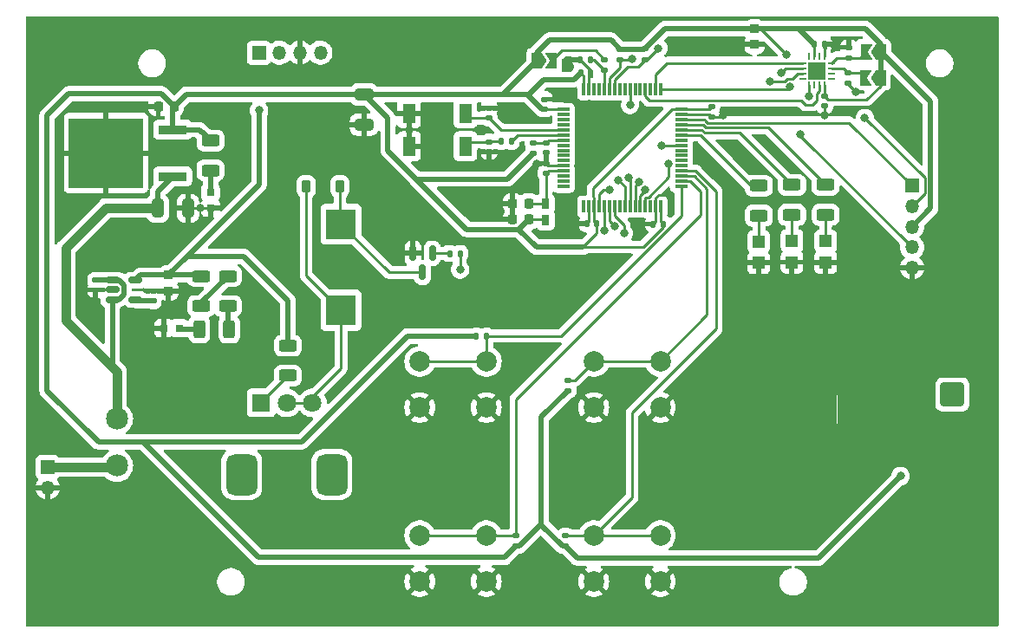
<source format=gbr>
%TF.GenerationSoftware,KiCad,Pcbnew,8.0.6*%
%TF.CreationDate,2025-03-02T19:30:28-05:00*%
%TF.ProjectId,receiver,72656365-6976-4657-922e-6b696361645f,rev?*%
%TF.SameCoordinates,Original*%
%TF.FileFunction,Copper,L1,Top*%
%TF.FilePolarity,Positive*%
%FSLAX46Y46*%
G04 Gerber Fmt 4.6, Leading zero omitted, Abs format (unit mm)*
G04 Created by KiCad (PCBNEW 8.0.6) date 2025-03-02 19:30:28*
%MOMM*%
%LPD*%
G01*
G04 APERTURE LIST*
G04 Aperture macros list*
%AMRoundRect*
0 Rectangle with rounded corners*
0 $1 Rounding radius*
0 $2 $3 $4 $5 $6 $7 $8 $9 X,Y pos of 4 corners*
0 Add a 4 corners polygon primitive as box body*
4,1,4,$2,$3,$4,$5,$6,$7,$8,$9,$2,$3,0*
0 Add four circle primitives for the rounded corners*
1,1,$1+$1,$2,$3*
1,1,$1+$1,$4,$5*
1,1,$1+$1,$6,$7*
1,1,$1+$1,$8,$9*
0 Add four rect primitives between the rounded corners*
20,1,$1+$1,$2,$3,$4,$5,0*
20,1,$1+$1,$4,$5,$6,$7,0*
20,1,$1+$1,$6,$7,$8,$9,0*
20,1,$1+$1,$8,$9,$2,$3,0*%
%AMFreePoly0*
4,1,6,1.000000,0.000000,0.500000,-0.750000,-0.500000,-0.750000,-0.500000,0.750000,0.500000,0.750000,1.000000,0.000000,1.000000,0.000000,$1*%
%AMFreePoly1*
4,1,6,0.500000,-0.750000,-0.650000,-0.750000,-0.150000,0.000000,-0.650000,0.750000,0.500000,0.750000,0.500000,-0.750000,0.500000,-0.750000,$1*%
G04 Aperture macros list end*
%TA.AperFunction,SMDPad,CuDef*%
%ADD10RoundRect,0.150000X-0.512500X-0.150000X0.512500X-0.150000X0.512500X0.150000X-0.512500X0.150000X0*%
%TD*%
%TA.AperFunction,SMDPad,CuDef*%
%ADD11RoundRect,0.225000X0.225000X0.250000X-0.225000X0.250000X-0.225000X-0.250000X0.225000X-0.250000X0*%
%TD*%
%TA.AperFunction,SMDPad,CuDef*%
%ADD12RoundRect,0.140000X0.170000X-0.140000X0.170000X0.140000X-0.170000X0.140000X-0.170000X-0.140000X0*%
%TD*%
%TA.AperFunction,SMDPad,CuDef*%
%ADD13R,0.711200X0.254000*%
%TD*%
%TA.AperFunction,SMDPad,CuDef*%
%ADD14R,0.254000X0.711200*%
%TD*%
%TA.AperFunction,SMDPad,CuDef*%
%ADD15R,1.676400X1.676400*%
%TD*%
%TA.AperFunction,SMDPad,CuDef*%
%ADD16R,0.800000X0.800000*%
%TD*%
%TA.AperFunction,SMDPad,CuDef*%
%ADD17RoundRect,0.140000X-0.170000X0.140000X-0.170000X-0.140000X0.170000X-0.140000X0.170000X0.140000X0*%
%TD*%
%TA.AperFunction,SMDPad,CuDef*%
%ADD18FreePoly0,0.000000*%
%TD*%
%TA.AperFunction,SMDPad,CuDef*%
%ADD19FreePoly1,0.000000*%
%TD*%
%TA.AperFunction,SMDPad,CuDef*%
%ADD20R,3.000000X3.000000*%
%TD*%
%TA.AperFunction,SMDPad,CuDef*%
%ADD21RoundRect,0.135000X-0.135000X-0.185000X0.135000X-0.185000X0.135000X0.185000X-0.135000X0.185000X0*%
%TD*%
%TA.AperFunction,ComponentPad*%
%ADD22R,1.350000X1.350000*%
%TD*%
%TA.AperFunction,ComponentPad*%
%ADD23O,1.350000X1.350000*%
%TD*%
%TA.AperFunction,SMDPad,CuDef*%
%ADD24RoundRect,0.140000X0.140000X0.170000X-0.140000X0.170000X-0.140000X-0.170000X0.140000X-0.170000X0*%
%TD*%
%TA.AperFunction,SMDPad,CuDef*%
%ADD25R,1.200000X1.200000*%
%TD*%
%TA.AperFunction,SMDPad,CuDef*%
%ADD26RoundRect,0.140000X-0.140000X-0.170000X0.140000X-0.170000X0.140000X0.170000X-0.140000X0.170000X0*%
%TD*%
%TA.AperFunction,SMDPad,CuDef*%
%ADD27RoundRect,0.135000X0.185000X-0.135000X0.185000X0.135000X-0.185000X0.135000X-0.185000X-0.135000X0*%
%TD*%
%TA.AperFunction,SMDPad,CuDef*%
%ADD28RoundRect,0.250000X-0.625000X0.312500X-0.625000X-0.312500X0.625000X-0.312500X0.625000X0.312500X0*%
%TD*%
%TA.AperFunction,SMDPad,CuDef*%
%ADD29RoundRect,0.250000X0.625000X-0.312500X0.625000X0.312500X-0.625000X0.312500X-0.625000X-0.312500X0*%
%TD*%
%TA.AperFunction,SMDPad,CuDef*%
%ADD30RoundRect,0.135000X-0.185000X0.135000X-0.185000X-0.135000X0.185000X-0.135000X0.185000X0.135000X0*%
%TD*%
%TA.AperFunction,SMDPad,CuDef*%
%ADD31RoundRect,0.250000X0.312500X0.625000X-0.312500X0.625000X-0.312500X-0.625000X0.312500X-0.625000X0*%
%TD*%
%TA.AperFunction,SMDPad,CuDef*%
%ADD32FreePoly0,180.000000*%
%TD*%
%TA.AperFunction,SMDPad,CuDef*%
%ADD33FreePoly1,180.000000*%
%TD*%
%TA.AperFunction,SMDPad,CuDef*%
%ADD34RoundRect,0.250000X-0.325000X-0.650000X0.325000X-0.650000X0.325000X0.650000X-0.325000X0.650000X0*%
%TD*%
%TA.AperFunction,SMDPad,CuDef*%
%ADD35RoundRect,0.225000X-0.225000X-0.375000X0.225000X-0.375000X0.225000X0.375000X-0.225000X0.375000X0*%
%TD*%
%TA.AperFunction,SMDPad,CuDef*%
%ADD36RoundRect,0.150000X-0.150000X0.587500X-0.150000X-0.587500X0.150000X-0.587500X0.150000X0.587500X0*%
%TD*%
%TA.AperFunction,SMDPad,CuDef*%
%ADD37R,1.193800X0.304800*%
%TD*%
%TA.AperFunction,SMDPad,CuDef*%
%ADD38R,0.304800X1.193800*%
%TD*%
%TA.AperFunction,SMDPad,CuDef*%
%ADD39RoundRect,0.225000X-0.250000X0.225000X-0.250000X-0.225000X0.250000X-0.225000X0.250000X0.225000X0*%
%TD*%
%TA.AperFunction,SMDPad,CuDef*%
%ADD40RoundRect,0.135000X0.135000X0.185000X-0.135000X0.185000X-0.135000X-0.185000X0.135000X-0.185000X0*%
%TD*%
%TA.AperFunction,ComponentPad*%
%ADD41RoundRect,0.200100X-0.949900X0.949900X-0.949900X-0.949900X0.949900X-0.949900X0.949900X0.949900X0*%
%TD*%
%TA.AperFunction,ComponentPad*%
%ADD42C,2.500000*%
%TD*%
%TA.AperFunction,SMDPad,CuDef*%
%ADD43RoundRect,0.250000X-0.650000X0.325000X-0.650000X-0.325000X0.650000X-0.325000X0.650000X0.325000X0*%
%TD*%
%TA.AperFunction,SMDPad,CuDef*%
%ADD44R,0.800000X1.000000*%
%TD*%
%TA.AperFunction,SMDPad,CuDef*%
%ADD45R,1.300000X1.900000*%
%TD*%
%TA.AperFunction,SMDPad,CuDef*%
%ADD46R,2.794000X0.939800*%
%TD*%
%TA.AperFunction,SMDPad,CuDef*%
%ADD47R,7.239000X6.832600*%
%TD*%
%TA.AperFunction,ComponentPad*%
%ADD48R,1.800000X1.800000*%
%TD*%
%TA.AperFunction,ComponentPad*%
%ADD49C,1.800000*%
%TD*%
%TA.AperFunction,ComponentPad*%
%ADD50RoundRect,0.750000X-0.750000X1.250000X-0.750000X-1.250000X0.750000X-1.250000X0.750000X1.250000X0*%
%TD*%
%TA.AperFunction,ComponentPad*%
%ADD51C,2.000000*%
%TD*%
%TA.AperFunction,ComponentPad*%
%ADD52C,2.159000*%
%TD*%
%TA.AperFunction,ViaPad*%
%ADD53C,0.800000*%
%TD*%
%TA.AperFunction,Conductor*%
%ADD54C,0.250000*%
%TD*%
%TA.AperFunction,Conductor*%
%ADD55C,0.500000*%
%TD*%
%TA.AperFunction,Conductor*%
%ADD56C,0.900000*%
%TD*%
G04 APERTURE END LIST*
D10*
%TO.P,U3,1,Vin*%
%TO.N,VCC*%
X108314821Y-98813395D03*
%TO.P,U3,2,GND*%
%TO.N,GND*%
X108314821Y-99763395D03*
%TO.P,U3,3,ON*%
%TO.N,VCC*%
X108314821Y-100713395D03*
%TO.P,U3,4,Noise*%
%TO.N,Net-(U3-Noise)*%
X110589821Y-100713395D03*
%TO.P,U3,5,Vout*%
%TO.N,+5V*%
X110589821Y-98813395D03*
%TD*%
D11*
%TO.P,STM_C9,1*%
%TO.N,+3.3V*%
X148955222Y-92914887D03*
%TO.P,STM_C9,2*%
%TO.N,GND*%
X147405222Y-92914887D03*
%TD*%
D12*
%TO.P,CSTL_C1,1*%
%TO.N,OSC_IN*%
X145117170Y-83006379D03*
%TO.P,CSTL_C1,2*%
%TO.N,GND*%
X145117170Y-82046379D03*
%TD*%
D13*
%TO.P,U4,1,INT*%
%TO.N,MLX_INT*%
X175719419Y-77623457D03*
%TO.P,U4,2,SENB/CS*%
%TO.N,+3.3V*%
X175719419Y-78123458D03*
%TO.P,U4,3,SCL/SCLK*%
%TO.N,I2C_SCL*%
X175719419Y-78623458D03*
%TO.P,U4,4,N/C*%
%TO.N,unconnected-(U4-N{slash}C-Pad4)*%
X175719419Y-79123459D03*
D14*
%TO.P,U4,5,SDA/MOSI*%
%TO.N,I2C_SDA*%
X176366418Y-79770458D03*
%TO.P,U4,6,MISO*%
%TO.N,unconnected-(U4-MISO-Pad6)*%
X176866419Y-79770458D03*
%TO.P,U4,7,INT/TRIG*%
%TO.N,MLX_INT{slash}TRIG*%
X177366419Y-79770458D03*
%TO.P,U4,8,VDD_IO*%
%TO.N,+3.3V*%
X177866420Y-79770458D03*
D13*
%TO.P,U4,9,N/C*%
%TO.N,unconnected-(U4-N{slash}C-Pad9)*%
X178513419Y-79123459D03*
%TO.P,U4,10,N/C*%
%TO.N,unconnected-(U4-N{slash}C-Pad10)*%
X178513419Y-78623458D03*
%TO.P,U4,11,A1*%
%TO.N,Net-(MLX_A1-B)*%
X178513419Y-78123458D03*
%TO.P,U4,12,A0*%
%TO.N,Net-(MLX_A0-B)*%
X178513419Y-77623457D03*
D14*
%TO.P,U4,13,VSS*%
%TO.N,GND*%
X177866420Y-76976458D03*
%TO.P,U4,14,N/C*%
%TO.N,unconnected-(U4-N{slash}C-Pad14)*%
X177366419Y-76976458D03*
%TO.P,U4,15,VDD*%
%TO.N,+3.3V*%
X176866419Y-76976458D03*
%TO.P,U4,16,N/C*%
%TO.N,unconnected-(U4-N{slash}C-Pad16)*%
X176366418Y-76976458D03*
D15*
%TO.P,U4,17,GND*%
%TO.N,GND*%
X177116419Y-78373458D03*
%TD*%
D16*
%TO.P,PWR_D2,1,K*%
%TO.N,GND*%
X113353128Y-103519171D03*
%TO.P,PWR_D2,2,A*%
%TO.N,Net-(PWR_D2-A)*%
X114853128Y-103519171D03*
%TD*%
D17*
%TO.P,PWR_C4,1*%
%TO.N,VCC*%
X106681187Y-98820277D03*
%TO.P,PWR_C4,2*%
%TO.N,GND*%
X106681187Y-99780277D03*
%TD*%
D18*
%TO.P,JP1,1,A*%
%TO.N,+3.3V*%
X149772192Y-77371319D03*
D19*
%TO.P,JP1,2,B*%
%TO.N,Net-(JP1-B)*%
X151222192Y-77371319D03*
%TD*%
D20*
%TO.P,BZ1,1,-*%
%TO.N,Net-(BUZ_D1-K)*%
X130649833Y-101763250D03*
%TO.P,BZ1,2,+*%
%TO.N,Net-(BUZ_D1-A)*%
X130649833Y-93363250D03*
%TD*%
D21*
%TO.P,BUT_R1,1*%
%TO.N,+3.3V*%
X143846547Y-104296696D03*
%TO.P,BUT_R1,2*%
%TO.N,PUSH_1*%
X144866547Y-104296696D03*
%TD*%
D17*
%TO.P,MLX_C1,1*%
%TO.N,+3.3V*%
X177869013Y-80844887D03*
%TO.P,MLX_C1,2*%
%TO.N,GND*%
X177869013Y-81804887D03*
%TD*%
D22*
%TO.P,PWR_J1,1,Pin_1*%
%TO.N,Net-(PWR_J1-Pin_1)*%
X101999565Y-117092575D03*
D23*
%TO.P,PWR_J1,2,Pin_2*%
%TO.N,GND*%
X101999565Y-119092575D03*
%TD*%
D24*
%TO.P,STM_C3,1*%
%TO.N,+3.3V*%
X155600749Y-93325498D03*
%TO.P,STM_C3,2*%
%TO.N,GND*%
X154640749Y-93325498D03*
%TD*%
D25*
%TO.P,D3,1,K*%
%TO.N,GND*%
X177972188Y-97094202D03*
%TO.P,D3,2,A*%
%TO.N,Net-(D3-A)*%
X177972188Y-94994202D03*
%TD*%
D24*
%TO.P,STM_C4,1*%
%TO.N,+3.3V*%
X162102231Y-93343763D03*
%TO.P,STM_C4,2*%
%TO.N,GND*%
X161142231Y-93343763D03*
%TD*%
D26*
%TO.P,STM_C1,1*%
%TO.N,+3.3V*%
X154049054Y-78594732D03*
%TO.P,STM_C1,2*%
%TO.N,GND*%
X155009054Y-78594732D03*
%TD*%
D27*
%TO.P,S_R1,1*%
%TO.N,+3.3V*%
X149419988Y-86415667D03*
%TO.P,S_R1,2*%
%TO.N,NRST*%
X149419988Y-85395667D03*
%TD*%
D11*
%TO.P,STM_C8,1*%
%TO.N,+3.3VA*%
X148964259Y-91320267D03*
%TO.P,STM_C8,2*%
%TO.N,GND*%
X147414259Y-91320267D03*
%TD*%
D28*
%TO.P,LED_R1,1*%
%TO.N,LED1*%
X171444382Y-89602577D03*
%TO.P,LED_R1,2*%
%TO.N,Net-(D1-A)*%
X171444382Y-92527577D03*
%TD*%
D12*
%TO.P,PWR_C5,1*%
%TO.N,Net-(U3-Noise)*%
X112305458Y-100875165D03*
%TO.P,PWR_C5,2*%
%TO.N,GND*%
X112305458Y-99915165D03*
%TD*%
D28*
%TO.P,PWR_R1,1*%
%TO.N,+3.3V*%
X117907483Y-85186988D03*
%TO.P,PWR_R1,2*%
%TO.N,Net-(PWR_D1-A)*%
X117907483Y-88111988D03*
%TD*%
D29*
%TO.P,BUZ_R1,1*%
%TO.N,Net-(BUZ_R1-Pad1)*%
X125456681Y-108147091D03*
%TO.P,BUZ_R1,2*%
%TO.N,+5V*%
X125456681Y-105222091D03*
%TD*%
D21*
%TO.P,S_R4,1*%
%TO.N,Net-(CSTL_C2-Pad1)*%
X146282778Y-85264942D03*
%TO.P,S_R4,2*%
%TO.N,OSC_OUT*%
X147302778Y-85264942D03*
%TD*%
D17*
%TO.P,S_C10,1*%
%TO.N,NRST*%
X150667053Y-85425431D03*
%TO.P,S_C10,2*%
%TO.N,GND*%
X150667053Y-86385431D03*
%TD*%
D30*
%TO.P,I2C_R2,1*%
%TO.N,+3.3V*%
X160300519Y-76238048D03*
%TO.P,I2C_R2,2*%
%TO.N,I2C_SCL*%
X160300519Y-77258048D03*
%TD*%
D31*
%TO.P,PWR_R4,1*%
%TO.N,Net-(PWR_R3-Pad2)*%
X119727314Y-103633713D03*
%TO.P,PWR_R4,2*%
%TO.N,Net-(PWR_D2-A)*%
X116802314Y-103633713D03*
%TD*%
D30*
%TO.P,STM_R2,1*%
%TO.N,Net-(JP1-B)*%
X156380150Y-77268722D03*
%TO.P,STM_R2,2*%
%TO.N,BOOT0*%
X156380150Y-78288722D03*
%TD*%
D22*
%TO.P,J3,1,GND*%
%TO.N,+5V*%
X122631959Y-76597438D03*
D23*
%TO.P,J3,2,VCC*%
%TO.N,I2C_SDA*%
X124631959Y-76597438D03*
%TO.P,J3,3,SDA*%
%TO.N,GND*%
X126631959Y-76597438D03*
%TO.P,J3,4,SCL*%
%TO.N,I2C_SCL*%
X128631959Y-76597438D03*
%TD*%
D27*
%TO.P,BUT_R4,1*%
%TO.N,+3.3V*%
X152560448Y-124807293D03*
%TO.P,BUT_R4,2*%
%TO.N,PUSH_4*%
X152560448Y-123787293D03*
%TD*%
D12*
%TO.P,S_C7,1*%
%TO.N,+3.3VA*%
X150669133Y-88387129D03*
%TO.P,S_C7,2*%
%TO.N,GND*%
X150669133Y-87427129D03*
%TD*%
D16*
%TO.P,PWR_D1,1,K*%
%TO.N,GND*%
X117911156Y-91756319D03*
%TO.P,PWR_D1,2,A*%
%TO.N,Net-(PWR_D1-A)*%
X117911156Y-90256319D03*
%TD*%
D32*
%TO.P,MLX_A0,1,A*%
%TO.N,+3.3V*%
X183353945Y-76507302D03*
D33*
%TO.P,MLX_A0,2,B*%
%TO.N,Net-(MLX_A0-B)*%
X181903945Y-76507302D03*
%TD*%
D28*
%TO.P,LED_R2,1*%
%TO.N,LED2*%
X174689472Y-89515365D03*
%TO.P,LED_R2,2*%
%TO.N,Net-(D2-A)*%
X174689472Y-92440365D03*
%TD*%
%TO.P,PWR_R3,1*%
%TO.N,Net-(PWR_R2-Pad2)*%
X119582044Y-98429514D03*
%TO.P,PWR_R3,2*%
%TO.N,Net-(PWR_R3-Pad2)*%
X119582044Y-101354514D03*
%TD*%
%TO.P,PWR_R2,1*%
%TO.N,+5V*%
X117004854Y-98429514D03*
%TO.P,PWR_R2,2*%
%TO.N,Net-(PWR_R2-Pad2)*%
X117004854Y-101354514D03*
%TD*%
D25*
%TO.P,D2,1,K*%
%TO.N,GND*%
X174686024Y-97071779D03*
%TO.P,D2,2,A*%
%TO.N,Net-(D2-A)*%
X174686024Y-94971779D03*
%TD*%
D28*
%TO.P,LED_R3,1*%
%TO.N,LED3*%
X177954400Y-89508603D03*
%TO.P,LED_R3,2*%
%TO.N,Net-(D3-A)*%
X177954400Y-92433603D03*
%TD*%
D30*
%TO.P,I2C_R1,1*%
%TO.N,+3.3V*%
X157918528Y-76270201D03*
%TO.P,I2C_R1,2*%
%TO.N,I2C_SDA*%
X157918528Y-77290201D03*
%TD*%
D27*
%TO.P,BUT_R3,1*%
%TO.N,+3.3V*%
X152800916Y-109605109D03*
%TO.P,BUT_R3,2*%
%TO.N,PUSH_3*%
X152800916Y-108585109D03*
%TD*%
D34*
%TO.P,PWR_C1,1*%
%TO.N,VCC*%
X112760277Y-91797018D03*
%TO.P,PWR_C1,2*%
%TO.N,GND*%
X115710277Y-91797018D03*
%TD*%
D35*
%TO.P,BUZ_D1,1,K*%
%TO.N,Net-(BUZ_D1-K)*%
X127237611Y-89681145D03*
%TO.P,BUZ_D1,2,A*%
%TO.N,Net-(BUZ_D1-A)*%
X130537611Y-89681145D03*
%TD*%
D12*
%TO.P,S_C2,1*%
%TO.N,+3.3V*%
X150483023Y-82114002D03*
%TO.P,S_C2,2*%
%TO.N,GND*%
X150483023Y-81154002D03*
%TD*%
D36*
%TO.P,Q1,1,C*%
%TO.N,Net-(BUZ_D1-A)*%
X138611808Y-98070991D03*
%TO.P,Q1,2,B*%
%TO.N,Net-(Q1-B)*%
X139561808Y-96195991D03*
%TO.P,Q1,3,E*%
%TO.N,GND*%
X137661808Y-96195991D03*
%TD*%
D32*
%TO.P,MLX_A1,1,A*%
%TO.N,+3.3V*%
X183336005Y-79047302D03*
D33*
%TO.P,MLX_A1,2,B*%
%TO.N,Net-(MLX_A1-B)*%
X181886005Y-79047302D03*
%TD*%
D22*
%TO.P,J2,1,Pin_1*%
%TO.N,SYS_SWDIO*%
X186415391Y-89603771D03*
D23*
%TO.P,J2,2,Pin_2*%
%TO.N,SYS_SWCLK*%
X186415391Y-91603771D03*
%TO.P,J2,3,Pin_3*%
%TO.N,+3.3V*%
X186415391Y-93603771D03*
%TO.P,J2,4,Pin_4*%
%TO.N,SYS_TRACESWO*%
X186415391Y-95603771D03*
%TO.P,J2,5,Pin_5*%
%TO.N,GND*%
X186415391Y-97603771D03*
%TD*%
D27*
%TO.P,MLX_R1,1*%
%TO.N,Net-(MLX_A0-B)*%
X180226624Y-77094622D03*
%TO.P,MLX_R1,2*%
%TO.N,GND*%
X180226624Y-76074622D03*
%TD*%
D37*
%TO.P,U1,1,VBAT*%
%TO.N,+3.3V*%
X152366799Y-82147422D03*
%TO.P,U1,2,PC13*%
%TO.N,unconnected-(U1-PC13-Pad2)*%
X152366799Y-82647421D03*
%TO.P,U1,3,PC14*%
%TO.N,unconnected-(U1-PC14-Pad3)*%
X152366799Y-83147422D03*
%TO.P,U1,4,PC15*%
%TO.N,unconnected-(U1-PC15-Pad4)*%
X152366799Y-83647421D03*
%TO.P,U1,5,PD0*%
%TO.N,OSC_IN*%
X152366799Y-84147423D03*
%TO.P,U1,6,PD1*%
%TO.N,OSC_OUT*%
X152366799Y-84647422D03*
%TO.P,U1,7,NRST*%
%TO.N,NRST*%
X152366799Y-85147421D03*
%TO.P,U1,8,PC0*%
%TO.N,unconnected-(U1-PC0-Pad8)*%
X152366799Y-85647422D03*
%TO.P,U1,9,PC1*%
%TO.N,unconnected-(U1-PC1-Pad9)*%
X152366799Y-86147422D03*
%TO.P,U1,10,PC2*%
%TO.N,unconnected-(U1-PC2-Pad10)*%
X152366799Y-86647423D03*
%TO.P,U1,11,PC3*%
%TO.N,unconnected-(U1-PC3-Pad11)*%
X152366799Y-87147422D03*
%TO.P,U1,12,VSSA*%
%TO.N,GND*%
X152366799Y-87647421D03*
%TO.P,U1,13,VDDA*%
%TO.N,+3.3VA*%
X152366799Y-88147423D03*
%TO.P,U1,14,PA0*%
%TO.N,unconnected-(U1-PA0-Pad14)*%
X152366799Y-88647422D03*
%TO.P,U1,15,PA1*%
%TO.N,unconnected-(U1-PA1-Pad15)*%
X152366799Y-89147423D03*
%TO.P,U1,16,PA2*%
%TO.N,unconnected-(U1-PA2-Pad16)*%
X152366799Y-89647422D03*
D38*
%TO.P,U1,17,PA3*%
%TO.N,unconnected-(U1-PA3-Pad17)*%
X154366798Y-91647421D03*
%TO.P,U1,18,VSS*%
%TO.N,GND*%
X154866797Y-91647421D03*
%TO.P,U1,19,VDD*%
%TO.N,+3.3V*%
X155366798Y-91647421D03*
%TO.P,U1,20,PA4*%
%TO.N,SPI_RFM_CS*%
X155866797Y-91647421D03*
%TO.P,U1,21,PA5*%
%TO.N,SPI_SCK*%
X156366799Y-91647421D03*
%TO.P,U1,22,PA6*%
%TO.N,SPI_MISO*%
X156866798Y-91647421D03*
%TO.P,U1,23,PA7*%
%TO.N,SPI_MOSI*%
X157366797Y-91647421D03*
%TO.P,U1,24,PC4*%
%TO.N,unconnected-(U1-PC4-Pad24)*%
X157866798Y-91647421D03*
%TO.P,U1,25,PC5*%
%TO.N,RFM_SDN*%
X158366798Y-91647421D03*
%TO.P,U1,26,PB0*%
%TO.N,RFM_GPIO1*%
X158866799Y-91647421D03*
%TO.P,U1,27,PB1*%
%TO.N,RFM_GPIO2*%
X159366798Y-91647421D03*
%TO.P,U1,28,PB2*%
%TO.N,RFM_GPIO3*%
X159866797Y-91647421D03*
%TO.P,U1,29,PB10*%
%TO.N,RFM_NIRQ*%
X160366799Y-91647421D03*
%TO.P,U1,30,PB11*%
%TO.N,unconnected-(U1-PB11-Pad30)*%
X160866798Y-91647421D03*
%TO.P,U1,31,VSS*%
%TO.N,GND*%
X161366799Y-91647421D03*
%TO.P,U1,32,VDD*%
%TO.N,+3.3V*%
X161866798Y-91647421D03*
D37*
%TO.P,U1,33,PB12*%
%TO.N,PUSH_1*%
X163866797Y-89647422D03*
%TO.P,U1,34,PB13*%
%TO.N,PUSH_2*%
X163866797Y-89147423D03*
%TO.P,U1,35,PB14*%
%TO.N,PUSH_3*%
X163866797Y-88647422D03*
%TO.P,U1,36,PB15*%
%TO.N,PUSH_4*%
X163866797Y-88147423D03*
%TO.P,U1,37,PC6*%
%TO.N,unconnected-(U1-PC6-Pad37)*%
X163866797Y-87647421D03*
%TO.P,U1,38,PC7*%
%TO.N,unconnected-(U1-PC7-Pad38)*%
X163866797Y-87147422D03*
%TO.P,U1,39,PC8*%
%TO.N,unconnected-(U1-PC8-Pad39)*%
X163866797Y-86647423D03*
%TO.P,U1,40,PC9*%
%TO.N,unconnected-(U1-PC9-Pad40)*%
X163866797Y-86147422D03*
%TO.P,U1,41,PA8*%
%TO.N,BUZZER*%
X163866797Y-85647422D03*
%TO.P,U1,42,PA9*%
%TO.N,unconnected-(U1-PA9-Pad42)*%
X163866797Y-85147421D03*
%TO.P,U1,43,PA10*%
%TO.N,LED1*%
X163866797Y-84647422D03*
%TO.P,U1,44,PA11*%
%TO.N,LED2*%
X163866797Y-84147423D03*
%TO.P,U1,45,PA12*%
%TO.N,LED3*%
X163866797Y-83647421D03*
%TO.P,U1,46,PA13*%
%TO.N,SYS_SWDIO*%
X163866797Y-83147422D03*
%TO.P,U1,47,VSS*%
%TO.N,GND*%
X163866797Y-82647421D03*
%TO.P,U1,48,VDD*%
%TO.N,+3.3V*%
X163866797Y-82147422D03*
D38*
%TO.P,U1,49,PA14*%
%TO.N,SYS_SWCLK*%
X161866798Y-80147423D03*
%TO.P,U1,50,PA15*%
%TO.N,MLX_INT*%
X161366799Y-80147423D03*
%TO.P,U1,51,PC10*%
%TO.N,unconnected-(U1-PC10-Pad51)*%
X160866798Y-80147423D03*
%TO.P,U1,52,PC11*%
%TO.N,MLX_INT{slash}TRIG*%
X160366799Y-80147423D03*
%TO.P,U1,53,PC12*%
%TO.N,unconnected-(U1-PC12-Pad53)*%
X159866797Y-80147423D03*
%TO.P,U1,54,PD2*%
%TO.N,unconnected-(U1-PD2-Pad54)*%
X159366798Y-80147423D03*
%TO.P,U1,55,PB3*%
%TO.N,SYS_TRACESWO*%
X158866799Y-80147423D03*
%TO.P,U1,56,PB4*%
%TO.N,unconnected-(U1-PB4-Pad56)*%
X158366798Y-80147423D03*
%TO.P,U1,57,PB5*%
%TO.N,unconnected-(U1-PB5-Pad57)*%
X157866798Y-80147423D03*
%TO.P,U1,58,PB6*%
%TO.N,I2C_SCL*%
X157366797Y-80147423D03*
%TO.P,U1,59,PB7*%
%TO.N,I2C_SDA*%
X156866798Y-80147423D03*
%TO.P,U1,60,BOOT0*%
%TO.N,BOOT0*%
X156366799Y-80147423D03*
%TO.P,U1,61,PB8*%
%TO.N,unconnected-(U1-PB8-Pad61)*%
X155866797Y-80147423D03*
%TO.P,U1,62,PB9*%
%TO.N,unconnected-(U1-PB9-Pad62)*%
X155366798Y-80147423D03*
%TO.P,U1,63,VSS*%
%TO.N,GND*%
X154866797Y-80147423D03*
%TO.P,U1,64,VDD*%
%TO.N,+3.3V*%
X154366798Y-80147423D03*
%TD*%
D39*
%TO.P,MLX_C3,1*%
%TO.N,+3.3V*%
X171019801Y-74252401D03*
%TO.P,MLX_C3,2*%
%TO.N,GND*%
X171019801Y-75802401D03*
%TD*%
D40*
%TO.P,STM_R3,1*%
%TO.N,BOOT0*%
X155020958Y-77284395D03*
%TO.P,STM_R3,2*%
%TO.N,GND*%
X154000958Y-77284395D03*
%TD*%
D30*
%TO.P,MLX_R2,1*%
%TO.N,Net-(MLX_A1-B)*%
X180177236Y-78582262D03*
%TO.P,MLX_R2,2*%
%TO.N,GND*%
X180177236Y-79602262D03*
%TD*%
D41*
%TO.P,J1,1,In*%
%TO.N,/Capteurs/ANT*%
X190338188Y-109992891D03*
D42*
%TO.P,J1,2,Ext*%
%TO.N,GND*%
X192878188Y-107452891D03*
X187798188Y-107452891D03*
X192878188Y-112532891D03*
X187798188Y-112532891D03*
%TD*%
D39*
%TO.P,PWR_C3,1*%
%TO.N,+5V*%
X113810283Y-98334129D03*
%TO.P,PWR_C3,2*%
%TO.N,GND*%
X113810283Y-99884129D03*
%TD*%
D25*
%TO.P,D1,1,K*%
%TO.N,GND*%
X171434291Y-97144398D03*
%TO.P,D1,2,A*%
%TO.N,Net-(D1-A)*%
X171434291Y-95044398D03*
%TD*%
D11*
%TO.P,PWR_C2,1*%
%TO.N,+3.3V*%
X114349877Y-81846789D03*
%TO.P,PWR_C2,2*%
%TO.N,GND*%
X112799877Y-81846789D03*
%TD*%
D26*
%TO.P,MLX_C2,1*%
%TO.N,+3.3V*%
X176881766Y-75807249D03*
%TO.P,MLX_C2,2*%
%TO.N,GND*%
X177841766Y-75807249D03*
%TD*%
D17*
%TO.P,CSTL_C2,1*%
%TO.N,Net-(CSTL_C2-Pad1)*%
X145125495Y-85313305D03*
%TO.P,CSTL_C2,2*%
%TO.N,GND*%
X145125495Y-86273305D03*
%TD*%
D43*
%TO.P,STM_C6,1*%
%TO.N,+3.3V*%
X132899705Y-80685496D03*
%TO.P,STM_C6,2*%
%TO.N,GND*%
X132899705Y-83635496D03*
%TD*%
D17*
%TO.P,STM_C5,1*%
%TO.N,+3.3V*%
X166840406Y-81899607D03*
%TO.P,STM_C5,2*%
%TO.N,GND*%
X166840406Y-82859607D03*
%TD*%
D44*
%TO.P,FB1,1*%
%TO.N,+3.3V*%
X150600285Y-92956192D03*
%TO.P,FB1,2*%
%TO.N,+3.3VA*%
X150600285Y-91356192D03*
%TD*%
D45*
%TO.P,Y1,1,1*%
%TO.N,OSC_IN*%
X142795495Y-82532278D03*
%TO.P,Y1,2,2*%
%TO.N,GND*%
X137295495Y-82532278D03*
%TO.P,Y1,3,3*%
%TO.N,Net-(CSTL_C2-Pad1)*%
X142795495Y-85732278D03*
%TO.P,Y1,4,4*%
%TO.N,GND*%
X137295495Y-85732278D03*
%TD*%
D40*
%TO.P,BUZ_R2,1*%
%TO.N,BUZZER*%
X142276008Y-96224213D03*
%TO.P,BUZ_R2,2*%
%TO.N,Net-(Q1-B)*%
X141256008Y-96224213D03*
%TD*%
D27*
%TO.P,BUT_R2,1*%
%TO.N,+3.3V*%
X147720677Y-124807293D03*
%TO.P,BUT_R2,2*%
%TO.N,PUSH_2*%
X147720677Y-123787293D03*
%TD*%
D46*
%TO.P,U2,1,VIN*%
%TO.N,VCC*%
X114208585Y-88696382D03*
D47*
%TO.P,U2,2,GND*%
%TO.N,GND*%
X107693485Y-86406381D03*
D46*
%TO.P,U2,3,VOUT*%
%TO.N,+3.3V*%
X114208585Y-84116380D03*
%TD*%
D48*
%TO.P,RV1,1,1*%
%TO.N,Net-(BUZ_R1-Pad1)*%
X122855079Y-110819387D03*
D49*
%TO.P,RV1,2,2*%
%TO.N,Net-(BUZ_D1-K)*%
X125355079Y-110819387D03*
%TO.P,RV1,3,3*%
X127855079Y-110819387D03*
D50*
%TO.P,RV1,MP*%
%TO.N,N/C*%
X129755079Y-117819387D03*
X120955079Y-117819387D03*
%TD*%
D51*
%TO.P,SW3,1,1*%
%TO.N,PUSH_3*%
X161834957Y-106771352D03*
X155334957Y-106771352D03*
%TO.P,SW3,2,2*%
%TO.N,GND*%
X161834957Y-111271352D03*
X155334957Y-111271352D03*
%TD*%
%TO.P,SW1,1,1*%
%TO.N,PUSH_1*%
X144834957Y-106771352D03*
X138334957Y-106771352D03*
%TO.P,SW1,2,2*%
%TO.N,GND*%
X144834957Y-111271352D03*
X138334957Y-111271352D03*
%TD*%
%TO.P,SW4,1,1*%
%TO.N,PUSH_4*%
X161834957Y-123771352D03*
X155334957Y-123771352D03*
%TO.P,SW4,2,2*%
%TO.N,GND*%
X161834957Y-128271352D03*
X155334957Y-128271352D03*
%TD*%
%TO.P,SW2,1,1*%
%TO.N,PUSH_2*%
X144834957Y-123771352D03*
X138334957Y-123771352D03*
%TO.P,SW2,2,2*%
%TO.N,GND*%
X144834957Y-128271352D03*
X138334957Y-128271352D03*
%TD*%
D52*
%TO.P,SW5,1,A*%
%TO.N,VCC*%
X108760540Y-112361013D03*
%TO.P,SW5,2,B*%
%TO.N,Net-(PWR_J1-Pin_1)*%
X108760540Y-116961014D03*
%TD*%
D53*
%TO.N,GND*%
X145153352Y-87577745D03*
X180054268Y-108247554D03*
X107877846Y-88083617D03*
X151947561Y-80807730D03*
X105891461Y-84468777D03*
X109650883Y-88070828D03*
X190497889Y-104974600D03*
X191611040Y-114973900D03*
X192476448Y-104974600D03*
X116908249Y-91776694D03*
X162795432Y-90465679D03*
X113747482Y-101674964D03*
X152798446Y-77640184D03*
X185506961Y-104974600D03*
X152948744Y-93365246D03*
X187684545Y-114973900D03*
X105860848Y-86418066D03*
X177165933Y-78353737D03*
X105926433Y-88053342D03*
X180054268Y-111454807D03*
X182225160Y-104974600D03*
X193589599Y-114973900D03*
X109650359Y-86311104D03*
X105185430Y-99829869D03*
X190655741Y-114973900D03*
X180054268Y-104979270D03*
X174692612Y-98552224D03*
X146510751Y-82079389D03*
X180054268Y-114513440D03*
X109598426Y-84381349D03*
X181119575Y-104974600D03*
X188549953Y-104974600D03*
X171428529Y-98496269D03*
X189542590Y-104974600D03*
X137309136Y-84159221D03*
X193518691Y-104974600D03*
X136417611Y-96206117D03*
X167992494Y-82732435D03*
X185514527Y-114973900D03*
X107801444Y-86311104D03*
X188707805Y-114973900D03*
X184480457Y-114973900D03*
X187594654Y-104974600D03*
X167185894Y-107837632D03*
X180054268Y-107145109D03*
X180054268Y-110394858D03*
X180054268Y-112449066D03*
X184401376Y-104974600D03*
X183289593Y-104974600D03*
X177869526Y-82706395D03*
X149747447Y-87438800D03*
X169085396Y-75813742D03*
X146058684Y-92082389D03*
X191521149Y-104974600D03*
X177966020Y-98524246D03*
X192634300Y-114973900D03*
X178788247Y-75835172D03*
X186620112Y-114973900D03*
X180054268Y-113430624D03*
X189663104Y-114973900D03*
X180054268Y-106042665D03*
X180054268Y-109298775D03*
X180879374Y-80413610D03*
X132922122Y-85265965D03*
X186571394Y-104974600D03*
X107832005Y-84416349D03*
%TO.N,+3.3V*%
X174156531Y-76786052D03*
X173627098Y-78554493D03*
X185273867Y-117971299D03*
%TO.N,BUZZER*%
X142286589Y-97778732D03*
X161955360Y-85684709D03*
%TO.N,I2C_SDA*%
X159110483Y-77192994D03*
X176362567Y-80895588D03*
%TO.N,I2C_SCL*%
X161614484Y-76171461D03*
X172539990Y-79422423D03*
%TO.N,SYS_SWCLK*%
X181798701Y-83002161D03*
X174505161Y-79896163D03*
%TO.N,SYS_TRACESWO*%
X175534422Y-84610894D03*
X158872150Y-81702057D03*
%TO.N,+5V*%
X122643006Y-82246359D03*
%TO.N,SPI_SCK*%
X156374038Y-94014085D03*
%TO.N,SPI_MOSI*%
X158267007Y-94251488D03*
%TO.N,SPI_MISO*%
X157367378Y-93564271D03*
%TO.N,RFM_NIRQ*%
X162641298Y-87461128D03*
%TO.N,SPI_RFM_CS*%
X156896404Y-89973420D03*
%TO.N,RFM_GPIO2*%
X159704359Y-89257016D03*
%TO.N,RFM_GPIO3*%
X160372884Y-90000709D03*
%TO.N,RFM_SDN*%
X157749142Y-89064176D03*
%TO.N,RFM_GPIO1*%
X158757451Y-88842409D03*
%TD*%
D54*
%TO.N,MLX_INT*%
X161366799Y-78748123D02*
X161366799Y-80147423D01*
X162491465Y-77623457D02*
X161366799Y-78748123D01*
X175719419Y-77623457D02*
X162491465Y-77623457D01*
%TO.N,GND*%
X163866797Y-82647421D02*
X166628220Y-82647421D01*
X117890781Y-91776694D02*
X117911156Y-91756319D01*
X161659240Y-90465679D02*
X162795432Y-90465679D01*
X116887925Y-91797018D02*
X116908249Y-91776694D01*
X161366799Y-90758120D02*
X161659240Y-90465679D01*
X153977251Y-77260688D02*
X154000958Y-77284395D01*
X154601001Y-93365246D02*
X154640749Y-93325498D01*
X171428529Y-97150160D02*
X171434291Y-97144398D01*
X154866797Y-91647421D02*
X154866797Y-93099450D01*
X154866797Y-78736989D02*
X155009054Y-78594732D01*
X177116419Y-78373458D02*
X177818419Y-77671458D01*
X177966020Y-97100370D02*
X177972188Y-97094202D01*
X113353128Y-103519171D02*
X113353128Y-103780244D01*
X137309136Y-85718637D02*
X137295495Y-85732278D01*
X150889425Y-87647421D02*
X150669133Y-87427129D01*
X153973795Y-77311558D02*
X154000958Y-77284395D01*
X155009054Y-78292491D02*
X154000958Y-77284395D01*
D55*
X108297939Y-99780277D02*
X108314821Y-99763395D01*
D54*
X161366799Y-91647421D02*
X161366799Y-90758120D01*
X161142231Y-93343763D02*
X161366799Y-93119195D01*
X177866420Y-76976458D02*
X177866420Y-75831903D01*
X167865322Y-82859607D02*
X167992494Y-82732435D01*
X150657462Y-87438800D02*
X150669133Y-87427129D01*
X177869013Y-81804887D02*
X177869013Y-82705882D01*
X177866420Y-75831903D02*
X177841766Y-75807249D01*
X137295495Y-84145580D02*
X137309136Y-84159221D01*
X174692612Y-97078367D02*
X174686024Y-97071779D01*
D55*
X113779247Y-99915165D02*
X113810283Y-99884129D01*
D54*
X154866797Y-93099450D02*
X154640749Y-93325498D01*
X180177236Y-79711472D02*
X180879374Y-80413610D01*
X115710277Y-91797018D02*
X116887925Y-91797018D01*
X154866797Y-80147423D02*
X154866797Y-78736989D01*
X149747447Y-87438800D02*
X150657462Y-87438800D01*
X178760324Y-75807249D02*
X178788247Y-75835172D01*
X161366799Y-93119195D02*
X161366799Y-91647421D01*
X116908249Y-91776694D02*
X117890781Y-91776694D01*
X180177236Y-79602262D02*
X180177236Y-79711472D01*
X152366799Y-87647421D02*
X150889425Y-87647421D01*
X166628220Y-82647421D02*
X166840406Y-82859607D01*
X155009054Y-78594732D02*
X155009054Y-78292491D01*
X150669133Y-86387511D02*
X150667053Y-86385431D01*
X166840406Y-82859607D02*
X167865322Y-82859607D01*
X137651682Y-96206117D02*
X137661808Y-96195991D01*
X177869013Y-82705882D02*
X177869526Y-82706395D01*
%TO.N,PUSH_1*%
X144834957Y-106771352D02*
X138334957Y-106771352D01*
X144866547Y-106739762D02*
X144834957Y-106771352D01*
X144866547Y-104296696D02*
X144866547Y-106739762D01*
X163866797Y-92550687D02*
X152120788Y-104296696D01*
X152120788Y-104296696D02*
X144866547Y-104296696D01*
X163866797Y-89647422D02*
X163866797Y-92550687D01*
%TO.N,PUSH_2*%
X164766098Y-89147423D02*
X165769796Y-90151121D01*
X165769796Y-90151121D02*
X165769796Y-92431886D01*
X165769796Y-92431886D02*
X147720677Y-110481005D01*
X144834957Y-123771352D02*
X138334957Y-123771352D01*
X147720677Y-110481005D02*
X147720677Y-123787293D01*
X163866797Y-89147423D02*
X164766098Y-89147423D01*
X147720677Y-123787293D02*
X144850898Y-123787293D01*
X144850898Y-123787293D02*
X144834957Y-123771352D01*
%TO.N,PUSH_3*%
X165124087Y-88647422D02*
X166380698Y-89904033D01*
X166380698Y-89904033D02*
X166380698Y-102225611D01*
X163866797Y-88647422D02*
X165124087Y-88647422D01*
X153521200Y-108585109D02*
X155334957Y-106771352D01*
X166380698Y-102225611D02*
X161834957Y-106771352D01*
X152800916Y-108585109D02*
X153521200Y-108585109D01*
X161834957Y-106771352D02*
X155334957Y-106771352D01*
%TO.N,PUSH_4*%
X155334957Y-123771352D02*
X159069373Y-120036936D01*
X159069373Y-120036936D02*
X159069373Y-111793686D01*
X167277034Y-103586025D02*
X167277034Y-90171044D01*
X155319016Y-123787293D02*
X155334957Y-123771352D01*
X152560448Y-123787293D02*
X155319016Y-123787293D01*
X159069373Y-111793686D02*
X167277034Y-103586025D01*
X165387035Y-88281044D02*
X165253414Y-88147423D01*
X166565023Y-89459033D02*
X165387035Y-88281044D01*
X165253414Y-88147423D02*
X163866797Y-88147423D01*
X155334957Y-123771352D02*
X161834957Y-123771352D01*
X167277034Y-90171044D02*
X166565023Y-89459033D01*
%TO.N,+3.3V*%
X155260285Y-89854633D02*
X155260285Y-90644379D01*
D55*
X115511170Y-80685496D02*
X114349877Y-81846789D01*
X150207941Y-122731408D02*
X152283826Y-124807293D01*
X114208585Y-81988081D02*
X114349877Y-81846789D01*
X113106178Y-80603090D02*
X104065992Y-80603090D01*
X111328411Y-114629079D02*
X126780002Y-114629079D01*
X150432489Y-79216735D02*
X153427051Y-79216735D01*
D54*
X155600749Y-93325498D02*
X155600749Y-94255775D01*
X155260285Y-90644379D02*
X155366798Y-90750892D01*
D55*
X149772192Y-77371319D02*
X146458015Y-80685496D01*
X149772192Y-76616319D02*
X149772192Y-77371319D01*
X186415391Y-93603771D02*
X188221964Y-91797198D01*
X181854044Y-74252401D02*
X183353945Y-75752302D01*
X188221964Y-91797198D02*
X188221964Y-81375321D01*
X148000793Y-93869316D02*
X149719503Y-95588026D01*
X150207941Y-122640028D02*
X148040676Y-124807293D01*
D54*
X148955222Y-92914887D02*
X150558980Y-92914887D01*
X162967496Y-82147422D02*
X155260285Y-89854633D01*
X155366798Y-90750892D02*
X155366798Y-91647421D01*
X160167967Y-95588026D02*
X154268498Y-95588026D01*
D55*
X146458015Y-80685496D02*
X146440325Y-80685496D01*
D54*
X173627098Y-78554493D02*
X174058133Y-78123458D01*
X161866798Y-93108330D02*
X162102231Y-93343763D01*
D55*
X132899705Y-80685496D02*
X135227581Y-83013372D01*
D54*
X155600749Y-94255775D02*
X154268498Y-95588026D01*
D55*
X116836875Y-84116380D02*
X117907483Y-85186988D01*
X114208585Y-84116380D02*
X114208585Y-81988081D01*
X157021312Y-75372985D02*
X151015526Y-75372985D01*
X153730244Y-125977089D02*
X152560448Y-124807293D01*
D54*
X174156531Y-76786052D02*
X171622880Y-74252401D01*
D55*
X137112385Y-104296696D02*
X143846547Y-104296696D01*
D54*
X155366798Y-93091547D02*
X155366798Y-91647421D01*
X177866420Y-80842294D02*
X177869013Y-80844887D01*
D55*
X142932533Y-93869316D02*
X148000793Y-93869316D01*
D54*
X150483023Y-82114002D02*
X152333379Y-82114002D01*
D55*
X157918528Y-76270201D02*
X157021312Y-75372985D01*
X114208585Y-84116380D02*
X116836875Y-84116380D01*
X150207941Y-112198084D02*
X150207941Y-122640028D01*
X175326918Y-74252401D02*
X176881766Y-75807249D01*
X126780002Y-114629079D02*
X137112385Y-104296696D01*
X122608296Y-125908964D02*
X146619006Y-125908964D01*
X183336005Y-76525242D02*
X183353945Y-76507302D01*
X117048359Y-84327864D02*
X117907483Y-85186988D01*
X171019801Y-74252401D02*
X175326918Y-74252401D01*
X148866251Y-80685496D02*
X150294757Y-82114002D01*
X175326918Y-74252401D02*
X181854044Y-74252401D01*
X149419988Y-86415667D02*
X146892484Y-88943171D01*
X153427051Y-79216735D02*
X154049054Y-78594732D01*
X177268077Y-125977089D02*
X153730244Y-125977089D01*
D54*
X177869013Y-80844887D02*
X178218496Y-81194370D01*
D55*
X148000793Y-93869316D02*
X148955222Y-92914887D01*
D54*
X183336005Y-79802302D02*
X183336005Y-79047302D01*
D55*
X138006388Y-88943171D02*
X142932533Y-93869316D01*
D54*
X176866419Y-75822596D02*
X176881766Y-75807249D01*
X162102231Y-93653762D02*
X160167967Y-95588026D01*
D55*
X114349877Y-81846789D02*
X113106178Y-80603090D01*
D54*
X166592591Y-82147422D02*
X166840406Y-81899607D01*
X162102231Y-93343763D02*
X162102231Y-93653762D01*
X163866797Y-82147422D02*
X166592591Y-82147422D01*
D55*
X188221964Y-81375321D02*
X183353945Y-76507302D01*
D54*
X163866797Y-82147422D02*
X162967496Y-82147422D01*
D55*
X152800916Y-109605109D02*
X150207941Y-112198084D01*
X146892484Y-88943171D02*
X138006388Y-88943171D01*
D54*
X155600749Y-93325498D02*
X155366798Y-93091547D01*
X161866798Y-91647421D02*
X161866798Y-93108330D01*
X152333379Y-82114002D02*
X152366799Y-82147422D01*
D55*
X148963728Y-80685496D02*
X150432489Y-79216735D01*
X162286166Y-74252401D02*
X171019801Y-74252401D01*
X135227581Y-83013372D02*
X135227581Y-86164364D01*
X132899705Y-80685496D02*
X146440325Y-80685496D01*
X104065992Y-80603090D02*
X101938385Y-82730697D01*
X185273867Y-117971299D02*
X177268077Y-125977089D01*
D54*
X176866419Y-76976458D02*
X176866419Y-75822596D01*
D55*
X160268366Y-76270201D02*
X160300519Y-76238048D01*
D54*
X150558980Y-92914887D02*
X150600285Y-92956192D01*
D55*
X146440325Y-80685496D02*
X148866251Y-80685496D01*
X146619006Y-125908964D02*
X147720677Y-124807293D01*
D54*
X154366798Y-78912476D02*
X154049054Y-78594732D01*
D55*
X106960546Y-114629079D02*
X111328411Y-114629079D01*
D54*
X181943937Y-81194370D02*
X183336005Y-79802302D01*
D55*
X160300519Y-76238048D02*
X162286166Y-74252401D01*
D54*
X174058133Y-78123458D02*
X175719419Y-78123458D01*
D55*
X135227581Y-86164364D02*
X138006388Y-88943171D01*
X111328411Y-114629079D02*
X122608296Y-125908964D01*
X183353945Y-75752302D02*
X183353945Y-76507302D01*
D54*
X178218496Y-81194370D02*
X181943937Y-81194370D01*
D55*
X149719503Y-95588026D02*
X154268498Y-95588026D01*
X150207941Y-122640028D02*
X150207941Y-122731408D01*
D54*
X154366798Y-80147423D02*
X154366798Y-78912476D01*
D55*
X150294757Y-82114002D02*
X150483023Y-82114002D01*
X148866251Y-80685496D02*
X148963728Y-80685496D01*
X157918528Y-76270201D02*
X160268366Y-76270201D01*
X101938385Y-82730697D02*
X101938385Y-109606918D01*
X152283826Y-124807293D02*
X152560448Y-124807293D01*
X132899705Y-80685496D02*
X115511170Y-80685496D01*
X148040676Y-124807293D02*
X147720677Y-124807293D01*
X183336005Y-79047302D02*
X183336005Y-76525242D01*
D54*
X177866420Y-79770458D02*
X177866420Y-80842294D01*
D55*
X101938385Y-109606918D02*
X106960546Y-114629079D01*
D54*
X171622880Y-74252401D02*
X171019801Y-74252401D01*
D55*
X151015526Y-75372985D02*
X149772192Y-76616319D01*
D54*
%TO.N,Net-(BUZ_D1-K)*%
X127855079Y-110259068D02*
X130649833Y-107464314D01*
X127855079Y-110819387D02*
X127855079Y-110259068D01*
X127237611Y-98351028D02*
X130649833Y-101763250D01*
X130649833Y-102421828D02*
X130658324Y-102430319D01*
X125355079Y-110819387D02*
X127855079Y-110819387D01*
X130649833Y-101763250D02*
X130649833Y-102421828D01*
X127237611Y-89681145D02*
X127237611Y-98351028D01*
X130649833Y-107464314D02*
X130649833Y-101763250D01*
%TO.N,Net-(BUZ_D1-A)*%
X135357574Y-98070991D02*
X138611808Y-98070991D01*
X138611808Y-98527996D02*
X138611808Y-98070991D01*
X130751211Y-93261872D02*
X130649833Y-93363250D01*
X130649833Y-93363250D02*
X135357574Y-98070991D01*
X130537611Y-93251028D02*
X130649833Y-93363250D01*
X130537611Y-89681145D02*
X130537611Y-93251028D01*
%TO.N,BUZZER*%
X161955360Y-85684709D02*
X161992647Y-85647422D01*
X142217809Y-97847512D02*
X142286589Y-97778732D01*
X142276008Y-97768151D02*
X142286589Y-97778732D01*
X161992647Y-85647422D02*
X163866797Y-85647422D01*
X142276008Y-96224213D02*
X142276008Y-97768151D01*
%TO.N,Net-(Q1-B)*%
X139561808Y-96195991D02*
X141227786Y-96195991D01*
X141227786Y-96195991D02*
X141256008Y-96224213D01*
%TO.N,OSC_IN*%
X142795495Y-82532278D02*
X143269596Y-83006379D01*
X143269596Y-83006379D02*
X145117170Y-83006379D01*
X145117170Y-83006379D02*
X146258214Y-84147423D01*
X146258214Y-84147423D02*
X152366799Y-84147423D01*
%TO.N,Net-(CSTL_C2-Pad1)*%
X145125495Y-85313305D02*
X143214468Y-85313305D01*
X143214468Y-85313305D02*
X142795495Y-85732278D01*
X145173858Y-85264942D02*
X145125495Y-85313305D01*
X146282778Y-85264942D02*
X145173858Y-85264942D01*
%TO.N,Net-(D1-A)*%
X171444382Y-92527577D02*
X171444382Y-95034307D01*
X171444382Y-95034307D02*
X171434291Y-95044398D01*
%TO.N,Net-(D2-A)*%
X174689472Y-94968331D02*
X174686024Y-94971779D01*
X174689472Y-92440365D02*
X174689472Y-94968331D01*
%TO.N,Net-(D3-A)*%
X177954400Y-92433603D02*
X177954400Y-94976414D01*
X177954400Y-94976414D02*
X177972188Y-94994202D01*
%TO.N,+3.3VA*%
X150669133Y-88387129D02*
X150908839Y-88147423D01*
X150908839Y-88147423D02*
X152366799Y-88147423D01*
X150600285Y-90951710D02*
X150669133Y-90882862D01*
X150669133Y-90882862D02*
X150669133Y-88387129D01*
X150600285Y-91356192D02*
X150600285Y-90951710D01*
X149000184Y-91356192D02*
X148964259Y-91320267D01*
X150600285Y-91356192D02*
X149000184Y-91356192D01*
%TO.N,I2C_SDA*%
X159013276Y-77290201D02*
X159110483Y-77192994D01*
X156866798Y-80147423D02*
X156866798Y-79111727D01*
X176366418Y-80891737D02*
X176362567Y-80895588D01*
X156866798Y-79111727D02*
X157918528Y-78059997D01*
X157918528Y-78059997D02*
X157918528Y-77290201D01*
X176366418Y-79770458D02*
X176366418Y-80891737D01*
X157918528Y-77290201D02*
X159013276Y-77290201D01*
%TO.N,I2C_SCL*%
X173953596Y-79422423D02*
X174204856Y-79171163D01*
X175274576Y-78623458D02*
X175719419Y-78623458D01*
X160300519Y-77258048D02*
X160527897Y-77258048D01*
X159639936Y-77984059D02*
X158630862Y-77984059D01*
X160300519Y-77258048D02*
X160300519Y-77323476D01*
X160527897Y-77258048D02*
X161614484Y-76171461D01*
X160300519Y-77323476D02*
X159639936Y-77984059D01*
X172539990Y-79422423D02*
X173953596Y-79422423D01*
X174726871Y-79171163D02*
X175274576Y-78623458D01*
X158630862Y-77984059D02*
X157366797Y-79248124D01*
X157366797Y-79248124D02*
X157366797Y-80147423D01*
X174204856Y-79171163D02*
X174726871Y-79171163D01*
%TO.N,SYS_SWCLK*%
X187646964Y-88850424D02*
X187646964Y-90372198D01*
X174505161Y-79896163D02*
X174253901Y-80147423D01*
X174253901Y-80147423D02*
X161866798Y-80147423D01*
X181798701Y-83002161D02*
X187646964Y-88850424D01*
X187646964Y-90372198D02*
X186415391Y-91603771D01*
%TO.N,SYS_TRACESWO*%
X158872150Y-81702057D02*
X158872150Y-80152774D01*
X158872150Y-80152774D02*
X158866799Y-80147423D01*
X175534422Y-84722802D02*
X175534422Y-84610894D01*
X186415391Y-95603771D02*
X175534422Y-84722802D01*
%TO.N,SYS_SWDIO*%
X166180016Y-83147422D02*
X163866797Y-83147422D01*
X167206896Y-83464607D02*
X166473916Y-83464607D01*
X167214068Y-83457435D02*
X167206896Y-83464607D01*
X180269055Y-83457435D02*
X167214068Y-83457435D01*
X166473916Y-83464607D02*
X166205406Y-83196097D01*
X186415391Y-89603771D02*
X180269055Y-83457435D01*
X166205406Y-83196097D02*
X166205406Y-83172812D01*
X166205406Y-83172812D02*
X166180016Y-83147422D01*
D55*
%TO.N,+5V*%
X113810283Y-98334129D02*
X111069087Y-98334129D01*
X111069087Y-98334129D02*
X110589821Y-98813395D01*
X122643006Y-89501406D02*
X122643006Y-82246359D01*
X121155434Y-96500533D02*
X125456681Y-100801780D01*
X116909469Y-98334129D02*
X117004854Y-98429514D01*
X125456681Y-100801780D02*
X125456681Y-105222091D01*
X115643879Y-96500533D02*
X121155434Y-96500533D01*
X113810283Y-98334129D02*
X116909469Y-98334129D01*
X113810283Y-98334129D02*
X115643879Y-96500533D01*
X115643879Y-96500533D02*
X122643006Y-89501406D01*
D54*
%TO.N,Net-(JP1-B)*%
X155486537Y-76375109D02*
X152218402Y-76375109D01*
X156380150Y-77268722D02*
X155486537Y-76375109D01*
X152218402Y-76375109D02*
X151222192Y-77371319D01*
%TO.N,LED1*%
X170702698Y-89602577D02*
X171444382Y-89602577D01*
X165747543Y-84647422D02*
X170702698Y-89602577D01*
X163866797Y-84647422D02*
X165747543Y-84647422D01*
%TO.N,LED2*%
X165883940Y-84147423D02*
X163866797Y-84147423D01*
X166168157Y-84431640D02*
X165883940Y-84147423D01*
X169605747Y-84431640D02*
X166168157Y-84431640D01*
X174689472Y-89515365D02*
X169605747Y-84431640D01*
%TO.N,LED3*%
X172346060Y-83914607D02*
X166287520Y-83914607D01*
X166287520Y-83914607D02*
X166020334Y-83647421D01*
X177954400Y-89508603D02*
X172353232Y-83907435D01*
X172353232Y-83907435D02*
X172346060Y-83914607D01*
X166020334Y-83647421D02*
X163866797Y-83647421D01*
%TO.N,Net-(MLX_A0-B)*%
X179042254Y-77094622D02*
X178513419Y-77623457D01*
X181316625Y-77094622D02*
X181903945Y-76507302D01*
X180226624Y-77094622D02*
X179042254Y-77094622D01*
X180226624Y-77094622D02*
X181316625Y-77094622D01*
%TO.N,Net-(MLX_A1-B)*%
X181420965Y-78582262D02*
X181886005Y-79047302D01*
X180177236Y-78582262D02*
X181420965Y-78582262D01*
X179718432Y-78123458D02*
X180177236Y-78582262D01*
X178513419Y-78123458D02*
X179718432Y-78123458D01*
D55*
%TO.N,VCC*%
X112760277Y-90144690D02*
X114208585Y-88696382D01*
X108977320Y-100713395D02*
X109467986Y-100222729D01*
D56*
X103803480Y-102799152D02*
X108151198Y-107146870D01*
X112760277Y-91797018D02*
X107654441Y-91797018D01*
D55*
X112760277Y-91797018D02*
X112760277Y-90144690D01*
X108314821Y-100713395D02*
X108314821Y-106983247D01*
X106681187Y-98820277D02*
X108307939Y-98820277D01*
D56*
X108760540Y-107756212D02*
X108760540Y-112361013D01*
D55*
X108314821Y-100713395D02*
X108977320Y-100713395D01*
X109467986Y-100222729D02*
X109467986Y-99304061D01*
X108314821Y-106983247D02*
X108151198Y-107146870D01*
D56*
X108151198Y-107146870D02*
X108760540Y-107756212D01*
X103803480Y-95647979D02*
X103803480Y-102799152D01*
D55*
X108307939Y-98820277D02*
X108314821Y-98813395D01*
X108977320Y-98813395D02*
X108314821Y-98813395D01*
D56*
X107654441Y-91797018D02*
X103803480Y-95647979D01*
D55*
X109467986Y-99304061D02*
X108977320Y-98813395D01*
%TO.N,Net-(U3-Noise)*%
X110770437Y-100713395D02*
X110809852Y-100752810D01*
X110751591Y-100875165D02*
X110589821Y-100713395D01*
X110589821Y-100713395D02*
X110770437Y-100713395D01*
X112305458Y-100875165D02*
X110751591Y-100875165D01*
%TO.N,Net-(PWR_D1-A)*%
X117907483Y-90252646D02*
X117911156Y-90256319D01*
X117907483Y-88111988D02*
X117907483Y-90252646D01*
%TO.N,Net-(PWR_D2-A)*%
X114967670Y-103633713D02*
X114853128Y-103519171D01*
X116802314Y-103633713D02*
X114967670Y-103633713D01*
%TO.N,Net-(PWR_J1-Pin_1)*%
X108628979Y-117092575D02*
X108760540Y-116961014D01*
D56*
X101999565Y-117092575D02*
X108628979Y-117092575D01*
D54*
%TO.N,SPI_SCK*%
X156366799Y-92494321D02*
X156366799Y-91647421D01*
X156374038Y-92501560D02*
X156366799Y-92494321D01*
X156374038Y-94014085D02*
X156374038Y-92501560D01*
%TO.N,SPI_MOSI*%
X158267007Y-93438595D02*
X157366797Y-92538385D01*
X158267007Y-94251488D02*
X158267007Y-93438595D01*
X157366797Y-92538385D02*
X157366797Y-91647421D01*
%TO.N,SPI_MISO*%
X156876943Y-91657566D02*
X156866798Y-91647421D01*
X156866798Y-93063691D02*
X156866798Y-91647421D01*
X157367378Y-93564271D02*
X156866798Y-93063691D01*
%TO.N,RFM_NIRQ*%
X160366799Y-90748120D02*
X160366799Y-91647421D01*
X160670347Y-90725521D02*
X160389398Y-90725521D01*
X162641298Y-87461128D02*
X162641298Y-88754570D01*
X160389398Y-90725521D02*
X160366799Y-90748120D01*
X162641298Y-88754570D02*
X160670347Y-90725521D01*
%TO.N,SPI_RFM_CS*%
X155866797Y-90402362D02*
X155866797Y-91647421D01*
X155866797Y-90402362D02*
X156295739Y-89973420D01*
X156295739Y-89973420D02*
X156896404Y-89973420D01*
%TO.N,RFM_GPIO2*%
X159704359Y-89257016D02*
X159366798Y-89594577D01*
X159366798Y-89594577D02*
X159366798Y-91647421D01*
%TO.N,RFM_GPIO3*%
X160203002Y-90275521D02*
X159866797Y-90611726D01*
X160372884Y-90000709D02*
X160203002Y-90170591D01*
X160203002Y-90170591D02*
X160203002Y-90275521D01*
X159866797Y-90611726D02*
X159866797Y-91647421D01*
%TO.N,RFM_SDN*%
X157749142Y-89064176D02*
X158366798Y-89681832D01*
X158366798Y-89681832D02*
X158366798Y-91647421D01*
%TO.N,RFM_GPIO1*%
X158866799Y-88951757D02*
X158866799Y-91647421D01*
X158757451Y-88842409D02*
X158866799Y-88951757D01*
%TO.N,NRST*%
X150667053Y-85425431D02*
X150945063Y-85147421D01*
X149419988Y-85395667D02*
X150637289Y-85395667D01*
X150945063Y-85147421D02*
X152366799Y-85147421D01*
X150637289Y-85395667D02*
X150667053Y-85425431D01*
%TO.N,BOOT0*%
X156366799Y-78302073D02*
X156380150Y-78288722D01*
X156366799Y-80147423D02*
X156366799Y-78302073D01*
X155375823Y-77284395D02*
X156380150Y-78288722D01*
X155020958Y-77284395D02*
X155375823Y-77284395D01*
%TO.N,OSC_OUT*%
X147920298Y-84647422D02*
X152366799Y-84647422D01*
X147302778Y-85264942D02*
X147920298Y-84647422D01*
%TO.N,MLX_INT{slash}TRIG*%
X175961779Y-81677063D02*
X175555416Y-81270700D01*
X177366419Y-80375991D02*
X177115990Y-80626420D01*
X160366799Y-80877193D02*
X160366799Y-80147423D01*
X177115990Y-81256067D02*
X176694994Y-81677063D01*
X175555416Y-81270700D02*
X160760306Y-81270700D01*
X160760306Y-81270700D02*
X160366799Y-80877193D01*
X177366419Y-79770458D02*
X177366419Y-80375991D01*
X176694994Y-81677063D02*
X175961779Y-81677063D01*
X177115990Y-80626420D02*
X177115990Y-81256067D01*
D55*
%TO.N,Net-(PWR_R2-Pad2)*%
X117004854Y-101354514D02*
X117004854Y-101006704D01*
X117004854Y-101006704D02*
X119582044Y-98429514D01*
%TO.N,Net-(PWR_R3-Pad2)*%
X119582044Y-101354514D02*
X119582044Y-103488443D01*
X119582044Y-103488443D02*
X119727314Y-103633713D01*
D54*
%TO.N,Net-(BUZ_R1-Pad1)*%
X122876729Y-110797737D02*
X122855079Y-110819387D01*
X122855079Y-110819387D02*
X122855079Y-110748693D01*
X122855079Y-110748693D02*
X125456681Y-108147091D01*
%TD*%
%TA.AperFunction,Conductor*%
%TO.N,GND*%
G36*
X194841124Y-116688133D02*
G01*
X179080801Y-116829469D01*
X179125954Y-108986364D01*
X188687688Y-108986364D01*
X188687688Y-110999417D01*
X188694102Y-111070006D01*
X188744716Y-111232435D01*
X188744718Y-111232439D01*
X188832731Y-111378032D01*
X188832735Y-111378037D01*
X188953041Y-111498343D01*
X188953046Y-111498347D01*
X189098639Y-111586360D01*
X189098643Y-111586362D01*
X189156098Y-111604265D01*
X189261074Y-111636977D01*
X189331658Y-111643391D01*
X189331662Y-111643391D01*
X191344714Y-111643391D01*
X191344718Y-111643391D01*
X191415302Y-111636977D01*
X191577735Y-111586361D01*
X191652673Y-111541059D01*
X191723329Y-111498347D01*
X191723330Y-111498345D01*
X191723335Y-111498343D01*
X191843640Y-111378038D01*
X191931658Y-111232438D01*
X191982274Y-111070005D01*
X191988688Y-110999421D01*
X191988688Y-108986361D01*
X191982274Y-108915777D01*
X191931658Y-108753344D01*
X191931657Y-108753342D01*
X191843644Y-108607749D01*
X191843640Y-108607744D01*
X191723334Y-108487438D01*
X191723329Y-108487434D01*
X191577736Y-108399421D01*
X191577732Y-108399419D01*
X191415302Y-108348805D01*
X191415304Y-108348805D01*
X191391774Y-108346667D01*
X191344718Y-108342391D01*
X189331658Y-108342391D01*
X189284602Y-108346667D01*
X189261072Y-108348805D01*
X189098643Y-108399419D01*
X189098639Y-108399421D01*
X188953046Y-108487434D01*
X188953041Y-108487438D01*
X188832735Y-108607744D01*
X188832731Y-108607749D01*
X188744718Y-108753342D01*
X188744716Y-108753346D01*
X188694102Y-108915775D01*
X188687688Y-108986364D01*
X179125954Y-108986364D01*
X179158157Y-103392789D01*
X194841124Y-103139314D01*
X194841124Y-116688133D01*
G37*
%TD.AperFunction*%
%TD*%
%TA.AperFunction,Conductor*%
%TO.N,GND*%
G36*
X152162572Y-104941881D02*
G01*
X152208327Y-104994685D01*
X152218271Y-105063843D01*
X152189246Y-105127399D01*
X152183214Y-105133877D01*
X147321947Y-109995144D01*
X147321944Y-109995147D01*
X147296002Y-110021089D01*
X147234819Y-110082271D01*
X147201119Y-110132707D01*
X147201118Y-110132706D01*
X147166369Y-110184712D01*
X147166362Y-110184724D01*
X147142049Y-110243424D01*
X147142049Y-110243425D01*
X147119215Y-110298550D01*
X147119212Y-110298560D01*
X147095177Y-110419394D01*
X147095177Y-123037793D01*
X147075492Y-123104832D01*
X147022688Y-123150587D01*
X146971177Y-123161793D01*
X146287099Y-123161793D01*
X146220060Y-123142108D01*
X146174305Y-123089304D01*
X146173543Y-123087603D01*
X146159130Y-123054745D01*
X146023123Y-122846569D01*
X146001514Y-122823096D01*
X145854701Y-122663614D01*
X145658466Y-122510878D01*
X145658464Y-122510877D01*
X145658463Y-122510876D01*
X145439768Y-122392524D01*
X145439759Y-122392521D01*
X145204573Y-122311781D01*
X144959292Y-122270852D01*
X144710622Y-122270852D01*
X144465340Y-122311781D01*
X144230154Y-122392521D01*
X144230145Y-122392524D01*
X144011450Y-122510876D01*
X143815214Y-122663613D01*
X143646790Y-122846569D01*
X143510781Y-123054748D01*
X143503362Y-123071663D01*
X143458406Y-123125149D01*
X143391670Y-123145838D01*
X143389807Y-123145852D01*
X139780107Y-123145852D01*
X139713068Y-123126167D01*
X139667313Y-123073363D01*
X139666552Y-123071663D01*
X139659132Y-123054748D01*
X139523123Y-122846569D01*
X139501514Y-122823096D01*
X139354701Y-122663614D01*
X139158466Y-122510878D01*
X139158464Y-122510877D01*
X139158463Y-122510876D01*
X138939768Y-122392524D01*
X138939759Y-122392521D01*
X138704573Y-122311781D01*
X138459292Y-122270852D01*
X138210622Y-122270852D01*
X137965340Y-122311781D01*
X137730154Y-122392521D01*
X137730145Y-122392524D01*
X137511450Y-122510876D01*
X137315214Y-122663613D01*
X137146790Y-122846569D01*
X137010783Y-123054745D01*
X136910893Y-123282470D01*
X136849849Y-123523527D01*
X136849847Y-123523539D01*
X136829314Y-123771346D01*
X136829314Y-123771357D01*
X136849847Y-124019164D01*
X136849849Y-124019176D01*
X136910893Y-124260233D01*
X137010783Y-124487958D01*
X137146790Y-124696134D01*
X137146793Y-124696137D01*
X137315213Y-124879090D01*
X137315216Y-124879092D01*
X137315219Y-124879095D01*
X137389115Y-124936611D01*
X137429928Y-124993321D01*
X137433603Y-125063094D01*
X137398971Y-125123777D01*
X137337030Y-125156104D01*
X137312953Y-125158464D01*
X122970525Y-125158464D01*
X122903486Y-125138779D01*
X122882844Y-125122145D01*
X113351960Y-115591260D01*
X113318475Y-115529937D01*
X113323459Y-115460245D01*
X113365331Y-115404312D01*
X113430795Y-115379895D01*
X113439641Y-115379579D01*
X119329896Y-115379579D01*
X119396935Y-115399264D01*
X119442690Y-115452068D01*
X119452634Y-115521226D01*
X119423609Y-115584782D01*
X119404585Y-115601851D01*
X119404705Y-115601995D01*
X119400687Y-115605349D01*
X119400513Y-115605506D01*
X119400436Y-115605559D01*
X119400421Y-115605571D01*
X119241263Y-115764729D01*
X119241253Y-115764741D01*
X119113076Y-115949754D01*
X119113070Y-115949764D01*
X119019982Y-116154705D01*
X119019981Y-116154708D01*
X118964984Y-116372966D01*
X118964983Y-116372973D01*
X118954579Y-116505164D01*
X118954579Y-119133595D01*
X118954580Y-119133610D01*
X118964983Y-119265800D01*
X118964984Y-119265807D01*
X119019981Y-119484065D01*
X119019982Y-119484068D01*
X119113070Y-119689009D01*
X119113076Y-119689019D01*
X119241253Y-119874032D01*
X119241257Y-119874037D01*
X119241260Y-119874041D01*
X119400425Y-120033206D01*
X119400429Y-120033209D01*
X119400433Y-120033212D01*
X119494739Y-120098547D01*
X119585453Y-120161394D01*
X119790396Y-120254483D01*
X119790400Y-120254484D01*
X120008658Y-120309481D01*
X120008660Y-120309481D01*
X120008667Y-120309483D01*
X120140862Y-120319887D01*
X121769295Y-120319886D01*
X121901491Y-120309483D01*
X122119762Y-120254483D01*
X122324705Y-120161394D01*
X122509733Y-120033206D01*
X122668898Y-119874041D01*
X122797086Y-119689013D01*
X122890175Y-119484070D01*
X122945175Y-119265799D01*
X122955579Y-119133604D01*
X122955578Y-116505171D01*
X122955577Y-116505164D01*
X127754579Y-116505164D01*
X127754579Y-119133595D01*
X127754580Y-119133610D01*
X127764983Y-119265800D01*
X127764984Y-119265807D01*
X127819981Y-119484065D01*
X127819982Y-119484068D01*
X127913070Y-119689009D01*
X127913076Y-119689019D01*
X128041253Y-119874032D01*
X128041257Y-119874037D01*
X128041260Y-119874041D01*
X128200425Y-120033206D01*
X128200429Y-120033209D01*
X128200433Y-120033212D01*
X128294739Y-120098547D01*
X128385453Y-120161394D01*
X128590396Y-120254483D01*
X128590400Y-120254484D01*
X128808658Y-120309481D01*
X128808660Y-120309481D01*
X128808667Y-120309483D01*
X128940862Y-120319887D01*
X130569295Y-120319886D01*
X130701491Y-120309483D01*
X130919762Y-120254483D01*
X131124705Y-120161394D01*
X131309733Y-120033206D01*
X131468898Y-119874041D01*
X131597086Y-119689013D01*
X131690175Y-119484070D01*
X131745175Y-119265799D01*
X131755579Y-119133604D01*
X131755578Y-116505171D01*
X131745175Y-116372975D01*
X131744352Y-116369710D01*
X131690176Y-116154708D01*
X131690175Y-116154705D01*
X131684438Y-116142075D01*
X131597086Y-115949761D01*
X131468898Y-115764733D01*
X131309733Y-115605568D01*
X131309729Y-115605565D01*
X131309724Y-115605561D01*
X131124711Y-115477384D01*
X131124709Y-115477382D01*
X131124705Y-115477380D01*
X131072567Y-115453698D01*
X130919760Y-115384290D01*
X130919757Y-115384289D01*
X130701499Y-115329292D01*
X130701492Y-115329291D01*
X130657426Y-115325823D01*
X130569296Y-115318887D01*
X130569294Y-115318887D01*
X128940870Y-115318887D01*
X128940855Y-115318888D01*
X128808665Y-115329291D01*
X128808658Y-115329292D01*
X128590400Y-115384289D01*
X128590397Y-115384290D01*
X128385456Y-115477378D01*
X128385446Y-115477384D01*
X128200433Y-115605561D01*
X128200421Y-115605571D01*
X128041263Y-115764729D01*
X128041253Y-115764741D01*
X127913076Y-115949754D01*
X127913070Y-115949764D01*
X127819982Y-116154705D01*
X127819981Y-116154708D01*
X127764984Y-116372966D01*
X127764983Y-116372973D01*
X127754579Y-116505164D01*
X122955577Y-116505164D01*
X122945175Y-116372975D01*
X122944352Y-116369710D01*
X122890176Y-116154708D01*
X122890175Y-116154705D01*
X122884438Y-116142075D01*
X122797086Y-115949761D01*
X122668898Y-115764733D01*
X122509733Y-115605568D01*
X122509727Y-115605564D01*
X122509721Y-115605559D01*
X122509645Y-115605506D01*
X122509618Y-115605472D01*
X122505453Y-115601995D01*
X122506142Y-115601168D01*
X122465749Y-115551147D01*
X122458210Y-115481685D01*
X122489422Y-115419175D01*
X122549475Y-115383462D01*
X122580262Y-115379579D01*
X126853922Y-115379579D01*
X126951464Y-115360175D01*
X126998915Y-115350737D01*
X127135497Y-115294163D01*
X127184731Y-115261265D01*
X127258418Y-115212031D01*
X131199102Y-111271346D01*
X136829816Y-111271346D01*
X136829816Y-111271357D01*
X136850342Y-111519081D01*
X136850344Y-111519090D01*
X136911369Y-111760069D01*
X137011223Y-111987716D01*
X137111521Y-112141234D01*
X137811169Y-111441586D01*
X137822439Y-111483644D01*
X137894847Y-111609060D01*
X137997249Y-111711462D01*
X138122665Y-111783870D01*
X138164722Y-111795139D01*
X137464899Y-112494961D01*
X137511725Y-112531407D01*
X137511727Y-112531408D01*
X137730342Y-112649716D01*
X137730353Y-112649721D01*
X137965463Y-112730435D01*
X138210664Y-112771352D01*
X138459250Y-112771352D01*
X138704450Y-112730435D01*
X138939560Y-112649721D01*
X138939571Y-112649716D01*
X139158185Y-112531409D01*
X139158188Y-112531407D01*
X139205013Y-112494961D01*
X138505191Y-111795139D01*
X138547249Y-111783870D01*
X138672665Y-111711462D01*
X138775067Y-111609060D01*
X138847475Y-111483644D01*
X138858744Y-111441587D01*
X139558391Y-112141234D01*
X139658688Y-111987721D01*
X139758544Y-111760069D01*
X139819569Y-111519090D01*
X139819571Y-111519081D01*
X139840098Y-111271357D01*
X139840098Y-111271346D01*
X143329816Y-111271346D01*
X143329816Y-111271357D01*
X143350342Y-111519081D01*
X143350344Y-111519090D01*
X143411369Y-111760069D01*
X143511223Y-111987716D01*
X143611521Y-112141234D01*
X144311169Y-111441586D01*
X144322439Y-111483644D01*
X144394847Y-111609060D01*
X144497249Y-111711462D01*
X144622665Y-111783870D01*
X144664722Y-111795139D01*
X143964899Y-112494961D01*
X144011725Y-112531407D01*
X144011727Y-112531408D01*
X144230342Y-112649716D01*
X144230353Y-112649721D01*
X144465463Y-112730435D01*
X144710664Y-112771352D01*
X144959250Y-112771352D01*
X145204450Y-112730435D01*
X145439560Y-112649721D01*
X145439571Y-112649716D01*
X145658185Y-112531409D01*
X145658188Y-112531407D01*
X145705013Y-112494961D01*
X145005191Y-111795139D01*
X145047249Y-111783870D01*
X145172665Y-111711462D01*
X145275067Y-111609060D01*
X145347475Y-111483644D01*
X145358744Y-111441587D01*
X146058391Y-112141234D01*
X146158688Y-111987721D01*
X146258544Y-111760069D01*
X146319569Y-111519090D01*
X146319571Y-111519081D01*
X146340098Y-111271357D01*
X146340098Y-111271346D01*
X146319571Y-111023622D01*
X146319569Y-111023613D01*
X146258544Y-110782634D01*
X146158688Y-110554982D01*
X146058391Y-110401468D01*
X145358744Y-111101116D01*
X145347475Y-111059060D01*
X145275067Y-110933644D01*
X145172665Y-110831242D01*
X145047249Y-110758834D01*
X145005192Y-110747564D01*
X145705014Y-110047742D01*
X145705013Y-110047741D01*
X145658186Y-110011295D01*
X145439571Y-109892987D01*
X145439560Y-109892982D01*
X145204450Y-109812268D01*
X144959250Y-109771352D01*
X144710664Y-109771352D01*
X144465463Y-109812268D01*
X144230353Y-109892982D01*
X144230347Y-109892984D01*
X144011718Y-110011301D01*
X143964899Y-110047740D01*
X143964899Y-110047742D01*
X144664722Y-110747564D01*
X144622665Y-110758834D01*
X144497249Y-110831242D01*
X144394847Y-110933644D01*
X144322439Y-111059060D01*
X144311169Y-111101116D01*
X143611521Y-110401468D01*
X143511224Y-110554984D01*
X143411369Y-110782634D01*
X143350344Y-111023613D01*
X143350342Y-111023622D01*
X143329816Y-111271346D01*
X139840098Y-111271346D01*
X139819571Y-111023622D01*
X139819569Y-111023613D01*
X139758544Y-110782634D01*
X139658688Y-110554982D01*
X139558391Y-110401468D01*
X138858744Y-111101116D01*
X138847475Y-111059060D01*
X138775067Y-110933644D01*
X138672665Y-110831242D01*
X138547249Y-110758834D01*
X138505192Y-110747564D01*
X139205014Y-110047742D01*
X139205013Y-110047741D01*
X139158186Y-110011295D01*
X138939571Y-109892987D01*
X138939560Y-109892982D01*
X138704450Y-109812268D01*
X138459250Y-109771352D01*
X138210664Y-109771352D01*
X137965463Y-109812268D01*
X137730353Y-109892982D01*
X137730347Y-109892984D01*
X137511718Y-110011301D01*
X137464899Y-110047740D01*
X137464899Y-110047742D01*
X138164722Y-110747564D01*
X138122665Y-110758834D01*
X137997249Y-110831242D01*
X137894847Y-110933644D01*
X137822439Y-111059060D01*
X137811169Y-111101116D01*
X137111521Y-110401468D01*
X137011224Y-110554984D01*
X136911369Y-110782634D01*
X136850344Y-111023613D01*
X136850342Y-111023622D01*
X136829816Y-111271346D01*
X131199102Y-111271346D01*
X137386933Y-105083514D01*
X137448256Y-105050030D01*
X137474614Y-105047196D01*
X138054458Y-105047196D01*
X138121497Y-105066881D01*
X138167252Y-105119685D01*
X138177196Y-105188843D01*
X138148171Y-105252399D01*
X138089393Y-105290173D01*
X138074867Y-105293505D01*
X137965340Y-105311781D01*
X137730154Y-105392521D01*
X137730145Y-105392524D01*
X137511450Y-105510876D01*
X137315214Y-105663613D01*
X137146790Y-105846569D01*
X137010783Y-106054745D01*
X136910893Y-106282470D01*
X136849849Y-106523527D01*
X136849847Y-106523539D01*
X136829314Y-106771346D01*
X136829314Y-106771357D01*
X136849847Y-107019164D01*
X136849849Y-107019176D01*
X136910893Y-107260233D01*
X137010783Y-107487958D01*
X137146790Y-107696134D01*
X137146793Y-107696137D01*
X137315213Y-107879090D01*
X137511448Y-108031826D01*
X137730147Y-108150180D01*
X137965343Y-108230923D01*
X138210622Y-108271852D01*
X138459292Y-108271852D01*
X138704571Y-108230923D01*
X138939767Y-108150180D01*
X139158466Y-108031826D01*
X139354701Y-107879090D01*
X139523121Y-107696137D01*
X139659130Y-107487959D01*
X139659132Y-107487955D01*
X139666552Y-107471041D01*
X139711508Y-107417555D01*
X139778244Y-107396866D01*
X139780107Y-107396852D01*
X143389807Y-107396852D01*
X143456846Y-107416537D01*
X143502601Y-107469341D01*
X143503362Y-107471041D01*
X143510781Y-107487955D01*
X143646790Y-107696134D01*
X143646793Y-107696137D01*
X143815213Y-107879090D01*
X144011448Y-108031826D01*
X144230147Y-108150180D01*
X144465343Y-108230923D01*
X144710622Y-108271852D01*
X144959292Y-108271852D01*
X145204571Y-108230923D01*
X145439767Y-108150180D01*
X145658466Y-108031826D01*
X145854701Y-107879090D01*
X146023121Y-107696137D01*
X146159130Y-107487959D01*
X146259020Y-107260233D01*
X146320065Y-107019173D01*
X146340600Y-106771352D01*
X146336078Y-106716783D01*
X146320066Y-106523539D01*
X146320064Y-106523527D01*
X146259020Y-106282470D01*
X146159130Y-106054745D01*
X146023123Y-105846569D01*
X146001514Y-105823096D01*
X145854701Y-105663614D01*
X145658466Y-105510878D01*
X145658465Y-105510877D01*
X145658462Y-105510875D01*
X145658460Y-105510874D01*
X145557028Y-105455981D01*
X145507438Y-105406761D01*
X145492047Y-105346927D01*
X145492047Y-105046196D01*
X145511732Y-104979157D01*
X145564536Y-104933402D01*
X145616047Y-104922196D01*
X152095533Y-104922196D01*
X152162572Y-104941881D01*
G37*
%TD.AperFunction*%
%TA.AperFunction,Conductor*%
G36*
X160456846Y-107416537D02*
G01*
X160502601Y-107469341D01*
X160503362Y-107471041D01*
X160510781Y-107487955D01*
X160646790Y-107696134D01*
X160646793Y-107696137D01*
X160815213Y-107879090D01*
X161011448Y-108031826D01*
X161230147Y-108150180D01*
X161302230Y-108174926D01*
X161465338Y-108230922D01*
X161465342Y-108230922D01*
X161465343Y-108230923D01*
X161469571Y-108231628D01*
X161532456Y-108262075D01*
X161568900Y-108321687D01*
X161567328Y-108391539D01*
X161536848Y-108441619D01*
X160085486Y-109892982D01*
X158670642Y-111307826D01*
X158670640Y-111307828D01*
X158634707Y-111343761D01*
X158583515Y-111394952D01*
X158566776Y-111420003D01*
X158550150Y-111444887D01*
X158542627Y-111456146D01*
X158515060Y-111497401D01*
X158515058Y-111497404D01*
X158484657Y-111570802D01*
X158481720Y-111577893D01*
X158480754Y-111580226D01*
X158467910Y-111611231D01*
X158467908Y-111611239D01*
X158443873Y-111732075D01*
X158443873Y-119726483D01*
X158424188Y-119793522D01*
X158407554Y-119814164D01*
X155912186Y-122309531D01*
X155850863Y-122343016D01*
X155784243Y-122339132D01*
X155704570Y-122311780D01*
X155459292Y-122270852D01*
X155210622Y-122270852D01*
X154965340Y-122311781D01*
X154730154Y-122392521D01*
X154730145Y-122392524D01*
X154511450Y-122510876D01*
X154315214Y-122663613D01*
X154146790Y-122846569D01*
X154010783Y-123054745D01*
X153996371Y-123087603D01*
X153951415Y-123141089D01*
X153884679Y-123161779D01*
X153882815Y-123161793D01*
X153198406Y-123161793D01*
X153135285Y-123144525D01*
X152999841Y-123064424D01*
X152999836Y-123064422D01*
X152845656Y-123019628D01*
X152845650Y-123019627D01*
X152809629Y-123016793D01*
X152311278Y-123016793D01*
X152311256Y-123016794D01*
X152275242Y-123019628D01*
X152121059Y-123064422D01*
X152121054Y-123064424D01*
X151982852Y-123146156D01*
X151982844Y-123146162D01*
X151921135Y-123207872D01*
X151859812Y-123241357D01*
X151790120Y-123236373D01*
X151745773Y-123207872D01*
X150994760Y-122456859D01*
X150961275Y-122395536D01*
X150958441Y-122369178D01*
X150958441Y-112560313D01*
X150978126Y-112493274D01*
X150994760Y-112472632D01*
X152022507Y-111444885D01*
X152196046Y-111271346D01*
X153829816Y-111271346D01*
X153829816Y-111271357D01*
X153850342Y-111519081D01*
X153850344Y-111519090D01*
X153911369Y-111760069D01*
X154011223Y-111987716D01*
X154111521Y-112141234D01*
X154811169Y-111441586D01*
X154822439Y-111483644D01*
X154894847Y-111609060D01*
X154997249Y-111711462D01*
X155122665Y-111783870D01*
X155164722Y-111795139D01*
X154464899Y-112494961D01*
X154511725Y-112531407D01*
X154511727Y-112531408D01*
X154730342Y-112649716D01*
X154730353Y-112649721D01*
X154965463Y-112730435D01*
X155210664Y-112771352D01*
X155459250Y-112771352D01*
X155704450Y-112730435D01*
X155939560Y-112649721D01*
X155939571Y-112649716D01*
X156158185Y-112531409D01*
X156158188Y-112531407D01*
X156205013Y-112494961D01*
X155505191Y-111795139D01*
X155547249Y-111783870D01*
X155672665Y-111711462D01*
X155775067Y-111609060D01*
X155847475Y-111483644D01*
X155858744Y-111441587D01*
X156558391Y-112141234D01*
X156658688Y-111987721D01*
X156758544Y-111760069D01*
X156819569Y-111519090D01*
X156819571Y-111519081D01*
X156840098Y-111271357D01*
X156840098Y-111271346D01*
X156819571Y-111023622D01*
X156819569Y-111023613D01*
X156758544Y-110782634D01*
X156658688Y-110554982D01*
X156558391Y-110401468D01*
X155858744Y-111101116D01*
X155847475Y-111059060D01*
X155775067Y-110933644D01*
X155672665Y-110831242D01*
X155547249Y-110758834D01*
X155505192Y-110747564D01*
X156205014Y-110047742D01*
X156205013Y-110047741D01*
X156158186Y-110011295D01*
X155939571Y-109892987D01*
X155939560Y-109892982D01*
X155704450Y-109812268D01*
X155459250Y-109771352D01*
X155210664Y-109771352D01*
X154965463Y-109812268D01*
X154730353Y-109892982D01*
X154730347Y-109892984D01*
X154511718Y-110011301D01*
X154464899Y-110047740D01*
X154464899Y-110047742D01*
X155164722Y-110747564D01*
X155122665Y-110758834D01*
X154997249Y-110831242D01*
X154894847Y-110933644D01*
X154822439Y-111059060D01*
X154811169Y-111101116D01*
X154111521Y-110401468D01*
X154011224Y-110554984D01*
X153911369Y-110782634D01*
X153850344Y-111023613D01*
X153850342Y-111023622D01*
X153829816Y-111271346D01*
X152196046Y-111271346D01*
X153075587Y-110391804D01*
X153128667Y-110360412D01*
X153240309Y-110327978D01*
X153378514Y-110246244D01*
X153492051Y-110132707D01*
X153573785Y-109994502D01*
X153609516Y-109871514D01*
X153618580Y-109840317D01*
X153618581Y-109840311D01*
X153621416Y-109804290D01*
X153621415Y-109405929D01*
X153618581Y-109369905D01*
X153610596Y-109342420D01*
X153610795Y-109272551D01*
X153648737Y-109213881D01*
X153698251Y-109189736D01*
X153697828Y-109188339D01*
X153703653Y-109186572D01*
X153736987Y-109172763D01*
X153736986Y-109172763D01*
X153736992Y-109172761D01*
X153817486Y-109139421D01*
X153868709Y-109105193D01*
X153919933Y-109070967D01*
X154007058Y-108983842D01*
X154007059Y-108983840D01*
X154014125Y-108976774D01*
X154014128Y-108976770D01*
X154757728Y-108233169D01*
X154819049Y-108199686D01*
X154885669Y-108203570D01*
X154931450Y-108219287D01*
X154965342Y-108230923D01*
X155210622Y-108271852D01*
X155459292Y-108271852D01*
X155704571Y-108230923D01*
X155939767Y-108150180D01*
X156158466Y-108031826D01*
X156354701Y-107879090D01*
X156523121Y-107696137D01*
X156659130Y-107487959D01*
X156659132Y-107487955D01*
X156666552Y-107471041D01*
X156711508Y-107417555D01*
X156778244Y-107396866D01*
X156780107Y-107396852D01*
X160389807Y-107396852D01*
X160456846Y-107416537D01*
G37*
%TD.AperFunction*%
%TA.AperFunction,Conductor*%
G36*
X131629876Y-81455681D02*
G01*
X131651051Y-81474879D01*
X131651886Y-81474045D01*
X131656993Y-81479152D01*
X131781049Y-81603208D01*
X131930371Y-81695310D01*
X132096908Y-81750495D01*
X132199696Y-81760996D01*
X132862474Y-81760995D01*
X132929513Y-81780679D01*
X132950155Y-81797314D01*
X133501656Y-82348815D01*
X133535141Y-82410138D01*
X133530157Y-82479830D01*
X133488285Y-82535763D01*
X133422821Y-82560180D01*
X133413975Y-82560496D01*
X133149705Y-82560496D01*
X133149705Y-84710495D01*
X133599677Y-84710495D01*
X133599691Y-84710494D01*
X133702402Y-84700001D01*
X133868824Y-84644854D01*
X133868829Y-84644852D01*
X134018050Y-84552811D01*
X134142020Y-84428841D01*
X134234061Y-84279620D01*
X134234064Y-84279613D01*
X134235375Y-84275658D01*
X134237009Y-84273297D01*
X134237113Y-84273075D01*
X134237151Y-84273092D01*
X134275147Y-84218213D01*
X134339663Y-84191389D01*
X134408439Y-84203704D01*
X134459639Y-84251246D01*
X134477081Y-84314661D01*
X134477081Y-86238282D01*
X134477081Y-86238284D01*
X134477080Y-86238284D01*
X134505921Y-86383271D01*
X134505924Y-86383281D01*
X134562494Y-86519854D01*
X134562497Y-86519859D01*
X134579866Y-86545855D01*
X134644627Y-86642778D01*
X134644633Y-86642785D01*
X137419095Y-89417245D01*
X137419116Y-89417268D01*
X142454117Y-94452268D01*
X142454119Y-94452270D01*
X142483695Y-94472031D01*
X142511422Y-94490557D01*
X142577038Y-94534400D01*
X142577039Y-94534400D01*
X142577040Y-94534401D01*
X142605772Y-94546302D01*
X142713620Y-94590974D01*
X142713624Y-94590974D01*
X142713625Y-94590975D01*
X142858612Y-94619816D01*
X142858615Y-94619816D01*
X142858616Y-94619816D01*
X143006450Y-94619816D01*
X147638563Y-94619816D01*
X147705602Y-94639501D01*
X147726244Y-94656135D01*
X149241087Y-96170978D01*
X149258236Y-96182436D01*
X149292351Y-96205231D01*
X149292353Y-96205232D01*
X149292356Y-96205234D01*
X149364008Y-96253110D01*
X149364009Y-96253110D01*
X149364010Y-96253111D01*
X149443448Y-96286015D01*
X149500590Y-96309684D01*
X149500594Y-96309684D01*
X149500595Y-96309685D01*
X149645582Y-96338526D01*
X149645585Y-96338526D01*
X154342418Y-96338526D01*
X154439960Y-96319122D01*
X154487411Y-96309684D01*
X154623993Y-96253110D01*
X154651960Y-96234422D01*
X154718635Y-96213546D01*
X154720849Y-96213526D01*
X159020006Y-96213526D01*
X159087045Y-96233211D01*
X159132800Y-96286015D01*
X159142744Y-96355173D01*
X159113719Y-96418729D01*
X159107687Y-96425207D01*
X151898017Y-103634877D01*
X151836694Y-103668362D01*
X151810336Y-103671196D01*
X145511143Y-103671196D01*
X145444104Y-103651511D01*
X145423462Y-103634877D01*
X145394150Y-103605565D01*
X145394142Y-103605559D01*
X145255940Y-103523827D01*
X145255935Y-103523825D01*
X145101755Y-103479031D01*
X145101749Y-103479030D01*
X145065728Y-103476196D01*
X144667377Y-103476196D01*
X144667355Y-103476197D01*
X144631341Y-103479031D01*
X144477158Y-103523825D01*
X144477151Y-103523828D01*
X144419666Y-103557824D01*
X144351942Y-103575005D01*
X144293428Y-103557824D01*
X144235942Y-103523828D01*
X144235935Y-103523825D01*
X144081755Y-103479031D01*
X144081749Y-103479030D01*
X144045728Y-103476196D01*
X143647377Y-103476196D01*
X143647355Y-103476197D01*
X143611341Y-103479031D01*
X143457158Y-103523825D01*
X143457153Y-103523827D01*
X143448529Y-103528928D01*
X143385408Y-103546196D01*
X137038465Y-103546196D01*
X136893477Y-103575036D01*
X136893467Y-103575039D01*
X136756896Y-103631608D01*
X136756883Y-103631615D01*
X136633969Y-103713744D01*
X136633965Y-103713747D01*
X129470048Y-110877663D01*
X129408725Y-110911148D01*
X129339033Y-110906164D01*
X129283100Y-110864292D01*
X129258791Y-110800224D01*
X129241213Y-110588082D01*
X129198495Y-110419394D01*
X129184236Y-110363086D01*
X129091003Y-110150538D01*
X129050131Y-110087978D01*
X129029943Y-110021089D01*
X129049124Y-109953903D01*
X129066255Y-109932480D01*
X131048562Y-107950174D01*
X131048566Y-107950172D01*
X131135691Y-107863047D01*
X131169917Y-107811823D01*
X131204145Y-107760600D01*
X131245303Y-107661234D01*
X131251296Y-107646766D01*
X131263314Y-107586343D01*
X131275333Y-107525921D01*
X131275333Y-107402707D01*
X131275333Y-103887749D01*
X131295018Y-103820710D01*
X131347822Y-103774955D01*
X131399333Y-103763749D01*
X132197704Y-103763749D01*
X132197705Y-103763749D01*
X132257316Y-103757341D01*
X132392164Y-103707046D01*
X132507379Y-103620796D01*
X132593629Y-103505581D01*
X132643924Y-103370733D01*
X132650333Y-103311123D01*
X132650332Y-100215378D01*
X132643924Y-100155767D01*
X132641723Y-100149867D01*
X132593630Y-100020921D01*
X132593626Y-100020914D01*
X132507380Y-99905705D01*
X132507377Y-99905702D01*
X132392168Y-99819456D01*
X132392161Y-99819452D01*
X132257315Y-99769158D01*
X132257316Y-99769158D01*
X132197716Y-99762751D01*
X132197714Y-99762750D01*
X132197706Y-99762750D01*
X132197698Y-99762750D01*
X129585286Y-99762750D01*
X129518247Y-99743065D01*
X129497605Y-99726431D01*
X127899430Y-98128256D01*
X127865945Y-98066933D01*
X127863111Y-98040575D01*
X127863111Y-91815385D01*
X128649333Y-91815385D01*
X128649333Y-94911120D01*
X128649334Y-94911126D01*
X128655741Y-94970733D01*
X128706035Y-95105578D01*
X128706039Y-95105585D01*
X128792285Y-95220794D01*
X128792288Y-95220797D01*
X128907497Y-95307043D01*
X128907504Y-95307047D01*
X129042350Y-95357341D01*
X129042349Y-95357341D01*
X129049277Y-95358085D01*
X129101960Y-95363750D01*
X131714380Y-95363749D01*
X131781419Y-95383434D01*
X131802061Y-95400068D01*
X134868590Y-98466597D01*
X134868619Y-98466628D01*
X134958837Y-98556846D01*
X134958841Y-98556849D01*
X135061281Y-98625298D01*
X135061287Y-98625301D01*
X135061288Y-98625302D01*
X135175122Y-98672454D01*
X135235545Y-98684472D01*
X135295967Y-98696491D01*
X135295968Y-98696491D01*
X137702349Y-98696491D01*
X137769388Y-98716176D01*
X137815143Y-98768980D01*
X137821425Y-98785896D01*
X137860062Y-98918884D01*
X137860063Y-98918887D01*
X137943725Y-99060353D01*
X137943731Y-99060361D01*
X138059937Y-99176567D01*
X138059941Y-99176570D01*
X138059943Y-99176572D01*
X138201410Y-99260235D01*
X138243032Y-99272327D01*
X138359234Y-99306088D01*
X138359237Y-99306088D01*
X138359239Y-99306089D01*
X138396114Y-99308991D01*
X138396122Y-99308991D01*
X138827494Y-99308991D01*
X138827502Y-99308991D01*
X138864377Y-99306089D01*
X138864379Y-99306088D01*
X138864381Y-99306088D01*
X138938242Y-99284629D01*
X139022206Y-99260235D01*
X139163673Y-99176572D01*
X139279889Y-99060356D01*
X139363552Y-98918889D01*
X139409406Y-98761060D01*
X139412308Y-98724185D01*
X139412308Y-97557991D01*
X139431993Y-97490952D01*
X139484797Y-97445197D01*
X139536308Y-97433991D01*
X139777494Y-97433991D01*
X139777502Y-97433991D01*
X139814377Y-97431089D01*
X139814379Y-97431088D01*
X139814381Y-97431088D01*
X139885423Y-97410448D01*
X139972206Y-97385235D01*
X140113673Y-97301572D01*
X140229889Y-97185356D01*
X140313552Y-97043889D01*
X140331369Y-96982562D01*
X140352191Y-96910896D01*
X140389797Y-96852010D01*
X140453270Y-96822804D01*
X140471267Y-96821491D01*
X140583191Y-96821491D01*
X140650230Y-96841176D01*
X140670867Y-96857805D01*
X140728410Y-96915348D01*
X140866615Y-96997082D01*
X140907276Y-97008895D01*
X141020799Y-97041877D01*
X141020802Y-97041877D01*
X141020804Y-97041878D01*
X141056827Y-97044713D01*
X141455188Y-97044712D01*
X141457311Y-97044712D01*
X141524350Y-97064396D01*
X141570105Y-97117200D01*
X141580049Y-97186359D01*
X141557630Y-97241595D01*
X141554059Y-97246510D01*
X141459410Y-97410447D01*
X141459407Y-97410454D01*
X141400916Y-97590472D01*
X141400915Y-97590476D01*
X141381129Y-97778732D01*
X141400915Y-97966988D01*
X141400916Y-97966991D01*
X141459407Y-98147009D01*
X141459410Y-98147016D01*
X141554056Y-98310948D01*
X141655746Y-98423886D01*
X141680718Y-98451620D01*
X141833854Y-98562880D01*
X141833859Y-98562883D01*
X142006781Y-98639874D01*
X142006786Y-98639876D01*
X142191943Y-98679232D01*
X142191944Y-98679232D01*
X142381233Y-98679232D01*
X142381235Y-98679232D01*
X142566392Y-98639876D01*
X142739319Y-98562883D01*
X142892460Y-98451620D01*
X143019122Y-98310948D01*
X143113768Y-98147016D01*
X143172263Y-97966988D01*
X143192049Y-97778732D01*
X143172263Y-97590476D01*
X143113768Y-97410448D01*
X143019122Y-97246516D01*
X142933358Y-97151265D01*
X142903128Y-97088273D01*
X142901508Y-97068293D01*
X142901508Y-96862171D01*
X142918776Y-96799050D01*
X142941573Y-96760502D01*
X142998877Y-96663606D01*
X143033086Y-96545859D01*
X143043672Y-96509421D01*
X143043673Y-96509415D01*
X143046507Y-96473401D01*
X143046508Y-96473394D01*
X143046507Y-95975033D01*
X143043673Y-95939009D01*
X142998877Y-95784820D01*
X142917143Y-95646615D01*
X142917141Y-95646613D01*
X142917138Y-95646609D01*
X142803611Y-95533082D01*
X142803603Y-95533076D01*
X142665401Y-95451344D01*
X142665396Y-95451342D01*
X142511216Y-95406548D01*
X142511210Y-95406547D01*
X142475189Y-95403713D01*
X142076838Y-95403713D01*
X142076816Y-95403714D01*
X142040802Y-95406548D01*
X141886619Y-95451342D01*
X141886612Y-95451345D01*
X141829127Y-95485341D01*
X141761403Y-95502522D01*
X141702889Y-95485341D01*
X141645403Y-95451345D01*
X141645396Y-95451342D01*
X141491216Y-95406548D01*
X141491210Y-95406547D01*
X141455189Y-95403713D01*
X141056838Y-95403713D01*
X141056816Y-95403714D01*
X141020802Y-95406548D01*
X140866619Y-95451342D01*
X140866614Y-95451344D01*
X140728412Y-95533076D01*
X140728404Y-95533082D01*
X140727315Y-95534172D01*
X140726250Y-95534753D01*
X140722244Y-95537861D01*
X140721742Y-95537214D01*
X140665992Y-95567657D01*
X140639634Y-95570491D01*
X140471267Y-95570491D01*
X140404228Y-95550806D01*
X140358473Y-95498002D01*
X140352191Y-95481086D01*
X140318101Y-95363750D01*
X140313552Y-95348093D01*
X140229889Y-95206626D01*
X140229887Y-95206624D01*
X140229884Y-95206620D01*
X140113678Y-95090414D01*
X140113670Y-95090408D01*
X140031929Y-95042067D01*
X139972206Y-95006747D01*
X139972205Y-95006746D01*
X139972204Y-95006746D01*
X139972201Y-95006745D01*
X139814381Y-94960893D01*
X139814375Y-94960892D01*
X139777509Y-94957991D01*
X139777502Y-94957991D01*
X139346114Y-94957991D01*
X139346106Y-94957991D01*
X139309240Y-94960892D01*
X139309234Y-94960893D01*
X139151414Y-95006745D01*
X139151411Y-95006746D01*
X139009945Y-95090408D01*
X139009937Y-95090414D01*
X138893731Y-95206620D01*
X138893725Y-95206628D01*
X138810063Y-95348094D01*
X138810062Y-95348097D01*
X138764210Y-95505917D01*
X138764209Y-95505923D01*
X138761308Y-95542789D01*
X138761308Y-96708991D01*
X138741623Y-96776030D01*
X138688819Y-96821785D01*
X138637308Y-96832991D01*
X138585808Y-96832991D01*
X138518769Y-96813306D01*
X138473014Y-96760502D01*
X138461808Y-96708991D01*
X138461808Y-96445991D01*
X136861808Y-96445991D01*
X136861808Y-96849140D01*
X136864707Y-96885980D01*
X136864708Y-96885986D01*
X136910524Y-97043684D01*
X136910525Y-97043687D01*
X136994122Y-97185043D01*
X136994129Y-97185052D01*
X137042887Y-97233810D01*
X137076372Y-97295133D01*
X137071388Y-97364825D01*
X137029516Y-97420758D01*
X136964052Y-97445175D01*
X136955206Y-97445491D01*
X135668026Y-97445491D01*
X135600987Y-97425806D01*
X135580345Y-97409172D01*
X133714014Y-95542841D01*
X136861808Y-95542841D01*
X136861808Y-95945991D01*
X137411808Y-95945991D01*
X137911808Y-95945991D01*
X138461808Y-95945991D01*
X138461808Y-95542856D01*
X138461807Y-95542841D01*
X138458908Y-95506001D01*
X138458907Y-95505995D01*
X138413091Y-95348297D01*
X138413090Y-95348294D01*
X138329493Y-95206938D01*
X138329486Y-95206929D01*
X138213369Y-95090812D01*
X138213360Y-95090805D01*
X138072004Y-95007208D01*
X138072001Y-95007207D01*
X137914302Y-94961391D01*
X137914305Y-94961391D01*
X137911808Y-94961194D01*
X137911808Y-95945991D01*
X137411808Y-95945991D01*
X137411808Y-94961194D01*
X137409311Y-94961391D01*
X137251614Y-95007207D01*
X137251611Y-95007208D01*
X137110255Y-95090805D01*
X137110246Y-95090812D01*
X136994129Y-95206929D01*
X136994122Y-95206938D01*
X136910525Y-95348294D01*
X136910524Y-95348297D01*
X136864708Y-95505995D01*
X136864707Y-95506001D01*
X136861808Y-95542841D01*
X133714014Y-95542841D01*
X132686651Y-94515478D01*
X132653166Y-94454155D01*
X132650332Y-94427797D01*
X132650332Y-91815379D01*
X132650331Y-91815373D01*
X132650330Y-91815366D01*
X132643924Y-91755767D01*
X132640438Y-91746421D01*
X132593630Y-91620921D01*
X132593626Y-91620914D01*
X132507380Y-91505705D01*
X132507377Y-91505702D01*
X132392168Y-91419456D01*
X132392161Y-91419452D01*
X132257315Y-91369158D01*
X132257316Y-91369158D01*
X132197716Y-91362751D01*
X132197714Y-91362750D01*
X132197706Y-91362750D01*
X132197698Y-91362750D01*
X131287111Y-91362750D01*
X131220072Y-91343065D01*
X131174317Y-91290261D01*
X131163111Y-91238750D01*
X131163111Y-90730691D01*
X131182796Y-90663652D01*
X131210207Y-90633419D01*
X131215643Y-90629120D01*
X131215655Y-90629113D01*
X131335579Y-90509189D01*
X131424614Y-90364842D01*
X131477960Y-90203853D01*
X131488111Y-90104490D01*
X131488110Y-89257801D01*
X131486297Y-89240057D01*
X131477960Y-89158437D01*
X131477959Y-89158434D01*
X131457314Y-89096131D01*
X131424614Y-88997448D01*
X131424610Y-88997442D01*
X131424609Y-88997439D01*
X131335581Y-88853104D01*
X131335578Y-88853100D01*
X131215655Y-88733177D01*
X131215651Y-88733174D01*
X131071316Y-88644146D01*
X131071310Y-88644143D01*
X131071308Y-88644142D01*
X131071305Y-88644141D01*
X130910320Y-88590796D01*
X130810957Y-88580645D01*
X130264273Y-88580645D01*
X130264255Y-88580646D01*
X130164903Y-88590795D01*
X130164900Y-88590796D01*
X130003916Y-88644141D01*
X130003905Y-88644146D01*
X129859570Y-88733174D01*
X129859566Y-88733177D01*
X129739643Y-88853100D01*
X129739640Y-88853104D01*
X129650612Y-88997439D01*
X129650607Y-88997450D01*
X129597262Y-89158435D01*
X129587111Y-89257792D01*
X129587111Y-90104482D01*
X129587112Y-90104500D01*
X129597261Y-90203852D01*
X129597262Y-90203855D01*
X129650607Y-90364839D01*
X129650612Y-90364850D01*
X129739640Y-90509185D01*
X129739643Y-90509189D01*
X129859567Y-90629113D01*
X129859574Y-90629117D01*
X129865015Y-90633419D01*
X129905396Y-90690438D01*
X129912111Y-90730691D01*
X129912111Y-91238750D01*
X129892426Y-91305789D01*
X129839622Y-91351544D01*
X129788111Y-91362750D01*
X129101962Y-91362750D01*
X129101956Y-91362751D01*
X129042349Y-91369158D01*
X128907504Y-91419452D01*
X128907497Y-91419456D01*
X128792288Y-91505702D01*
X128792285Y-91505705D01*
X128706039Y-91620914D01*
X128706035Y-91620921D01*
X128655741Y-91755767D01*
X128650069Y-91808528D01*
X128649334Y-91815373D01*
X128649333Y-91815385D01*
X127863111Y-91815385D01*
X127863111Y-90730691D01*
X127882796Y-90663652D01*
X127910207Y-90633419D01*
X127915643Y-90629120D01*
X127915655Y-90629113D01*
X128035579Y-90509189D01*
X128124614Y-90364842D01*
X128177960Y-90203853D01*
X128188111Y-90104490D01*
X128188110Y-89257801D01*
X128186297Y-89240057D01*
X128177960Y-89158437D01*
X128177959Y-89158434D01*
X128157314Y-89096131D01*
X128124614Y-88997448D01*
X128124610Y-88997442D01*
X128124609Y-88997439D01*
X128035581Y-88853104D01*
X128035578Y-88853100D01*
X127915655Y-88733177D01*
X127915651Y-88733174D01*
X127771316Y-88644146D01*
X127771310Y-88644143D01*
X127771308Y-88644142D01*
X127771305Y-88644141D01*
X127610320Y-88590796D01*
X127510957Y-88580645D01*
X126964273Y-88580645D01*
X126964255Y-88580646D01*
X126864903Y-88590795D01*
X126864900Y-88590796D01*
X126703916Y-88644141D01*
X126703905Y-88644146D01*
X126559570Y-88733174D01*
X126559566Y-88733177D01*
X126439643Y-88853100D01*
X126439640Y-88853104D01*
X126350612Y-88997439D01*
X126350607Y-88997450D01*
X126297262Y-89158435D01*
X126287111Y-89257792D01*
X126287111Y-90104482D01*
X126287112Y-90104500D01*
X126297261Y-90203852D01*
X126297262Y-90203855D01*
X126350607Y-90364839D01*
X126350612Y-90364850D01*
X126439640Y-90509185D01*
X126439643Y-90509189D01*
X126559567Y-90629113D01*
X126559574Y-90629117D01*
X126565015Y-90633419D01*
X126605396Y-90690438D01*
X126612111Y-90730691D01*
X126612111Y-98289421D01*
X126612111Y-98412635D01*
X126612111Y-98412637D01*
X126612110Y-98412637D01*
X126621114Y-98457897D01*
X126621114Y-98457899D01*
X126636146Y-98533472D01*
X126636147Y-98533478D01*
X126645829Y-98556851D01*
X126645828Y-98556851D01*
X126683295Y-98647306D01*
X126683298Y-98647313D01*
X126683299Y-98647314D01*
X126700097Y-98672453D01*
X126700099Y-98672455D01*
X126700100Y-98672457D01*
X126751751Y-98749759D01*
X126751752Y-98749760D01*
X126751753Y-98749761D01*
X126838878Y-98836886D01*
X126838879Y-98836886D01*
X126845946Y-98843953D01*
X126845945Y-98843953D01*
X126845949Y-98843956D01*
X128613014Y-100611021D01*
X128646499Y-100672344D01*
X128649333Y-100698702D01*
X128649333Y-103311120D01*
X128649334Y-103311126D01*
X128655741Y-103370733D01*
X128706035Y-103505578D01*
X128706039Y-103505585D01*
X128792285Y-103620794D01*
X128792288Y-103620797D01*
X128907497Y-103707043D01*
X128907504Y-103707047D01*
X129042350Y-103757341D01*
X129042349Y-103757341D01*
X129049277Y-103758085D01*
X129101960Y-103763750D01*
X129900333Y-103763749D01*
X129967372Y-103783433D01*
X130013127Y-103836237D01*
X130024333Y-103887749D01*
X130024333Y-107153862D01*
X130004648Y-107220901D01*
X129988014Y-107241543D01*
X127846989Y-109382568D01*
X127785666Y-109416053D01*
X127759308Y-109418887D01*
X127739030Y-109418887D01*
X127700629Y-109425295D01*
X127510094Y-109457089D01*
X127290583Y-109532448D01*
X127290574Y-109532451D01*
X127086450Y-109642918D01*
X127086444Y-109642922D01*
X126903301Y-109785468D01*
X126903298Y-109785471D01*
X126903295Y-109785473D01*
X126903295Y-109785474D01*
X126804326Y-109892984D01*
X126746094Y-109956241D01*
X126708887Y-110013191D01*
X126655741Y-110058548D01*
X126586509Y-110067971D01*
X126523174Y-110038469D01*
X126501271Y-110013191D01*
X126464063Y-109956241D01*
X126464061Y-109956239D01*
X126464058Y-109956234D01*
X126306863Y-109785474D01*
X126306858Y-109785470D01*
X126306856Y-109785468D01*
X126123713Y-109642922D01*
X126123707Y-109642918D01*
X125919583Y-109532451D01*
X125919574Y-109532448D01*
X125700062Y-109457089D01*
X125695926Y-109456399D01*
X125633041Y-109425949D01*
X125596601Y-109366334D01*
X125598176Y-109296482D01*
X125637265Y-109238570D01*
X125701459Y-109210986D01*
X125716335Y-109210090D01*
X126131683Y-109210090D01*
X126131689Y-109210090D01*
X126234478Y-109199590D01*
X126401015Y-109144405D01*
X126550337Y-109052303D01*
X126674393Y-108928247D01*
X126766495Y-108778925D01*
X126821680Y-108612388D01*
X126832181Y-108509600D01*
X126832180Y-107784583D01*
X126821680Y-107681794D01*
X126766495Y-107515257D01*
X126674393Y-107365935D01*
X126550337Y-107241879D01*
X126407638Y-107153862D01*
X126401017Y-107149778D01*
X126401012Y-107149776D01*
X126399543Y-107149289D01*
X126234478Y-107094592D01*
X126234476Y-107094591D01*
X126131691Y-107084091D01*
X124781679Y-107084091D01*
X124781662Y-107084092D01*
X124678884Y-107094591D01*
X124678881Y-107094592D01*
X124512349Y-107149776D01*
X124512344Y-107149778D01*
X124363023Y-107241880D01*
X124238970Y-107365933D01*
X124146868Y-107515254D01*
X124146866Y-107515259D01*
X124143333Y-107525921D01*
X124091682Y-107681794D01*
X124091682Y-107681795D01*
X124091681Y-107681795D01*
X124081181Y-107784574D01*
X124081181Y-108509592D01*
X124081183Y-108509613D01*
X124087094Y-108567482D01*
X124074324Y-108636174D01*
X124051417Y-108667763D01*
X123336612Y-109382568D01*
X123275289Y-109416053D01*
X123248931Y-109418887D01*
X121907208Y-109418887D01*
X121907202Y-109418888D01*
X121847595Y-109425295D01*
X121712750Y-109475589D01*
X121712743Y-109475593D01*
X121597534Y-109561839D01*
X121597531Y-109561842D01*
X121511285Y-109677051D01*
X121511281Y-109677058D01*
X121460987Y-109811904D01*
X121454580Y-109871503D01*
X121454579Y-109871522D01*
X121454579Y-111767257D01*
X121454580Y-111767258D01*
X121460987Y-111826870D01*
X121511281Y-111961715D01*
X121511285Y-111961722D01*
X121597531Y-112076931D01*
X121597534Y-112076934D01*
X121712743Y-112163180D01*
X121712750Y-112163184D01*
X121847596Y-112213478D01*
X121847595Y-112213478D01*
X121854523Y-112214222D01*
X121907206Y-112219887D01*
X123802951Y-112219886D01*
X123862562Y-112213478D01*
X123997410Y-112163183D01*
X124112625Y-112076933D01*
X124198875Y-111961718D01*
X124217171Y-111912661D01*
X124259040Y-111856729D01*
X124324504Y-111832311D01*
X124392778Y-111847162D01*
X124409515Y-111858142D01*
X124586444Y-111995851D01*
X124586450Y-111995855D01*
X124586453Y-111995857D01*
X124624517Y-112016456D01*
X124786536Y-112104137D01*
X124790576Y-112106323D01*
X124892268Y-112141234D01*
X125010094Y-112181684D01*
X125010096Y-112181684D01*
X125010098Y-112181685D01*
X125239030Y-112219887D01*
X125239031Y-112219887D01*
X125471127Y-112219887D01*
X125471128Y-112219887D01*
X125700060Y-112181685D01*
X125919582Y-112106323D01*
X126123705Y-111995857D01*
X126306863Y-111853300D01*
X126464058Y-111682540D01*
X126501270Y-111625583D01*
X126554416Y-111580226D01*
X126623648Y-111570802D01*
X126686983Y-111600304D01*
X126708888Y-111625583D01*
X126746095Y-111682534D01*
X126746098Y-111682538D01*
X126746100Y-111682540D01*
X126903295Y-111853300D01*
X126903298Y-111853302D01*
X126903301Y-111853305D01*
X127086444Y-111995851D01*
X127086450Y-111995855D01*
X127086453Y-111995857D01*
X127124517Y-112016456D01*
X127286536Y-112104137D01*
X127290576Y-112106323D01*
X127392268Y-112141234D01*
X127510094Y-112181684D01*
X127510096Y-112181684D01*
X127510098Y-112181685D01*
X127739030Y-112219887D01*
X127739031Y-112219887D01*
X127828463Y-112219887D01*
X127895502Y-112239572D01*
X127941257Y-112292376D01*
X127951201Y-112361534D01*
X127922176Y-112425090D01*
X127916144Y-112431568D01*
X126505453Y-113842260D01*
X126444130Y-113875745D01*
X126417772Y-113878579D01*
X109747702Y-113878579D01*
X109680663Y-113858894D01*
X109634908Y-113806090D01*
X109624964Y-113736932D01*
X109653989Y-113673376D01*
X109682912Y-113648852D01*
X109687372Y-113646117D01*
X109692113Y-113643213D01*
X109881224Y-113481697D01*
X110042740Y-113292586D01*
X110172684Y-113080536D01*
X110267856Y-112850770D01*
X110325913Y-112608944D01*
X110345426Y-112361013D01*
X110325913Y-112113082D01*
X110267856Y-111871256D01*
X110261839Y-111856729D01*
X110172684Y-111641489D01*
X110042743Y-111429444D01*
X110042742Y-111429442D01*
X110006253Y-111386719D01*
X109881224Y-111240329D01*
X109754508Y-111132103D01*
X109716315Y-111073596D01*
X109711040Y-111037813D01*
X109711040Y-107662595D01*
X109711039Y-107662591D01*
X109683854Y-107525921D01*
X109674513Y-107478961D01*
X109617461Y-107341225D01*
X109617461Y-107341224D01*
X109602866Y-107305988D01*
X109602859Y-107305975D01*
X109498842Y-107150304D01*
X109498839Y-107150300D01*
X109101640Y-106753101D01*
X109068155Y-106691778D01*
X109065321Y-106665420D01*
X109065321Y-103967015D01*
X112453128Y-103967015D01*
X112459529Y-104026543D01*
X112459531Y-104026550D01*
X112509773Y-104161257D01*
X112509777Y-104161264D01*
X112595937Y-104276358D01*
X112595940Y-104276361D01*
X112711034Y-104362521D01*
X112711041Y-104362525D01*
X112845748Y-104412767D01*
X112845755Y-104412769D01*
X112905283Y-104419170D01*
X112905300Y-104419171D01*
X113103128Y-104419171D01*
X113103128Y-103769171D01*
X112453128Y-103769171D01*
X112453128Y-103967015D01*
X109065321Y-103967015D01*
X109065321Y-103071326D01*
X112453128Y-103071326D01*
X112453128Y-103269171D01*
X113103128Y-103269171D01*
X113103128Y-102619171D01*
X112905283Y-102619171D01*
X112845755Y-102625572D01*
X112845748Y-102625574D01*
X112711041Y-102675816D01*
X112711034Y-102675820D01*
X112595940Y-102761980D01*
X112595937Y-102761983D01*
X112509777Y-102877077D01*
X112509773Y-102877084D01*
X112459531Y-103011791D01*
X112459529Y-103011798D01*
X112453128Y-103071326D01*
X109065321Y-103071326D01*
X109065321Y-101562857D01*
X109085006Y-101495818D01*
X109137810Y-101450063D01*
X109165130Y-101441240D01*
X109175917Y-101439093D01*
X109196233Y-101435053D01*
X109332815Y-101378479D01*
X109396747Y-101335761D01*
X109451807Y-101298971D01*
X109518485Y-101278097D01*
X109585865Y-101296584D01*
X109608375Y-101314396D01*
X109675450Y-101381471D01*
X109675454Y-101381474D01*
X109675456Y-101381476D01*
X109816923Y-101465139D01*
X109839320Y-101471646D01*
X109974747Y-101510992D01*
X109974750Y-101510992D01*
X109974752Y-101510993D01*
X110011627Y-101513895D01*
X110319039Y-101513895D01*
X110386078Y-101533580D01*
X110387928Y-101534792D01*
X110396095Y-101540249D01*
X110396097Y-101540250D01*
X110532673Y-101596821D01*
X110532678Y-101596823D01*
X110532682Y-101596823D01*
X110532683Y-101596824D01*
X110677670Y-101625665D01*
X110677673Y-101625665D01*
X111923392Y-101625665D01*
X111957986Y-101630588D01*
X112034465Y-101652808D01*
X112070768Y-101655665D01*
X112070776Y-101655665D01*
X112540140Y-101655665D01*
X112540148Y-101655665D01*
X112576451Y-101652808D01*
X112576453Y-101652807D01*
X112576455Y-101652807D01*
X112652928Y-101630589D01*
X112731853Y-101607659D01*
X112871145Y-101525282D01*
X112985575Y-101410852D01*
X113067952Y-101271560D01*
X113110883Y-101123793D01*
X113113100Y-101116162D01*
X113113101Y-101116156D01*
X113115957Y-101079862D01*
X113115958Y-101079855D01*
X113115958Y-100897382D01*
X113135643Y-100830343D01*
X113188447Y-100784588D01*
X113257605Y-100774644D01*
X113278962Y-100779676D01*
X113412676Y-100823984D01*
X113511966Y-100834128D01*
X114060283Y-100834128D01*
X114108591Y-100834128D01*
X114108605Y-100834127D01*
X114207890Y-100823984D01*
X114368764Y-100770676D01*
X114368775Y-100770671D01*
X114513011Y-100681704D01*
X114513015Y-100681701D01*
X114632855Y-100561861D01*
X114632858Y-100561857D01*
X114721825Y-100417621D01*
X114721830Y-100417610D01*
X114775138Y-100256735D01*
X114785282Y-100157451D01*
X114785283Y-100157438D01*
X114785283Y-100134129D01*
X114060283Y-100134129D01*
X114060283Y-100834128D01*
X113511966Y-100834128D01*
X113560282Y-100834127D01*
X113560283Y-100834127D01*
X113560283Y-100134129D01*
X113154066Y-100134129D01*
X113102418Y-100162331D01*
X113076060Y-100165165D01*
X112803810Y-100165165D01*
X112740691Y-100147897D01*
X112731853Y-100142671D01*
X112731851Y-100142670D01*
X112731847Y-100142668D01*
X112576455Y-100097522D01*
X112576449Y-100097521D01*
X112540155Y-100094665D01*
X112540148Y-100094665D01*
X112070768Y-100094665D01*
X112070760Y-100094665D01*
X112034466Y-100097521D01*
X112034463Y-100097522D01*
X111976293Y-100114422D01*
X111957986Y-100119741D01*
X111923392Y-100124665D01*
X111634899Y-100124665D01*
X111567860Y-100104980D01*
X111547217Y-100088345D01*
X111504191Y-100045318D01*
X111504183Y-100045312D01*
X111362717Y-99961650D01*
X111362714Y-99961649D01*
X111204894Y-99915797D01*
X111204888Y-99915796D01*
X111168022Y-99912895D01*
X111168015Y-99912895D01*
X110342486Y-99912895D01*
X110275447Y-99893210D01*
X110229692Y-99840406D01*
X110218486Y-99788895D01*
X110218486Y-99737895D01*
X110238171Y-99670856D01*
X110290975Y-99625101D01*
X110342486Y-99613895D01*
X111168007Y-99613895D01*
X111168015Y-99613895D01*
X111204890Y-99610993D01*
X111332247Y-99573992D01*
X111402116Y-99574191D01*
X111460786Y-99612133D01*
X111466003Y-99618616D01*
X111500953Y-99665165D01*
X112796675Y-99665165D01*
X112848323Y-99636963D01*
X112874681Y-99634129D01*
X114785282Y-99634129D01*
X114785282Y-99610821D01*
X114785281Y-99610806D01*
X114775138Y-99511521D01*
X114721830Y-99350647D01*
X114721825Y-99350636D01*
X114674386Y-99273726D01*
X114655945Y-99206334D01*
X114676867Y-99139670D01*
X114730509Y-99094901D01*
X114779924Y-99084629D01*
X115640193Y-99084629D01*
X115707232Y-99104314D01*
X115745730Y-99143530D01*
X115787142Y-99210670D01*
X115911198Y-99334726D01*
X116060520Y-99426828D01*
X116227057Y-99482013D01*
X116329845Y-99492514D01*
X117158313Y-99492513D01*
X117225352Y-99512197D01*
X117271107Y-99565001D01*
X117281051Y-99634160D01*
X117252026Y-99697716D01*
X117245994Y-99704194D01*
X116694993Y-100255195D01*
X116633670Y-100288680D01*
X116607312Y-100291514D01*
X116329853Y-100291514D01*
X116329834Y-100291515D01*
X116227057Y-100302014D01*
X116227054Y-100302015D01*
X116060522Y-100357199D01*
X116060517Y-100357201D01*
X115911196Y-100449303D01*
X115787143Y-100573356D01*
X115695041Y-100722677D01*
X115695040Y-100722680D01*
X115639855Y-100889217D01*
X115639855Y-100889218D01*
X115639854Y-100889218D01*
X115629354Y-100991997D01*
X115629354Y-101717015D01*
X115629355Y-101717033D01*
X115639854Y-101819810D01*
X115639855Y-101819813D01*
X115695039Y-101986345D01*
X115695041Y-101986350D01*
X115729923Y-102042902D01*
X115787142Y-102135670D01*
X115911198Y-102259726D01*
X115942390Y-102278965D01*
X115989113Y-102330910D01*
X116000337Y-102399873D01*
X115972495Y-102463955D01*
X115964975Y-102472184D01*
X115897101Y-102540058D01*
X115805001Y-102689376D01*
X115804999Y-102689381D01*
X115801358Y-102700370D01*
X115761583Y-102757814D01*
X115697066Y-102784634D01*
X115628291Y-102772317D01*
X115609347Y-102760632D01*
X115495459Y-102675375D01*
X115495456Y-102675373D01*
X115360610Y-102625079D01*
X115360611Y-102625079D01*
X115301011Y-102618672D01*
X115301009Y-102618671D01*
X115301001Y-102618671D01*
X115300992Y-102618671D01*
X114405257Y-102618671D01*
X114405251Y-102618672D01*
X114345644Y-102625079D01*
X114210799Y-102675373D01*
X114210793Y-102675376D01*
X114177020Y-102700659D01*
X114111556Y-102725075D01*
X114043283Y-102710223D01*
X114028401Y-102700659D01*
X113995216Y-102675817D01*
X113995214Y-102675816D01*
X113860507Y-102625574D01*
X113860500Y-102625572D01*
X113800972Y-102619171D01*
X113603128Y-102619171D01*
X113603128Y-104419171D01*
X113800956Y-104419171D01*
X113800972Y-104419170D01*
X113860500Y-104412769D01*
X113860504Y-104412768D01*
X113995218Y-104362522D01*
X114028399Y-104337683D01*
X114093862Y-104313265D01*
X114162136Y-104328116D01*
X114177012Y-104337675D01*
X114210797Y-104362967D01*
X114210800Y-104362968D01*
X114345645Y-104413262D01*
X114345644Y-104413262D01*
X114352572Y-104414006D01*
X114405255Y-104419671D01*
X115301000Y-104419670D01*
X115360611Y-104413262D01*
X115417534Y-104392030D01*
X115460867Y-104384213D01*
X115651229Y-104384213D01*
X115718268Y-104403898D01*
X115764023Y-104456702D01*
X115768932Y-104469202D01*
X115805000Y-104578047D01*
X115897102Y-104727369D01*
X116021158Y-104851425D01*
X116170480Y-104943527D01*
X116337017Y-104998712D01*
X116439805Y-105009213D01*
X117164822Y-105009212D01*
X117164830Y-105009211D01*
X117164833Y-105009211D01*
X117221116Y-105003461D01*
X117267611Y-104998712D01*
X117434148Y-104943527D01*
X117583470Y-104851425D01*
X117707526Y-104727369D01*
X117799628Y-104578047D01*
X117854813Y-104411510D01*
X117865314Y-104308722D01*
X117865313Y-102958705D01*
X117858577Y-102892768D01*
X117854813Y-102855916D01*
X117854812Y-102855913D01*
X117799628Y-102689379D01*
X117734465Y-102583733D01*
X117716026Y-102516342D01*
X117736949Y-102449679D01*
X117790591Y-102404909D01*
X117800993Y-102400935D01*
X117949188Y-102351828D01*
X118098510Y-102259726D01*
X118205768Y-102152468D01*
X118267091Y-102118983D01*
X118336783Y-102123967D01*
X118381130Y-102152468D01*
X118488388Y-102259726D01*
X118637710Y-102351828D01*
X118738345Y-102385175D01*
X118795790Y-102424948D01*
X118822613Y-102489464D01*
X118810298Y-102558240D01*
X118804880Y-102567977D01*
X118730003Y-102689372D01*
X118730000Y-102689379D01*
X118674815Y-102855916D01*
X118674815Y-102855917D01*
X118674814Y-102855917D01*
X118664314Y-102958696D01*
X118664314Y-104308714D01*
X118664315Y-104308731D01*
X118674814Y-104411509D01*
X118674815Y-104411512D01*
X118729999Y-104578044D01*
X118730000Y-104578047D01*
X118822102Y-104727369D01*
X118946158Y-104851425D01*
X119095480Y-104943527D01*
X119262017Y-104998712D01*
X119364805Y-105009213D01*
X120089822Y-105009212D01*
X120089830Y-105009211D01*
X120089833Y-105009211D01*
X120146116Y-105003461D01*
X120192611Y-104998712D01*
X120359148Y-104943527D01*
X120508470Y-104851425D01*
X120632526Y-104727369D01*
X120724628Y-104578047D01*
X120779813Y-104411510D01*
X120790314Y-104308722D01*
X120790313Y-102958705D01*
X120783577Y-102892768D01*
X120779813Y-102855916D01*
X120779812Y-102855913D01*
X120724628Y-102689379D01*
X120632526Y-102540057D01*
X120586502Y-102494033D01*
X120553017Y-102432710D01*
X120558001Y-102363018D01*
X120599873Y-102307085D01*
X120609087Y-102300813D01*
X120610839Y-102299732D01*
X120675700Y-102259726D01*
X120799756Y-102135670D01*
X120891858Y-101986348D01*
X120947043Y-101819811D01*
X120957544Y-101717023D01*
X120957543Y-100992006D01*
X120947043Y-100889217D01*
X120891858Y-100722680D01*
X120799756Y-100573358D01*
X120675700Y-100449302D01*
X120582932Y-100392083D01*
X120526380Y-100357201D01*
X120526375Y-100357199D01*
X120524906Y-100356712D01*
X120359841Y-100302015D01*
X120359839Y-100302014D01*
X120257060Y-100291514D01*
X119080772Y-100291514D01*
X119013733Y-100271829D01*
X118967978Y-100219025D01*
X118958034Y-100149867D01*
X118987059Y-100086311D01*
X118993077Y-100079847D01*
X119544093Y-99528832D01*
X119605416Y-99495347D01*
X119631774Y-99492513D01*
X120257046Y-99492513D01*
X120257052Y-99492513D01*
X120359841Y-99482013D01*
X120526378Y-99426828D01*
X120675700Y-99334726D01*
X120799756Y-99210670D01*
X120891858Y-99061348D01*
X120947043Y-98894811D01*
X120957544Y-98792023D01*
X120957543Y-98067006D01*
X120955053Y-98042634D01*
X120947043Y-97964217D01*
X120947042Y-97964214D01*
X120891858Y-97797680D01*
X120799756Y-97648358D01*
X120675700Y-97524302D01*
X120675699Y-97524301D01*
X120604802Y-97480572D01*
X120558077Y-97428624D01*
X120546854Y-97359662D01*
X120574698Y-97295579D01*
X120632766Y-97256723D01*
X120669898Y-97251033D01*
X120793204Y-97251033D01*
X120860243Y-97270718D01*
X120880885Y-97287352D01*
X124669862Y-101076329D01*
X124703347Y-101137652D01*
X124706181Y-101164010D01*
X124706181Y-104071005D01*
X124686496Y-104138044D01*
X124633692Y-104183799D01*
X124621186Y-104188711D01*
X124512347Y-104224777D01*
X124512344Y-104224778D01*
X124363023Y-104316880D01*
X124238970Y-104440933D01*
X124146868Y-104590254D01*
X124146867Y-104590257D01*
X124091682Y-104756794D01*
X124091682Y-104756795D01*
X124091681Y-104756795D01*
X124081181Y-104859574D01*
X124081181Y-105584592D01*
X124081182Y-105584610D01*
X124091681Y-105687387D01*
X124091682Y-105687390D01*
X124144429Y-105846567D01*
X124146867Y-105853925D01*
X124238969Y-106003247D01*
X124363025Y-106127303D01*
X124512347Y-106219405D01*
X124678884Y-106274590D01*
X124781672Y-106285091D01*
X126131689Y-106285090D01*
X126234478Y-106274590D01*
X126401015Y-106219405D01*
X126550337Y-106127303D01*
X126674393Y-106003247D01*
X126766495Y-105853925D01*
X126821680Y-105687388D01*
X126832181Y-105584600D01*
X126832180Y-104859583D01*
X126831346Y-104851423D01*
X126821680Y-104756794D01*
X126821679Y-104756791D01*
X126811930Y-104727370D01*
X126766495Y-104590257D01*
X126674393Y-104440935D01*
X126550337Y-104316879D01*
X126401015Y-104224777D01*
X126339982Y-104204552D01*
X126292176Y-104188711D01*
X126234731Y-104148938D01*
X126207909Y-104084422D01*
X126207181Y-104071005D01*
X126207181Y-100727859D01*
X126178340Y-100582872D01*
X126178339Y-100582871D01*
X126178339Y-100582867D01*
X126174400Y-100573358D01*
X126121766Y-100446287D01*
X126110882Y-100429998D01*
X126062709Y-100357901D01*
X126039633Y-100323364D01*
X123844525Y-98128256D01*
X121633855Y-95917585D01*
X121633848Y-95917579D01*
X121557306Y-95866436D01*
X121557306Y-95866437D01*
X121510925Y-95835446D01*
X121374351Y-95778876D01*
X121374341Y-95778873D01*
X121229354Y-95750033D01*
X121229352Y-95750033D01*
X117755109Y-95750033D01*
X117688070Y-95730348D01*
X117642315Y-95677544D01*
X117632371Y-95608386D01*
X117661396Y-95544830D01*
X117667428Y-95538352D01*
X123225954Y-89979825D01*
X123225953Y-89979825D01*
X123225957Y-89979822D01*
X123308090Y-89856901D01*
X123312144Y-89847115D01*
X123364662Y-89720323D01*
X123364664Y-89720319D01*
X123375414Y-89666278D01*
X123393506Y-89575326D01*
X123393506Y-84010482D01*
X131499706Y-84010482D01*
X131510199Y-84113193D01*
X131565346Y-84279615D01*
X131565348Y-84279620D01*
X131657389Y-84428841D01*
X131781359Y-84552811D01*
X131930580Y-84644852D01*
X131930585Y-84644854D01*
X132097007Y-84700001D01*
X132097014Y-84700002D01*
X132199724Y-84710495D01*
X132649704Y-84710495D01*
X132649705Y-84710494D01*
X132649705Y-83885496D01*
X131499706Y-83885496D01*
X131499706Y-84010482D01*
X123393506Y-84010482D01*
X123393506Y-83260509D01*
X131499705Y-83260509D01*
X131499705Y-83385496D01*
X132649705Y-83385496D01*
X132649705Y-82560496D01*
X132199733Y-82560496D01*
X132199717Y-82560497D01*
X132097007Y-82570990D01*
X131930585Y-82626137D01*
X131930580Y-82626139D01*
X131781359Y-82718180D01*
X131657389Y-82842150D01*
X131565348Y-82991371D01*
X131565346Y-82991376D01*
X131510199Y-83157798D01*
X131510198Y-83157805D01*
X131499705Y-83260509D01*
X123393506Y-83260509D01*
X123393506Y-82780680D01*
X123410119Y-82718680D01*
X123410408Y-82718180D01*
X123470185Y-82614643D01*
X123528680Y-82434615D01*
X123548466Y-82246359D01*
X123528680Y-82058103D01*
X123470185Y-81878075D01*
X123375539Y-81714143D01*
X123317947Y-81650181D01*
X123311453Y-81642968D01*
X123281223Y-81579976D01*
X123289848Y-81510641D01*
X123334590Y-81456976D01*
X123401242Y-81436018D01*
X123403603Y-81435996D01*
X131562837Y-81435996D01*
X131629876Y-81455681D01*
G37*
%TD.AperFunction*%
%TA.AperFunction,Conductor*%
G36*
X111799512Y-81373275D02*
G01*
X111845267Y-81426079D01*
X111855831Y-81490193D01*
X111849877Y-81548466D01*
X111849877Y-81596789D01*
X112925877Y-81596789D01*
X112992916Y-81616474D01*
X113038671Y-81669278D01*
X113049877Y-81720789D01*
X113049877Y-82821788D01*
X113073185Y-82821788D01*
X113073199Y-82821787D01*
X113172484Y-82811644D01*
X113295081Y-82771020D01*
X113364909Y-82768618D01*
X113424951Y-82804350D01*
X113456144Y-82866870D01*
X113458085Y-82888726D01*
X113458085Y-83021980D01*
X113438400Y-83089019D01*
X113385596Y-83134774D01*
X113334085Y-83145980D01*
X112763714Y-83145980D01*
X112763708Y-83145981D01*
X112704101Y-83152388D01*
X112569256Y-83202682D01*
X112569249Y-83202686D01*
X112454040Y-83288932D01*
X112454037Y-83288935D01*
X112367791Y-83404144D01*
X112367787Y-83404151D01*
X112317493Y-83538997D01*
X112311086Y-83598596D01*
X112311085Y-83598615D01*
X112311085Y-84634150D01*
X112311086Y-84634156D01*
X112317493Y-84693763D01*
X112367787Y-84828608D01*
X112367791Y-84828615D01*
X112454037Y-84943824D01*
X112454040Y-84943827D01*
X112569249Y-85030073D01*
X112569256Y-85030077D01*
X112704102Y-85080371D01*
X112704101Y-85080371D01*
X112711029Y-85081115D01*
X112763712Y-85086780D01*
X115653457Y-85086779D01*
X115713068Y-85080371D01*
X115847916Y-85030076D01*
X115963131Y-84943826D01*
X115966468Y-84939369D01*
X115983537Y-84916568D01*
X116039471Y-84874698D01*
X116082803Y-84866880D01*
X116407983Y-84866880D01*
X116475022Y-84886565D01*
X116520777Y-84939369D01*
X116531983Y-84990880D01*
X116531983Y-85549489D01*
X116531984Y-85549507D01*
X116542483Y-85652284D01*
X116542484Y-85652287D01*
X116597668Y-85818819D01*
X116597670Y-85818824D01*
X116631064Y-85872965D01*
X116689771Y-85968144D01*
X116813827Y-86092200D01*
X116963149Y-86184302D01*
X117129686Y-86239487D01*
X117232474Y-86249988D01*
X118582491Y-86249987D01*
X118685280Y-86239487D01*
X118851817Y-86184302D01*
X119001139Y-86092200D01*
X119125195Y-85968144D01*
X119217297Y-85818822D01*
X119272482Y-85652285D01*
X119282983Y-85549497D01*
X119282982Y-84824480D01*
X119282888Y-84823564D01*
X119272482Y-84721691D01*
X119272481Y-84721688D01*
X119265295Y-84700001D01*
X119217297Y-84555154D01*
X119125195Y-84405832D01*
X119001139Y-84281776D01*
X118898086Y-84218213D01*
X118851819Y-84189675D01*
X118851814Y-84189673D01*
X118808777Y-84175412D01*
X118685280Y-84134489D01*
X118685278Y-84134488D01*
X118582499Y-84123988D01*
X118582492Y-84123988D01*
X117957213Y-84123988D01*
X117890174Y-84104303D01*
X117869532Y-84087669D01*
X117526774Y-83744911D01*
X117315296Y-83533432D01*
X117315292Y-83533429D01*
X117315291Y-83533428D01*
X117237120Y-83481197D01*
X117237119Y-83481196D01*
X117192376Y-83451299D01*
X117192363Y-83451292D01*
X117055792Y-83394723D01*
X117055782Y-83394720D01*
X116910795Y-83365880D01*
X116910793Y-83365880D01*
X116082803Y-83365880D01*
X116015764Y-83346195D01*
X115983537Y-83316192D01*
X115963134Y-83288937D01*
X115963131Y-83288935D01*
X115963131Y-83288934D01*
X115963127Y-83288931D01*
X115847920Y-83202686D01*
X115847913Y-83202682D01*
X115713067Y-83152388D01*
X115713068Y-83152388D01*
X115653468Y-83145981D01*
X115653466Y-83145980D01*
X115653458Y-83145980D01*
X115653450Y-83145980D01*
X115083085Y-83145980D01*
X115016046Y-83126295D01*
X114970291Y-83073491D01*
X114959085Y-83021980D01*
X114959085Y-82781421D01*
X114978770Y-82714382D01*
X115017988Y-82675883D01*
X115027921Y-82669757D01*
X115147845Y-82549833D01*
X115236880Y-82405486D01*
X115290226Y-82244497D01*
X115300377Y-82145134D01*
X115300376Y-82009017D01*
X115320060Y-81941978D01*
X115336690Y-81921341D01*
X115785718Y-81472315D01*
X115847041Y-81438830D01*
X115873399Y-81435996D01*
X121882409Y-81435996D01*
X121949448Y-81455681D01*
X121995203Y-81508485D01*
X122005147Y-81577643D01*
X121976122Y-81641199D01*
X121974559Y-81642968D01*
X121910472Y-81714144D01*
X121815827Y-81878074D01*
X121815824Y-81878081D01*
X121761331Y-82045794D01*
X121757332Y-82058103D01*
X121737546Y-82246359D01*
X121757332Y-82434615D01*
X121757333Y-82434618D01*
X121815824Y-82614636D01*
X121815827Y-82614643D01*
X121873411Y-82714382D01*
X121875893Y-82718680D01*
X121892506Y-82780680D01*
X121892506Y-89139175D01*
X121872821Y-89206214D01*
X121856187Y-89226856D01*
X119022837Y-92060206D01*
X118961514Y-92093691D01*
X118891822Y-92088707D01*
X118835889Y-92046835D01*
X118826500Y-92021663D01*
X118811156Y-92006319D01*
X118161156Y-92006319D01*
X118161156Y-92656319D01*
X118175204Y-92670367D01*
X118194401Y-92676004D01*
X118240156Y-92728808D01*
X118250100Y-92797966D01*
X118221075Y-92861522D01*
X118215043Y-92868000D01*
X115060927Y-96022117D01*
X115060925Y-96022119D01*
X113735732Y-97347310D01*
X113674409Y-97380795D01*
X113648052Y-97383629D01*
X113511946Y-97383629D01*
X113511927Y-97383630D01*
X113412575Y-97393779D01*
X113412572Y-97393780D01*
X113251588Y-97447125D01*
X113251577Y-97447130D01*
X113107242Y-97536158D01*
X113107238Y-97536161D01*
X113096090Y-97547310D01*
X113034767Y-97580795D01*
X113008409Y-97583629D01*
X110995167Y-97583629D01*
X110850179Y-97612469D01*
X110850169Y-97612472D01*
X110713598Y-97669041D01*
X110713585Y-97669048D01*
X110590671Y-97751177D01*
X110590667Y-97751180D01*
X110365273Y-97976576D01*
X110303950Y-98010061D01*
X110277592Y-98012895D01*
X110011619Y-98012895D01*
X109974753Y-98015796D01*
X109974747Y-98015797D01*
X109816927Y-98061649D01*
X109816924Y-98061650D01*
X109675458Y-98145312D01*
X109675454Y-98145315D01*
X109608374Y-98212395D01*
X109547050Y-98245879D01*
X109477359Y-98240894D01*
X109451803Y-98227815D01*
X109363145Y-98168576D01*
X109363145Y-98168577D01*
X109332815Y-98148311D01*
X109332813Y-98148310D01*
X109332810Y-98148308D01*
X109196237Y-98091738D01*
X109196225Y-98091735D01*
X109130111Y-98078584D01*
X109091179Y-98063697D01*
X109087719Y-98061651D01*
X109087718Y-98061650D01*
X109087717Y-98061650D01*
X109087714Y-98061649D01*
X108929894Y-98015797D01*
X108929888Y-98015796D01*
X108893022Y-98012895D01*
X108893015Y-98012895D01*
X107736627Y-98012895D01*
X107736619Y-98012895D01*
X107699753Y-98015796D01*
X107699747Y-98015797D01*
X107534431Y-98063827D01*
X107533963Y-98062218D01*
X107497465Y-98069777D01*
X107063253Y-98069777D01*
X107028658Y-98064853D01*
X106982315Y-98051389D01*
X106952181Y-98042634D01*
X106952178Y-98042633D01*
X106915884Y-98039777D01*
X106915877Y-98039777D01*
X106446497Y-98039777D01*
X106446489Y-98039777D01*
X106410195Y-98042633D01*
X106410189Y-98042634D01*
X106254796Y-98087781D01*
X106254793Y-98087782D01*
X106115502Y-98170158D01*
X106115494Y-98170164D01*
X106001074Y-98284584D01*
X106001068Y-98284592D01*
X105918692Y-98423883D01*
X105918691Y-98423886D01*
X105873544Y-98579279D01*
X105873543Y-98579285D01*
X105870687Y-98615579D01*
X105870687Y-99024974D01*
X105873543Y-99061268D01*
X105873544Y-99061274D01*
X105918691Y-99216667D01*
X105918694Y-99216674D01*
X105931097Y-99237647D01*
X105948280Y-99305371D01*
X105931099Y-99363885D01*
X105919155Y-99384081D01*
X105876683Y-99530277D01*
X106182835Y-99530277D01*
X106245953Y-99547544D01*
X106254792Y-99552771D01*
X106254795Y-99552771D01*
X106254797Y-99552773D01*
X106410189Y-99597919D01*
X106410192Y-99597919D01*
X106410194Y-99597920D01*
X106446497Y-99600777D01*
X106446505Y-99600777D01*
X106915869Y-99600777D01*
X106915877Y-99600777D01*
X106952180Y-99597920D01*
X107028658Y-99575700D01*
X107063253Y-99570777D01*
X107543682Y-99570777D01*
X107578277Y-99575701D01*
X107699747Y-99610992D01*
X107699750Y-99610992D01*
X107699752Y-99610993D01*
X107736627Y-99613895D01*
X108440821Y-99613895D01*
X108507860Y-99633580D01*
X108553615Y-99686384D01*
X108564821Y-99737895D01*
X108564821Y-99788895D01*
X108545136Y-99855934D01*
X108492332Y-99901689D01*
X108440821Y-99912895D01*
X107736619Y-99912895D01*
X107699753Y-99915796D01*
X107699747Y-99915797D01*
X107541927Y-99961649D01*
X107541924Y-99961650D01*
X107455081Y-100013009D01*
X107391960Y-100030277D01*
X106931187Y-100030277D01*
X106931187Y-100559066D01*
X106952100Y-100557421D01*
X106993226Y-100545474D01*
X107063096Y-100545673D01*
X107121766Y-100583615D01*
X107150609Y-100647254D01*
X107151821Y-100664550D01*
X107151821Y-100929096D01*
X107154722Y-100965962D01*
X107154723Y-100965968D01*
X107200575Y-101123788D01*
X107200576Y-101123791D01*
X107284238Y-101265257D01*
X107284244Y-101265265D01*
X107400450Y-101381471D01*
X107400454Y-101381474D01*
X107400456Y-101381476D01*
X107400459Y-101381477D01*
X107400462Y-101381480D01*
X107503441Y-101442381D01*
X107551125Y-101493449D01*
X107564321Y-101549113D01*
X107564321Y-104916421D01*
X107544636Y-104983460D01*
X107491832Y-105029215D01*
X107422674Y-105039159D01*
X107359118Y-105010134D01*
X107352640Y-105004102D01*
X104790299Y-102441761D01*
X104756814Y-102380438D01*
X104753980Y-102354080D01*
X104753980Y-100030277D01*
X105876683Y-100030277D01*
X105919155Y-100176472D01*
X106001465Y-100315651D01*
X106001472Y-100315660D01*
X106115803Y-100429991D01*
X106115812Y-100429998D01*
X106254991Y-100512308D01*
X106410276Y-100557422D01*
X106431187Y-100559066D01*
X106431187Y-100030277D01*
X105876683Y-100030277D01*
X104753980Y-100030277D01*
X104753980Y-96093051D01*
X104773665Y-96026012D01*
X104790299Y-96005370D01*
X108011832Y-92783837D01*
X108073155Y-92750352D01*
X108099513Y-92747518D01*
X111669639Y-92747518D01*
X111736678Y-92767203D01*
X111775176Y-92806419D01*
X111842565Y-92915674D01*
X111966621Y-93039730D01*
X112115943Y-93131832D01*
X112282480Y-93187017D01*
X112385268Y-93197518D01*
X113135285Y-93197517D01*
X113135293Y-93197516D01*
X113135296Y-93197516D01*
X113214540Y-93189421D01*
X113238074Y-93187017D01*
X113404611Y-93131832D01*
X113553933Y-93039730D01*
X113677989Y-92915674D01*
X113770091Y-92766352D01*
X113825276Y-92599815D01*
X113835777Y-92497027D01*
X113835777Y-92497004D01*
X114635278Y-92497004D01*
X114645771Y-92599715D01*
X114700918Y-92766137D01*
X114700920Y-92766142D01*
X114792961Y-92915363D01*
X114916931Y-93039333D01*
X115066152Y-93131374D01*
X115066157Y-93131376D01*
X115232579Y-93186523D01*
X115232586Y-93186524D01*
X115335296Y-93197017D01*
X115460276Y-93197017D01*
X115460277Y-93197016D01*
X115460277Y-92047018D01*
X114635278Y-92047018D01*
X114635278Y-92497004D01*
X113835777Y-92497004D01*
X113835776Y-91097031D01*
X114635277Y-91097031D01*
X114635277Y-91547018D01*
X115460277Y-91547018D01*
X115460277Y-90397018D01*
X115960277Y-90397018D01*
X115960277Y-93197017D01*
X116085249Y-93197017D01*
X116085263Y-93197016D01*
X116187974Y-93186523D01*
X116354396Y-93131376D01*
X116354401Y-93131374D01*
X116503622Y-93039333D01*
X116627592Y-92915363D01*
X116719633Y-92766142D01*
X116719635Y-92766137D01*
X116774782Y-92599715D01*
X116774783Y-92599708D01*
X116785276Y-92497004D01*
X116785276Y-92328212D01*
X116804960Y-92261172D01*
X116857764Y-92215417D01*
X116926922Y-92205473D01*
X116990478Y-92234498D01*
X117025458Y-92284877D01*
X117067802Y-92398407D01*
X117067805Y-92398412D01*
X117153965Y-92513506D01*
X117153968Y-92513509D01*
X117269062Y-92599669D01*
X117269069Y-92599673D01*
X117403776Y-92649915D01*
X117403783Y-92649917D01*
X117463311Y-92656318D01*
X117463328Y-92656319D01*
X117661156Y-92656319D01*
X117661156Y-91630319D01*
X117680841Y-91563280D01*
X117733645Y-91517525D01*
X117785156Y-91506319D01*
X118811156Y-91506319D01*
X118811156Y-91308491D01*
X118811155Y-91308474D01*
X118804754Y-91248946D01*
X118804752Y-91248939D01*
X118754510Y-91114232D01*
X118754508Y-91114229D01*
X118729668Y-91081047D01*
X118705250Y-91015583D01*
X118720101Y-90947309D01*
X118729661Y-90932433D01*
X118754952Y-90898650D01*
X118805247Y-90763802D01*
X118811656Y-90704192D01*
X118811655Y-89808447D01*
X118805247Y-89748836D01*
X118794612Y-89720323D01*
X118754953Y-89613990D01*
X118754951Y-89613987D01*
X118752025Y-89610079D01*
X118689175Y-89526121D01*
X118682716Y-89517493D01*
X118658299Y-89452029D01*
X118657983Y-89443182D01*
X118657983Y-89263073D01*
X118677668Y-89196034D01*
X118730472Y-89150279D01*
X118742972Y-89145369D01*
X118851817Y-89109302D01*
X119001139Y-89017200D01*
X119125195Y-88893144D01*
X119217297Y-88743822D01*
X119272482Y-88577285D01*
X119282983Y-88474497D01*
X119282982Y-87749480D01*
X119282901Y-87748691D01*
X119272482Y-87646691D01*
X119272481Y-87646688D01*
X119262957Y-87617946D01*
X119217297Y-87480154D01*
X119125195Y-87330832D01*
X119001139Y-87206776D01*
X118870301Y-87126075D01*
X118851819Y-87114675D01*
X118851814Y-87114673D01*
X118850345Y-87114186D01*
X118685280Y-87059489D01*
X118685278Y-87059488D01*
X118582493Y-87048988D01*
X117232481Y-87048988D01*
X117232464Y-87048989D01*
X117129686Y-87059488D01*
X117129683Y-87059489D01*
X116963151Y-87114673D01*
X116963146Y-87114675D01*
X116813825Y-87206777D01*
X116689772Y-87330830D01*
X116597670Y-87480151D01*
X116597668Y-87480156D01*
X116576278Y-87544708D01*
X116542484Y-87646691D01*
X116542484Y-87646692D01*
X116542483Y-87646692D01*
X116531983Y-87749471D01*
X116531983Y-88474489D01*
X116531984Y-88474507D01*
X116542483Y-88577284D01*
X116542484Y-88577287D01*
X116582275Y-88697366D01*
X116597669Y-88743822D01*
X116689771Y-88893144D01*
X116813827Y-89017200D01*
X116963149Y-89109302D01*
X117071988Y-89145367D01*
X117129432Y-89185140D01*
X117156255Y-89249655D01*
X117156983Y-89263073D01*
X117156983Y-89452995D01*
X117137298Y-89520034D01*
X117132250Y-89527306D01*
X117067360Y-89613987D01*
X117067358Y-89613990D01*
X117017064Y-89748836D01*
X117010657Y-89808435D01*
X117010657Y-89808442D01*
X117010656Y-89808454D01*
X117010656Y-90704189D01*
X117010657Y-90704195D01*
X117017064Y-90763802D01*
X117067358Y-90898647D01*
X117067360Y-90898650D01*
X117092643Y-90932424D01*
X117117061Y-90997887D01*
X117102210Y-91066160D01*
X117092644Y-91081045D01*
X117067805Y-91114225D01*
X117067801Y-91114232D01*
X117025458Y-91227761D01*
X116983587Y-91283695D01*
X116918122Y-91308112D01*
X116849849Y-91293260D01*
X116800444Y-91243855D01*
X116785276Y-91184428D01*
X116785276Y-91097046D01*
X116785275Y-91097030D01*
X116774782Y-90994320D01*
X116719635Y-90827898D01*
X116719633Y-90827893D01*
X116627592Y-90678672D01*
X116503622Y-90554702D01*
X116354401Y-90462661D01*
X116354396Y-90462659D01*
X116187974Y-90407512D01*
X116187967Y-90407511D01*
X116085263Y-90397018D01*
X115960277Y-90397018D01*
X115460277Y-90397018D01*
X115335304Y-90397018D01*
X115335289Y-90397019D01*
X115232579Y-90407512D01*
X115066157Y-90462659D01*
X115066152Y-90462661D01*
X114916931Y-90554702D01*
X114792961Y-90678672D01*
X114700920Y-90827893D01*
X114700918Y-90827898D01*
X114645771Y-90994320D01*
X114645770Y-90994327D01*
X114635277Y-91097031D01*
X113835776Y-91097031D01*
X113835776Y-91097010D01*
X113825276Y-90994221D01*
X113770091Y-90827684D01*
X113677989Y-90678362D01*
X113570661Y-90571034D01*
X113537176Y-90509711D01*
X113542160Y-90440019D01*
X113570657Y-90395677D01*
X114263234Y-89703099D01*
X114324557Y-89669615D01*
X114350915Y-89666781D01*
X115653456Y-89666781D01*
X115653457Y-89666781D01*
X115713068Y-89660373D01*
X115847916Y-89610078D01*
X115963131Y-89523828D01*
X116049381Y-89408613D01*
X116099676Y-89273765D01*
X116106085Y-89214155D01*
X116106084Y-88178610D01*
X116100884Y-88130239D01*
X116099676Y-88118998D01*
X116049382Y-87984153D01*
X116049378Y-87984146D01*
X115963132Y-87868937D01*
X115963129Y-87868934D01*
X115847920Y-87782688D01*
X115847913Y-87782684D01*
X115713067Y-87732390D01*
X115713068Y-87732390D01*
X115653468Y-87725983D01*
X115653466Y-87725982D01*
X115653458Y-87725982D01*
X115653449Y-87725982D01*
X112763714Y-87725982D01*
X112763708Y-87725983D01*
X112704101Y-87732390D01*
X112569256Y-87782684D01*
X112569249Y-87782688D01*
X112454040Y-87868934D01*
X112454037Y-87868937D01*
X112367791Y-87984146D01*
X112367787Y-87984153D01*
X112317493Y-88118999D01*
X112311086Y-88178598D01*
X112311086Y-88178605D01*
X112311085Y-88178617D01*
X112311085Y-89214152D01*
X112311086Y-89214158D01*
X112317494Y-89273766D01*
X112358194Y-89382891D01*
X112363178Y-89452582D01*
X112329694Y-89513904D01*
X112177321Y-89666278D01*
X112159019Y-89693671D01*
X112140371Y-89721581D01*
X112139597Y-89722740D01*
X112095192Y-89789195D01*
X112051546Y-89894568D01*
X112007705Y-89948971D01*
X111949739Y-89968263D01*
X111994609Y-90013132D01*
X112009777Y-90072560D01*
X112009777Y-90460150D01*
X111990092Y-90527189D01*
X111970893Y-90548364D01*
X111971728Y-90549199D01*
X111842566Y-90678360D01*
X111826635Y-90704189D01*
X111789866Y-90763802D01*
X111775178Y-90787615D01*
X111723230Y-90834339D01*
X111669639Y-90846518D01*
X107560823Y-90846518D01*
X107541489Y-90850364D01*
X107502819Y-90858056D01*
X107377196Y-90883043D01*
X107377189Y-90883045D01*
X107204212Y-90954694D01*
X107065805Y-91047174D01*
X107065806Y-91047175D01*
X107048528Y-91058720D01*
X107048526Y-91058721D01*
X103065180Y-95042067D01*
X103065177Y-95042071D01*
X102961158Y-95197745D01*
X102961157Y-95197748D01*
X102930112Y-95272699D01*
X102930111Y-95272702D01*
X102927445Y-95279138D01*
X102883603Y-95333540D01*
X102817309Y-95355604D01*
X102749610Y-95338324D01*
X102702000Y-95287186D01*
X102688885Y-95231683D01*
X102688885Y-89870525D01*
X103573985Y-89870525D01*
X103580386Y-89930053D01*
X103580388Y-89930060D01*
X103630630Y-90064767D01*
X103630634Y-90064774D01*
X103716794Y-90179868D01*
X103716797Y-90179871D01*
X103831891Y-90266031D01*
X103831898Y-90266035D01*
X103966605Y-90316277D01*
X103966612Y-90316279D01*
X104026140Y-90322680D01*
X104026157Y-90322681D01*
X107443485Y-90322681D01*
X107943485Y-90322681D01*
X111360813Y-90322681D01*
X111360829Y-90322680D01*
X111420357Y-90316279D01*
X111420364Y-90316277D01*
X111555071Y-90266035D01*
X111555078Y-90266031D01*
X111670172Y-90179871D01*
X111670175Y-90179868D01*
X111756335Y-90064774D01*
X111756339Y-90064767D01*
X111769595Y-90029227D01*
X111811466Y-89973293D01*
X111871168Y-89951024D01*
X111826101Y-89902620D01*
X111812985Y-89847115D01*
X111812985Y-86656381D01*
X107943485Y-86656381D01*
X107943485Y-90322681D01*
X107443485Y-90322681D01*
X107443485Y-86656381D01*
X103573985Y-86656381D01*
X103573985Y-89870525D01*
X102688885Y-89870525D01*
X102688885Y-83092926D01*
X102708570Y-83025887D01*
X102725204Y-83005245D01*
X102788213Y-82942236D01*
X103573985Y-82942236D01*
X103573985Y-86156381D01*
X107443485Y-86156381D01*
X107943485Y-86156381D01*
X111812985Y-86156381D01*
X111812985Y-82942253D01*
X111812984Y-82942236D01*
X111806583Y-82882708D01*
X111806581Y-82882701D01*
X111756339Y-82747994D01*
X111756335Y-82747987D01*
X111670175Y-82632893D01*
X111670172Y-82632890D01*
X111555078Y-82546730D01*
X111555071Y-82546726D01*
X111420364Y-82496484D01*
X111420357Y-82496482D01*
X111360829Y-82490081D01*
X107943485Y-82490081D01*
X107943485Y-86156381D01*
X107443485Y-86156381D01*
X107443485Y-82490081D01*
X104026140Y-82490081D01*
X103966612Y-82496482D01*
X103966605Y-82496484D01*
X103831898Y-82546726D01*
X103831891Y-82546730D01*
X103716797Y-82632890D01*
X103716794Y-82632893D01*
X103630634Y-82747987D01*
X103630630Y-82747994D01*
X103580388Y-82882701D01*
X103580386Y-82882708D01*
X103573985Y-82942236D01*
X102788213Y-82942236D01*
X103585338Y-82145111D01*
X111849878Y-82145111D01*
X111860021Y-82244396D01*
X111913329Y-82405270D01*
X111913334Y-82405281D01*
X112002301Y-82549517D01*
X112002304Y-82549521D01*
X112122144Y-82669361D01*
X112122148Y-82669364D01*
X112266384Y-82758331D01*
X112266395Y-82758336D01*
X112427270Y-82811644D01*
X112526560Y-82821788D01*
X112549877Y-82821787D01*
X112549877Y-82096789D01*
X111849878Y-82096789D01*
X111849878Y-82145111D01*
X103585338Y-82145111D01*
X104340540Y-81389909D01*
X104401863Y-81356424D01*
X104428221Y-81353590D01*
X111732473Y-81353590D01*
X111799512Y-81373275D01*
G37*
%TD.AperFunction*%
%TA.AperFunction,Conductor*%
G36*
X159166525Y-92744821D02*
G01*
X159567070Y-92744820D01*
X159567071Y-92744819D01*
X159567083Y-92744819D01*
X159603541Y-92740899D01*
X159630049Y-92740899D01*
X159666524Y-92744821D01*
X160067069Y-92744820D01*
X160067070Y-92744819D01*
X160067083Y-92744819D01*
X160103542Y-92740899D01*
X160130050Y-92740899D01*
X160166526Y-92744821D01*
X160296182Y-92744820D01*
X160363220Y-92764504D01*
X160408975Y-92817308D01*
X160418919Y-92886466D01*
X160412253Y-92910041D01*
X160412375Y-92910077D01*
X160365086Y-93072844D01*
X160365085Y-93072850D01*
X160363440Y-93093762D01*
X160363441Y-93093763D01*
X161124382Y-93093763D01*
X161191421Y-93113448D01*
X161237176Y-93166252D01*
X161245999Y-93193569D01*
X161265335Y-93290782D01*
X161270637Y-93303584D01*
X161274387Y-93312636D01*
X161312292Y-93404148D01*
X161321731Y-93451600D01*
X161321731Y-93469763D01*
X161302046Y-93536802D01*
X161249242Y-93582557D01*
X161197731Y-93593763D01*
X160363441Y-93593763D01*
X160365085Y-93614673D01*
X160410199Y-93769958D01*
X160492509Y-93909137D01*
X160492516Y-93909146D01*
X160606847Y-94023477D01*
X160606856Y-94023484D01*
X160620735Y-94031692D01*
X160668418Y-94082761D01*
X160680922Y-94151503D01*
X160654277Y-94216092D01*
X160645295Y-94226105D01*
X159945196Y-94926207D01*
X159883873Y-94959692D01*
X159857515Y-94962526D01*
X159111071Y-94962526D01*
X159044032Y-94942841D01*
X158998277Y-94890037D01*
X158988333Y-94820879D01*
X159003684Y-94776526D01*
X159025807Y-94738208D01*
X159094186Y-94619772D01*
X159152681Y-94439744D01*
X159172467Y-94251488D01*
X159152681Y-94063232D01*
X159096680Y-93890881D01*
X159094188Y-93883210D01*
X159094187Y-93883209D01*
X159094186Y-93883204D01*
X158999540Y-93719272D01*
X158980861Y-93698527D01*
X158924357Y-93635772D01*
X158894127Y-93572780D01*
X158892507Y-93552800D01*
X158892507Y-93376989D01*
X158892472Y-93376813D01*
X158885369Y-93341105D01*
X158884913Y-93338813D01*
X158868470Y-93256144D01*
X158868469Y-93256142D01*
X158868007Y-93255026D01*
X158868003Y-93255016D01*
X158821319Y-93142311D01*
X158821314Y-93142302D01*
X158752865Y-93039862D01*
X158752862Y-93039858D01*
X158669505Y-92956501D01*
X158636020Y-92895178D01*
X158641004Y-92825486D01*
X158682876Y-92769553D01*
X158748340Y-92745136D01*
X158757164Y-92744820D01*
X159067071Y-92744820D01*
X159067084Y-92744819D01*
X159103542Y-92740899D01*
X159130050Y-92740899D01*
X159166525Y-92744821D01*
G37*
%TD.AperFunction*%
%TA.AperFunction,Conductor*%
G36*
X153635298Y-79960585D02*
G01*
X153690475Y-80003448D01*
X153713720Y-80069337D01*
X153713898Y-80075975D01*
X153713898Y-80792193D01*
X153713899Y-80792199D01*
X153720306Y-80851806D01*
X153770600Y-80986651D01*
X153770604Y-80986658D01*
X153856850Y-81101867D01*
X153856853Y-81101870D01*
X153972062Y-81188116D01*
X153972069Y-81188120D01*
X154017016Y-81204884D01*
X154106915Y-81238414D01*
X154166525Y-81244823D01*
X154567070Y-81244822D01*
X154567072Y-81244821D01*
X154567086Y-81244821D01*
X154605890Y-81240649D01*
X154632403Y-81240649D01*
X154666563Y-81244322D01*
X154666579Y-81244323D01*
X154714397Y-81244323D01*
X154731502Y-81227217D01*
X154734082Y-81218432D01*
X154764083Y-81186206D01*
X154792488Y-81164942D01*
X154857951Y-81140526D01*
X154926224Y-81155377D01*
X154941106Y-81164941D01*
X154969509Y-81186204D01*
X154994611Y-81219737D01*
X155019197Y-81244323D01*
X155067016Y-81244323D01*
X155067030Y-81244322D01*
X155101192Y-81240649D01*
X155127703Y-81240649D01*
X155166525Y-81244823D01*
X155567070Y-81244822D01*
X155567071Y-81244821D01*
X155567083Y-81244821D01*
X155603541Y-81240901D01*
X155630049Y-81240901D01*
X155666524Y-81244823D01*
X156067069Y-81244822D01*
X156067070Y-81244821D01*
X156067083Y-81244821D01*
X156103542Y-81240901D01*
X156130050Y-81240901D01*
X156166526Y-81244823D01*
X156567071Y-81244822D01*
X156567072Y-81244821D01*
X156567084Y-81244821D01*
X156603542Y-81240901D01*
X156630050Y-81240901D01*
X156666525Y-81244823D01*
X157067070Y-81244822D01*
X157067071Y-81244821D01*
X157067083Y-81244821D01*
X157103541Y-81240901D01*
X157130049Y-81240901D01*
X157166524Y-81244823D01*
X157567069Y-81244822D01*
X157567070Y-81244821D01*
X157567082Y-81244821D01*
X157603541Y-81240901D01*
X157630049Y-81240901D01*
X157666525Y-81244823D01*
X157903201Y-81244822D01*
X157970240Y-81264506D01*
X158015995Y-81317310D01*
X158025939Y-81386469D01*
X158021132Y-81407140D01*
X157986477Y-81513797D01*
X157986476Y-81513801D01*
X157966690Y-81702057D01*
X157986476Y-81890313D01*
X157986477Y-81890316D01*
X158044968Y-82070334D01*
X158044971Y-82070341D01*
X158139617Y-82234273D01*
X158249457Y-82356262D01*
X158266279Y-82374945D01*
X158419415Y-82486205D01*
X158419420Y-82486208D01*
X158592342Y-82563199D01*
X158592347Y-82563201D01*
X158777504Y-82602557D01*
X158777505Y-82602557D01*
X158966794Y-82602557D01*
X158966796Y-82602557D01*
X159151953Y-82563201D01*
X159324880Y-82486208D01*
X159478021Y-82374945D01*
X159604683Y-82234273D01*
X159699329Y-82070341D01*
X159757824Y-81890313D01*
X159777610Y-81702057D01*
X159757824Y-81513801D01*
X159743682Y-81470279D01*
X159741688Y-81400439D01*
X159777768Y-81340606D01*
X159840469Y-81309778D01*
X159909883Y-81317743D01*
X159949295Y-81344281D01*
X159972385Y-81367371D01*
X159972407Y-81367391D01*
X160271322Y-81666306D01*
X160271351Y-81666337D01*
X160361569Y-81756555D01*
X160361577Y-81756561D01*
X160420351Y-81795833D01*
X160420353Y-81795834D01*
X160464016Y-81825009D01*
X160464017Y-81825010D01*
X160464019Y-81825011D01*
X160464021Y-81825012D01*
X160495378Y-81838000D01*
X160495379Y-81838001D01*
X160495380Y-81838001D01*
X160577854Y-81872163D01*
X160607577Y-81878075D01*
X160698697Y-81896199D01*
X160698698Y-81896200D01*
X160698699Y-81896200D01*
X160698700Y-81896200D01*
X162034765Y-81896200D01*
X162101804Y-81915885D01*
X162147559Y-81968689D01*
X162157503Y-82037847D01*
X162128478Y-82101403D01*
X162122446Y-82107881D01*
X154861554Y-89368773D01*
X154861552Y-89368775D01*
X154832904Y-89397423D01*
X154774427Y-89455899D01*
X154745833Y-89498694D01*
X154745832Y-89498695D01*
X154705975Y-89558341D01*
X154705973Y-89558346D01*
X154678240Y-89625301D01*
X154658823Y-89672176D01*
X154658820Y-89672188D01*
X154649246Y-89720318D01*
X154649247Y-89720319D01*
X154635195Y-89790968D01*
X154635192Y-89790983D01*
X154634785Y-89793027D01*
X154634785Y-90426021D01*
X154615100Y-90493060D01*
X154562296Y-90538815D01*
X154510785Y-90550021D01*
X154166528Y-90550021D01*
X154166521Y-90550022D01*
X154106914Y-90556429D01*
X153972069Y-90606723D01*
X153972062Y-90606727D01*
X153856853Y-90692973D01*
X153856850Y-90692976D01*
X153770604Y-90808185D01*
X153770600Y-90808192D01*
X153720306Y-90943038D01*
X153714410Y-90997887D01*
X153713899Y-91002644D01*
X153713898Y-91002656D01*
X153713898Y-92292191D01*
X153713899Y-92292197D01*
X153720306Y-92351804D01*
X153770600Y-92486649D01*
X153770604Y-92486656D01*
X153839756Y-92579030D01*
X153856852Y-92601867D01*
X153925689Y-92653398D01*
X153967559Y-92709331D01*
X153972543Y-92779023D01*
X153958109Y-92815785D01*
X153908717Y-92899301D01*
X153908715Y-92899307D01*
X153863604Y-93054579D01*
X153863603Y-93054585D01*
X153861958Y-93075497D01*
X153861959Y-93075498D01*
X154624087Y-93075498D01*
X154691126Y-93095183D01*
X154736881Y-93147987D01*
X154745703Y-93175302D01*
X154746084Y-93177217D01*
X154746085Y-93177223D01*
X154765333Y-93273992D01*
X154765335Y-93273999D01*
X154772285Y-93290778D01*
X154772286Y-93290782D01*
X154772287Y-93290782D01*
X154810810Y-93383787D01*
X154820249Y-93431239D01*
X154820249Y-93451498D01*
X154800564Y-93518537D01*
X154747760Y-93564292D01*
X154696249Y-93575498D01*
X153861959Y-93575498D01*
X153863603Y-93596408D01*
X153908717Y-93751693D01*
X153991027Y-93890872D01*
X153991034Y-93890881D01*
X154105365Y-94005212D01*
X154105374Y-94005219D01*
X154244552Y-94087528D01*
X154399839Y-94132643D01*
X154436111Y-94135497D01*
X154537072Y-94135497D01*
X154604111Y-94155181D01*
X154649867Y-94207984D01*
X154659811Y-94277143D01*
X154630787Y-94340699D01*
X154624754Y-94347178D01*
X154170727Y-94801207D01*
X154109404Y-94834692D01*
X154083046Y-94837526D01*
X150081733Y-94837526D01*
X150014694Y-94817841D01*
X149994052Y-94801207D01*
X149278663Y-94085818D01*
X149245178Y-94024495D01*
X149250162Y-93954803D01*
X149292034Y-93898870D01*
X149327340Y-93880431D01*
X149327927Y-93880236D01*
X149327930Y-93880236D01*
X149488919Y-93826890D01*
X149567499Y-93778421D01*
X149639413Y-93734064D01*
X149640824Y-93736352D01*
X149694038Y-93714861D01*
X149762685Y-93727874D01*
X149805468Y-93763951D01*
X149842740Y-93813739D01*
X149957949Y-93899985D01*
X149957956Y-93899989D01*
X150092802Y-93950283D01*
X150092801Y-93950283D01*
X150099729Y-93951027D01*
X150152412Y-93956692D01*
X151048157Y-93956691D01*
X151107768Y-93950283D01*
X151242616Y-93899988D01*
X151357831Y-93813738D01*
X151444081Y-93698523D01*
X151494376Y-93563675D01*
X151500785Y-93504065D01*
X151500784Y-92408320D01*
X151494376Y-92348709D01*
X151444081Y-92213861D01*
X151444079Y-92213858D01*
X151440981Y-92205552D01*
X151442711Y-92204906D01*
X151430187Y-92147355D01*
X151441976Y-92107203D01*
X151440981Y-92106832D01*
X151444079Y-92098525D01*
X151444081Y-92098523D01*
X151494376Y-91963675D01*
X151500785Y-91904065D01*
X151500784Y-90808320D01*
X151494376Y-90748709D01*
X151477773Y-90704195D01*
X151444082Y-90613863D01*
X151444078Y-90613856D01*
X151357832Y-90498647D01*
X151357830Y-90498645D01*
X151344319Y-90488530D01*
X151302449Y-90432595D01*
X151294633Y-90389266D01*
X151294633Y-90316965D01*
X151314318Y-90249926D01*
X151367122Y-90204171D01*
X151436280Y-90194227D01*
X151492945Y-90217699D01*
X151527567Y-90243617D01*
X151527570Y-90243619D01*
X151662416Y-90293913D01*
X151662415Y-90293913D01*
X151669343Y-90294657D01*
X151722026Y-90300322D01*
X153011571Y-90300321D01*
X153071182Y-90293913D01*
X153206030Y-90243618D01*
X153321245Y-90157368D01*
X153407495Y-90042153D01*
X153457790Y-89907305D01*
X153464199Y-89847695D01*
X153464198Y-89447150D01*
X153464197Y-89447135D01*
X153460277Y-89410677D01*
X153460277Y-89384170D01*
X153464199Y-89347696D01*
X153464198Y-88947151D01*
X153464197Y-88947134D01*
X153460277Y-88910676D01*
X153460277Y-88884170D01*
X153464199Y-88847695D01*
X153464198Y-88447150D01*
X153464197Y-88447135D01*
X153460277Y-88410677D01*
X153460277Y-88384170D01*
X153464199Y-88347696D01*
X153464198Y-87947151D01*
X153460024Y-87908321D01*
X153460025Y-87881817D01*
X153463698Y-87847656D01*
X153463699Y-87847639D01*
X153463699Y-87799821D01*
X153446594Y-87782716D01*
X153437807Y-87780136D01*
X153405580Y-87750133D01*
X153384320Y-87721734D01*
X153359902Y-87656270D01*
X153374753Y-87587997D01*
X153384321Y-87573109D01*
X153405583Y-87544708D01*
X153439104Y-87519615D01*
X153463699Y-87495021D01*
X153463699Y-87447201D01*
X153463698Y-87447185D01*
X153460025Y-87413024D01*
X153460025Y-87386517D01*
X153464199Y-87347695D01*
X153464198Y-86947150D01*
X153464198Y-86947149D01*
X153464197Y-86947135D01*
X153460277Y-86910677D01*
X153460277Y-86884170D01*
X153464199Y-86847696D01*
X153464198Y-86447151D01*
X153464198Y-86447150D01*
X153464197Y-86447134D01*
X153460277Y-86410676D01*
X153460277Y-86384170D01*
X153464199Y-86347695D01*
X153464198Y-85947150D01*
X153464197Y-85947135D01*
X153460277Y-85910677D01*
X153460277Y-85884169D01*
X153464199Y-85847695D01*
X153464198Y-85447150D01*
X153464197Y-85447133D01*
X153460277Y-85410675D01*
X153460277Y-85384169D01*
X153464199Y-85347694D01*
X153464198Y-84947149D01*
X153464198Y-84947148D01*
X153464197Y-84947134D01*
X153460277Y-84910676D01*
X153460277Y-84884166D01*
X153464199Y-84847695D01*
X153464198Y-84447150D01*
X153464198Y-84447149D01*
X153464197Y-84447135D01*
X153460277Y-84410677D01*
X153460277Y-84384167D01*
X153464199Y-84347696D01*
X153464198Y-83947151D01*
X153464197Y-83947149D01*
X153464197Y-83947135D01*
X153460277Y-83910676D01*
X153460277Y-83884168D01*
X153464199Y-83847694D01*
X153464198Y-83447149D01*
X153464198Y-83447148D01*
X153464197Y-83447134D01*
X153460277Y-83410676D01*
X153460277Y-83384166D01*
X153464199Y-83347695D01*
X153464198Y-82947150D01*
X153464198Y-82947149D01*
X153464197Y-82947133D01*
X153460277Y-82910675D01*
X153460277Y-82884168D01*
X153464199Y-82847694D01*
X153464198Y-82447149D01*
X153464197Y-82447134D01*
X153460277Y-82410676D01*
X153460277Y-82384169D01*
X153464199Y-82347695D01*
X153464198Y-81947150D01*
X153457790Y-81887539D01*
X153454262Y-81878081D01*
X153407496Y-81752693D01*
X153407492Y-81752686D01*
X153321246Y-81637477D01*
X153321243Y-81637474D01*
X153206034Y-81551228D01*
X153206027Y-81551224D01*
X153071181Y-81500930D01*
X153071182Y-81500930D01*
X153011582Y-81494523D01*
X153011580Y-81494522D01*
X153011572Y-81494522D01*
X153011564Y-81494522D01*
X152437466Y-81494522D01*
X152413278Y-81492140D01*
X152394986Y-81488502D01*
X152394985Y-81488502D01*
X151412932Y-81488502D01*
X151345893Y-81468817D01*
X151313771Y-81438955D01*
X151287527Y-81404002D01*
X150981375Y-81404002D01*
X150918256Y-81386734D01*
X150909418Y-81381508D01*
X150909416Y-81381507D01*
X150909412Y-81381505D01*
X150754020Y-81336359D01*
X150754014Y-81336358D01*
X150717720Y-81333502D01*
X150717713Y-81333502D01*
X150626986Y-81333502D01*
X150559947Y-81313817D01*
X150539305Y-81297183D01*
X150357806Y-81115683D01*
X150324321Y-81054360D01*
X150329305Y-80984668D01*
X150371177Y-80928735D01*
X150436641Y-80904318D01*
X150445487Y-80904002D01*
X151287527Y-80904002D01*
X151245054Y-80757806D01*
X151162744Y-80618627D01*
X151162737Y-80618618D01*
X151048406Y-80504287D01*
X151048397Y-80504280D01*
X150909219Y-80421971D01*
X150753932Y-80376856D01*
X150717667Y-80374002D01*
X150635951Y-80374002D01*
X150568912Y-80354317D01*
X150523157Y-80301513D01*
X150513213Y-80232355D01*
X150542238Y-80168799D01*
X150548246Y-80162345D01*
X150707040Y-80003551D01*
X150768361Y-79970069D01*
X150794719Y-79967235D01*
X153500971Y-79967235D01*
X153565706Y-79954358D01*
X153635298Y-79960585D01*
G37*
%TD.AperFunction*%
%TA.AperFunction,Conductor*%
G36*
X150860092Y-86225616D02*
G01*
X150905847Y-86278420D01*
X150917053Y-86329931D01*
X150917053Y-86638225D01*
X150919133Y-86657571D01*
X150919133Y-87405857D01*
X150899448Y-87472896D01*
X150846644Y-87518651D01*
X150819312Y-87527476D01*
X150816984Y-87527939D01*
X150811454Y-87529039D01*
X150811453Y-87529038D01*
X150726394Y-87545958D01*
X150726386Y-87545960D01*
X150606925Y-87595443D01*
X150606354Y-87594065D01*
X150556204Y-87606629D01*
X150434435Y-87606629D01*
X150398141Y-87609485D01*
X150398135Y-87609486D01*
X150242743Y-87654632D01*
X150242738Y-87654635D01*
X150233899Y-87659861D01*
X150170781Y-87677129D01*
X149864629Y-87677129D01*
X149907101Y-87823323D01*
X149919044Y-87843518D01*
X149936225Y-87911242D01*
X149919044Y-87969757D01*
X149906639Y-87990733D01*
X149906637Y-87990738D01*
X149861490Y-88146131D01*
X149861489Y-88146137D01*
X149858633Y-88182431D01*
X149858633Y-88591826D01*
X149861489Y-88628120D01*
X149861490Y-88628126D01*
X149906637Y-88783519D01*
X149906638Y-88783522D01*
X149973998Y-88897423D01*
X149989016Y-88922816D01*
X149989020Y-88922820D01*
X150007312Y-88941112D01*
X150040799Y-89002434D01*
X150043633Y-89028795D01*
X150043633Y-90294344D01*
X150023948Y-90361383D01*
X149971144Y-90407138D01*
X149962973Y-90410524D01*
X149957953Y-90412396D01*
X149957948Y-90412399D01*
X149842742Y-90498643D01*
X149836465Y-90504920D01*
X149835386Y-90503841D01*
X149787328Y-90539815D01*
X149717637Y-90544798D01*
X149656317Y-90511313D01*
X149642303Y-90497299D01*
X149642299Y-90497296D01*
X149497964Y-90408268D01*
X149497958Y-90408265D01*
X149497956Y-90408264D01*
X149459956Y-90395672D01*
X149336968Y-90354918D01*
X149237605Y-90344767D01*
X148690921Y-90344767D01*
X148690903Y-90344768D01*
X148591551Y-90354917D01*
X148591548Y-90354918D01*
X148430564Y-90408263D01*
X148430553Y-90408268D01*
X148286218Y-90497296D01*
X148286212Y-90497300D01*
X148276583Y-90506930D01*
X148215259Y-90540413D01*
X148145567Y-90535426D01*
X148101224Y-90506927D01*
X148091991Y-90497694D01*
X148091987Y-90497691D01*
X147947751Y-90408724D01*
X147947740Y-90408719D01*
X147786865Y-90355411D01*
X147687581Y-90345267D01*
X147664259Y-90345267D01*
X147664259Y-92277868D01*
X147655222Y-92308644D01*
X147655222Y-92994816D01*
X147635537Y-93061855D01*
X147582733Y-93107610D01*
X147531222Y-93118816D01*
X143294763Y-93118816D01*
X143227724Y-93099131D01*
X143207082Y-93082497D01*
X142741149Y-92616564D01*
X146455222Y-92616564D01*
X146455222Y-92664887D01*
X147155222Y-92664887D01*
X147155222Y-91957286D01*
X147164259Y-91926509D01*
X147164259Y-91570267D01*
X146464260Y-91570267D01*
X146464260Y-91618589D01*
X146474403Y-91717874D01*
X146527711Y-91878748D01*
X146527716Y-91878759D01*
X146616683Y-92022995D01*
X146616686Y-92022999D01*
X146619064Y-92025377D01*
X146620174Y-92027410D01*
X146621164Y-92028662D01*
X146620950Y-92028831D01*
X146652549Y-92086700D01*
X146647565Y-92156392D01*
X146619067Y-92200737D01*
X146607646Y-92212157D01*
X146607646Y-92212158D01*
X146518679Y-92356394D01*
X146518674Y-92356405D01*
X146465366Y-92517280D01*
X146455222Y-92616564D01*
X142741149Y-92616564D01*
X141146529Y-91021944D01*
X146464259Y-91021944D01*
X146464259Y-91070267D01*
X147164259Y-91070267D01*
X147164259Y-90345266D01*
X147140952Y-90345267D01*
X147140933Y-90345268D01*
X147041651Y-90355411D01*
X146880777Y-90408719D01*
X146880766Y-90408724D01*
X146736530Y-90497691D01*
X146736526Y-90497694D01*
X146616686Y-90617534D01*
X146616683Y-90617538D01*
X146527716Y-90761774D01*
X146527711Y-90761785D01*
X146474403Y-90922660D01*
X146464259Y-91021944D01*
X141146529Y-91021944D01*
X140029937Y-89905352D01*
X139996452Y-89844029D01*
X140001436Y-89774337D01*
X140043308Y-89718404D01*
X140108772Y-89693987D01*
X140117618Y-89693671D01*
X146966404Y-89693671D01*
X147063946Y-89674267D01*
X147111397Y-89664829D01*
X147247979Y-89608255D01*
X147298219Y-89574686D01*
X147370900Y-89526123D01*
X149694659Y-87202362D01*
X149747743Y-87170969D01*
X149757606Y-87168104D01*
X149827475Y-87168305D01*
X149841119Y-87177129D01*
X150417053Y-87177129D01*
X150417053Y-86329931D01*
X150436738Y-86262892D01*
X150489542Y-86217137D01*
X150541053Y-86205931D01*
X150793053Y-86205931D01*
X150860092Y-86225616D01*
G37*
%TD.AperFunction*%
%TA.AperFunction,Conductor*%
G36*
X162688730Y-89694239D02*
G01*
X162744664Y-89736110D01*
X162769081Y-89801575D01*
X162769397Y-89810418D01*
X162769397Y-89847690D01*
X162769398Y-89847698D01*
X162775805Y-89907305D01*
X162826099Y-90042150D01*
X162826103Y-90042157D01*
X162912349Y-90157366D01*
X162912352Y-90157369D01*
X163027561Y-90243615D01*
X163027570Y-90243620D01*
X163087658Y-90266031D01*
X163160629Y-90293247D01*
X163216563Y-90335117D01*
X163240981Y-90400582D01*
X163241297Y-90409429D01*
X163241297Y-92240234D01*
X163221612Y-92307273D01*
X163204978Y-92327915D01*
X162841264Y-92691629D01*
X162779941Y-92725114D01*
X162710249Y-92720130D01*
X162665902Y-92691629D01*
X162637923Y-92663650D01*
X162637914Y-92663643D01*
X162553177Y-92613530D01*
X162505493Y-92562461D01*
X162492298Y-92506798D01*
X162492298Y-92430455D01*
X162500116Y-92387122D01*
X162513289Y-92351804D01*
X162519698Y-92292194D01*
X162519697Y-91002649D01*
X162513289Y-90943038D01*
X162509329Y-90932422D01*
X162462995Y-90808192D01*
X162462991Y-90808185D01*
X162376745Y-90692976D01*
X162376742Y-90692973D01*
X162261533Y-90606727D01*
X162261526Y-90606723D01*
X162126680Y-90556429D01*
X162126681Y-90556429D01*
X162067081Y-90550022D01*
X162067079Y-90550021D01*
X162067071Y-90550021D01*
X162067063Y-90550021D01*
X162029798Y-90550021D01*
X161962759Y-90530336D01*
X161917004Y-90477532D01*
X161907060Y-90408374D01*
X161936085Y-90344818D01*
X161942117Y-90338340D01*
X162238307Y-90042150D01*
X162557719Y-89722737D01*
X162619039Y-89689255D01*
X162688730Y-89694239D01*
G37*
%TD.AperFunction*%
%TA.AperFunction,Conductor*%
G36*
X136088534Y-81455681D02*
G01*
X136134289Y-81508485D01*
X136145495Y-81559996D01*
X136145495Y-82282278D01*
X138445495Y-82282278D01*
X138445495Y-81559996D01*
X138465180Y-81492957D01*
X138517984Y-81447202D01*
X138569495Y-81435996D01*
X141520995Y-81435996D01*
X141588034Y-81455681D01*
X141633789Y-81508485D01*
X141644995Y-81559996D01*
X141644995Y-83530148D01*
X141644996Y-83530154D01*
X141651403Y-83589761D01*
X141701697Y-83724606D01*
X141701701Y-83724613D01*
X141787947Y-83839822D01*
X141787950Y-83839825D01*
X141903159Y-83926071D01*
X141903166Y-83926075D01*
X142038012Y-83976369D01*
X142038011Y-83976369D01*
X142044939Y-83977113D01*
X142097622Y-83982778D01*
X143493367Y-83982777D01*
X143552978Y-83976369D01*
X143687826Y-83926074D01*
X143803041Y-83839824D01*
X143889291Y-83724609D01*
X143890122Y-83722380D01*
X143893792Y-83712544D01*
X143935664Y-83656611D01*
X144001128Y-83632195D01*
X144009973Y-83631879D01*
X144477292Y-83631879D01*
X144544331Y-83651564D01*
X144550406Y-83655859D01*
X144551482Y-83656495D01*
X144551483Y-83656496D01*
X144690775Y-83738873D01*
X144711558Y-83744911D01*
X144846172Y-83784021D01*
X144846175Y-83784021D01*
X144846177Y-83784022D01*
X144882480Y-83786879D01*
X144961718Y-83786879D01*
X145028757Y-83806564D01*
X145049399Y-83823198D01*
X145569987Y-84343786D01*
X145603472Y-84405109D01*
X145598488Y-84474801D01*
X145556616Y-84530734D01*
X145491152Y-84555151D01*
X145447712Y-84550544D01*
X145396486Y-84535661D01*
X145360192Y-84532805D01*
X145360185Y-84532805D01*
X144890805Y-84532805D01*
X144890797Y-84532805D01*
X144854503Y-84535661D01*
X144854497Y-84535662D01*
X144699104Y-84580809D01*
X144699101Y-84580810D01*
X144553093Y-84667159D01*
X144552119Y-84665513D01*
X144496580Y-84687319D01*
X144485617Y-84687805D01*
X144030534Y-84687805D01*
X143963495Y-84668120D01*
X143917740Y-84615316D01*
X143914352Y-84607138D01*
X143889292Y-84539949D01*
X143889288Y-84539942D01*
X143803042Y-84424733D01*
X143803039Y-84424730D01*
X143687830Y-84338484D01*
X143687823Y-84338480D01*
X143552977Y-84288186D01*
X143552978Y-84288186D01*
X143493378Y-84281779D01*
X143493376Y-84281778D01*
X143493368Y-84281778D01*
X143493359Y-84281778D01*
X142097624Y-84281778D01*
X142097618Y-84281779D01*
X142038011Y-84288186D01*
X141903166Y-84338480D01*
X141903159Y-84338484D01*
X141787950Y-84424730D01*
X141787947Y-84424733D01*
X141701701Y-84539942D01*
X141701697Y-84539949D01*
X141651403Y-84674795D01*
X141644996Y-84734394D01*
X141644995Y-84734413D01*
X141644995Y-86730148D01*
X141644996Y-86730154D01*
X141651403Y-86789761D01*
X141701697Y-86924606D01*
X141701701Y-86924613D01*
X141787947Y-87039822D01*
X141787950Y-87039825D01*
X141903159Y-87126071D01*
X141903166Y-87126075D01*
X142038012Y-87176369D01*
X142038011Y-87176369D01*
X142044939Y-87177113D01*
X142097622Y-87182778D01*
X143493367Y-87182777D01*
X143552978Y-87176369D01*
X143687826Y-87126074D01*
X143803041Y-87039824D01*
X143889291Y-86924609D01*
X143939586Y-86789761D01*
X143945995Y-86730151D01*
X143945995Y-86523305D01*
X144320991Y-86523305D01*
X144363463Y-86669500D01*
X144445773Y-86808679D01*
X144445780Y-86808688D01*
X144560111Y-86923019D01*
X144560120Y-86923026D01*
X144699299Y-87005336D01*
X144854584Y-87050450D01*
X144875495Y-87052094D01*
X145375495Y-87052094D01*
X145396405Y-87050450D01*
X145551690Y-87005336D01*
X145690869Y-86923026D01*
X145690878Y-86923019D01*
X145805209Y-86808688D01*
X145805216Y-86808679D01*
X145887526Y-86669500D01*
X145929999Y-86523305D01*
X145375495Y-86523305D01*
X145375495Y-87052094D01*
X144875495Y-87052094D01*
X144875495Y-86523305D01*
X144320991Y-86523305D01*
X143945995Y-86523305D01*
X143945995Y-86062805D01*
X143965680Y-85995766D01*
X144018484Y-85950011D01*
X144069995Y-85938805D01*
X144195586Y-85938805D01*
X144262625Y-85958490D01*
X144294747Y-85988352D01*
X144320991Y-86023305D01*
X144627143Y-86023305D01*
X144690261Y-86040572D01*
X144699100Y-86045799D01*
X144699103Y-86045799D01*
X144699105Y-86045801D01*
X144854497Y-86090947D01*
X144854500Y-86090947D01*
X144854502Y-86090948D01*
X144890805Y-86093805D01*
X144890813Y-86093805D01*
X145360177Y-86093805D01*
X145360185Y-86093805D01*
X145396488Y-86090948D01*
X145396490Y-86090947D01*
X145396492Y-86090947D01*
X145551884Y-86045801D01*
X145551884Y-86045800D01*
X145551890Y-86045799D01*
X145560728Y-86040572D01*
X145623847Y-86023305D01*
X145834934Y-86023305D01*
X145885210Y-86037060D01*
X145886226Y-86034713D01*
X145893383Y-86037809D01*
X145893385Y-86037811D01*
X145893387Y-86037811D01*
X145893388Y-86037812D01*
X146047569Y-86082606D01*
X146047572Y-86082606D01*
X146047574Y-86082607D01*
X146083597Y-86085442D01*
X146481958Y-86085441D01*
X146517982Y-86082607D01*
X146672171Y-86037811D01*
X146729660Y-86003811D01*
X146797380Y-85986630D01*
X146855895Y-86003811D01*
X146913385Y-86037811D01*
X146913388Y-86037811D01*
X146913390Y-86037813D01*
X147067569Y-86082606D01*
X147067572Y-86082606D01*
X147067574Y-86082607D01*
X147103597Y-86085442D01*
X147501958Y-86085441D01*
X147537982Y-86082607D01*
X147692171Y-86037811D01*
X147830376Y-85956077D01*
X147943913Y-85842540D01*
X148025647Y-85704335D01*
X148058629Y-85590807D01*
X148070442Y-85550150D01*
X148070443Y-85550144D01*
X148070493Y-85549507D01*
X148073278Y-85514123D01*
X148073277Y-85430393D01*
X148092961Y-85363356D01*
X148109592Y-85342716D01*
X148143072Y-85309238D01*
X148204397Y-85275755D01*
X148230751Y-85272922D01*
X148475488Y-85272922D01*
X148542527Y-85292607D01*
X148588282Y-85345411D01*
X148599488Y-85396921D01*
X148599488Y-85594836D01*
X148599489Y-85594858D01*
X148602323Y-85630872D01*
X148647117Y-85785055D01*
X148647120Y-85785062D01*
X148681116Y-85842548D01*
X148698297Y-85910272D01*
X148681116Y-85968786D01*
X148647119Y-86026273D01*
X148647117Y-86026276D01*
X148614684Y-86137911D01*
X148583289Y-86190996D01*
X146617935Y-88156352D01*
X146556612Y-88189837D01*
X146530254Y-88192671D01*
X138368617Y-88192671D01*
X138301578Y-88172986D01*
X138280936Y-88156352D01*
X137518543Y-87393959D01*
X137485058Y-87332636D01*
X137490042Y-87262944D01*
X137531914Y-87207011D01*
X137597378Y-87182594D01*
X137606224Y-87182278D01*
X137993323Y-87182278D01*
X137993339Y-87182277D01*
X138052867Y-87175876D01*
X138052874Y-87175874D01*
X138187581Y-87125632D01*
X138187588Y-87125628D01*
X138302682Y-87039468D01*
X138302685Y-87039465D01*
X138388845Y-86924371D01*
X138388849Y-86924364D01*
X138439091Y-86789657D01*
X138439093Y-86789650D01*
X138445494Y-86730122D01*
X138445495Y-86730105D01*
X138445495Y-85982278D01*
X137169495Y-85982278D01*
X137102456Y-85962593D01*
X137056701Y-85909789D01*
X137045495Y-85858278D01*
X137045495Y-85482278D01*
X137545495Y-85482278D01*
X138445495Y-85482278D01*
X138445495Y-84734450D01*
X138445494Y-84734433D01*
X138439093Y-84674905D01*
X138439091Y-84674898D01*
X138388849Y-84540191D01*
X138388845Y-84540184D01*
X138302685Y-84425090D01*
X138302682Y-84425087D01*
X138187588Y-84338927D01*
X138187581Y-84338923D01*
X138052874Y-84288681D01*
X138052867Y-84288679D01*
X137993339Y-84282278D01*
X137545495Y-84282278D01*
X137545495Y-85482278D01*
X137045495Y-85482278D01*
X137045495Y-84282278D01*
X136597650Y-84282278D01*
X136538122Y-84288679D01*
X136538115Y-84288681D01*
X136403408Y-84338923D01*
X136403401Y-84338927D01*
X136288307Y-84425087D01*
X136201347Y-84541250D01*
X136145413Y-84583120D01*
X136075721Y-84588104D01*
X136014399Y-84554618D01*
X135980914Y-84493295D01*
X135978081Y-84466938D01*
X135978081Y-83797617D01*
X135997766Y-83730578D01*
X136050570Y-83684823D01*
X136119728Y-83674879D01*
X136183284Y-83703904D01*
X136201347Y-83723306D01*
X136288304Y-83839465D01*
X136288307Y-83839468D01*
X136403401Y-83925628D01*
X136403408Y-83925632D01*
X136538115Y-83975874D01*
X136538122Y-83975876D01*
X136597650Y-83982277D01*
X136597667Y-83982278D01*
X137045495Y-83982278D01*
X137545495Y-83982278D01*
X137993323Y-83982278D01*
X137993339Y-83982277D01*
X138052867Y-83975876D01*
X138052874Y-83975874D01*
X138187581Y-83925632D01*
X138187588Y-83925628D01*
X138302682Y-83839468D01*
X138302685Y-83839465D01*
X138388845Y-83724371D01*
X138388849Y-83724364D01*
X138439091Y-83589657D01*
X138439093Y-83589650D01*
X138445494Y-83530122D01*
X138445495Y-83530105D01*
X138445495Y-82782278D01*
X137545495Y-82782278D01*
X137545495Y-83982278D01*
X137045495Y-83982278D01*
X137045495Y-82782278D01*
X136145494Y-82782278D01*
X136134376Y-82793396D01*
X136073053Y-82826880D01*
X136003361Y-82821895D01*
X135947428Y-82780023D01*
X135932135Y-82753166D01*
X135892667Y-82657881D01*
X135892666Y-82657879D01*
X135890730Y-82654982D01*
X135856283Y-82603428D01*
X135810533Y-82534956D01*
X134923254Y-81647677D01*
X134889769Y-81586354D01*
X134894753Y-81516662D01*
X134936625Y-81460729D01*
X135002089Y-81436312D01*
X135010935Y-81435996D01*
X136021495Y-81435996D01*
X136088534Y-81455681D01*
G37*
%TD.AperFunction*%
%TA.AperFunction,Conductor*%
G36*
X184546708Y-78761878D02*
G01*
X184553186Y-78767910D01*
X187435145Y-81649869D01*
X187468630Y-81711192D01*
X187471464Y-81737550D01*
X187471464Y-87490972D01*
X187451779Y-87558011D01*
X187398975Y-87603766D01*
X187329817Y-87613710D01*
X187266261Y-87584685D01*
X187259783Y-87578653D01*
X182737661Y-83056531D01*
X182704176Y-82995208D01*
X182702024Y-82981832D01*
X182684375Y-82813905D01*
X182625880Y-82633877D01*
X182531234Y-82469945D01*
X182404572Y-82329273D01*
X182404571Y-82329272D01*
X182251435Y-82218012D01*
X182251430Y-82218009D01*
X182078508Y-82141018D01*
X182078503Y-82141016D01*
X181905781Y-82104304D01*
X181893347Y-82101661D01*
X181704055Y-82101661D01*
X181691621Y-82104304D01*
X181518898Y-82141016D01*
X181518893Y-82141018D01*
X181345971Y-82218009D01*
X181345966Y-82218012D01*
X181192830Y-82329272D01*
X181066167Y-82469946D01*
X180971522Y-82633876D01*
X180971519Y-82633883D01*
X180913028Y-82813901D01*
X180913027Y-82813905D01*
X180901882Y-82919949D01*
X180875297Y-82984563D01*
X180818000Y-83024548D01*
X180748181Y-83027208D01*
X180690880Y-82994668D01*
X180667788Y-82971576D01*
X180607077Y-82931011D01*
X180565341Y-82903123D01*
X180565342Y-82903123D01*
X180565340Y-82903122D01*
X180511754Y-82880927D01*
X180472100Y-82864502D01*
X180472098Y-82864500D01*
X180451510Y-82855973D01*
X180451508Y-82855972D01*
X180451507Y-82855972D01*
X180391084Y-82843953D01*
X180330665Y-82831935D01*
X180330662Y-82831935D01*
X180330661Y-82831935D01*
X178120608Y-82831935D01*
X178053569Y-82812250D01*
X178007814Y-82759446D01*
X177997870Y-82690288D01*
X178026895Y-82626732D01*
X178085673Y-82588958D01*
X178110882Y-82584317D01*
X178139923Y-82582032D01*
X178295209Y-82536917D01*
X178434387Y-82454608D01*
X178434396Y-82454601D01*
X178548727Y-82340270D01*
X178548734Y-82340261D01*
X178631043Y-82201083D01*
X178676158Y-82045797D01*
X178676158Y-82045794D01*
X178679012Y-82009531D01*
X178679013Y-82009516D01*
X178679013Y-81943870D01*
X178698698Y-81876831D01*
X178751502Y-81831076D01*
X178803013Y-81819870D01*
X182005544Y-81819870D01*
X182065966Y-81807851D01*
X182126389Y-81795833D01*
X182126392Y-81795831D01*
X182126395Y-81795831D01*
X182159724Y-81782024D01*
X182159723Y-81782024D01*
X182159729Y-81782022D01*
X182240223Y-81748682D01*
X182302489Y-81707076D01*
X182342670Y-81680228D01*
X182429795Y-81593103D01*
X182429795Y-81593101D01*
X182440003Y-81582894D01*
X182440004Y-81582891D01*
X183683777Y-80339121D01*
X183745100Y-80305636D01*
X183771458Y-80302802D01*
X183836005Y-80302802D01*
X183907945Y-80297657D01*
X184045997Y-80257121D01*
X184167037Y-80179333D01*
X184261259Y-80070596D01*
X184307168Y-79970069D01*
X184321028Y-79939721D01*
X184321029Y-79939716D01*
X184341505Y-79797302D01*
X184341505Y-78855591D01*
X184361190Y-78788552D01*
X184413994Y-78742797D01*
X184483152Y-78732853D01*
X184546708Y-78761878D01*
G37*
%TD.AperFunction*%
%TA.AperFunction,Conductor*%
G36*
X144331453Y-81455681D02*
G01*
X144377208Y-81508485D01*
X144387152Y-81577643D01*
X144371145Y-81623118D01*
X144355139Y-81650181D01*
X144355138Y-81650183D01*
X144312666Y-81796379D01*
X145921674Y-81796379D01*
X145879201Y-81650183D01*
X145879200Y-81650181D01*
X145863195Y-81623118D01*
X145846011Y-81555394D01*
X145868170Y-81489131D01*
X145922636Y-81445368D01*
X145969926Y-81435996D01*
X146366407Y-81435996D01*
X146384098Y-81435996D01*
X146531932Y-81435996D01*
X148504021Y-81435996D01*
X148571060Y-81455681D01*
X148591702Y-81472315D01*
X149816340Y-82696953D01*
X149822954Y-82701371D01*
X149836006Y-82710093D01*
X149939261Y-82779085D01*
X149939264Y-82779087D01*
X149942432Y-82780399D01*
X149958103Y-82788228D01*
X150056628Y-82846496D01*
X150069556Y-82850252D01*
X150212025Y-82891644D01*
X150212028Y-82891644D01*
X150212030Y-82891645D01*
X150248333Y-82894502D01*
X150248341Y-82894502D01*
X150717705Y-82894502D01*
X150717713Y-82894502D01*
X150754016Y-82891645D01*
X150754018Y-82891644D01*
X150754020Y-82891644D01*
X150794998Y-82879738D01*
X150909418Y-82846496D01*
X151041103Y-82768618D01*
X151055425Y-82760148D01*
X151056398Y-82761793D01*
X151111938Y-82739988D01*
X151122901Y-82739502D01*
X151146385Y-82739502D01*
X151213424Y-82759187D01*
X151259179Y-82811991D01*
X151269675Y-82850252D01*
X151273320Y-82884168D01*
X151273320Y-82910671D01*
X151269399Y-82947144D01*
X151269399Y-83347691D01*
X151269400Y-83347700D01*
X151273320Y-83384166D01*
X151273327Y-83410602D01*
X151273273Y-83411107D01*
X151246572Y-83475674D01*
X151189203Y-83515555D01*
X151149976Y-83521923D01*
X146568666Y-83521923D01*
X146501627Y-83502238D01*
X146480985Y-83485604D01*
X145963989Y-82968608D01*
X145930504Y-82907285D01*
X145927670Y-82880927D01*
X145927670Y-82801696D01*
X145927669Y-82801681D01*
X145926016Y-82780680D01*
X145924813Y-82765386D01*
X145923769Y-82761793D01*
X145884530Y-82626732D01*
X145879664Y-82609984D01*
X145867259Y-82589009D01*
X145850076Y-82521288D01*
X145867261Y-82462763D01*
X145879202Y-82442573D01*
X145921674Y-82296379D01*
X145615522Y-82296379D01*
X145552403Y-82279111D01*
X145543565Y-82273885D01*
X145543563Y-82273884D01*
X145543559Y-82273882D01*
X145388167Y-82228736D01*
X145388161Y-82228735D01*
X145351867Y-82225879D01*
X145351860Y-82225879D01*
X144882480Y-82225879D01*
X144882472Y-82225879D01*
X144846178Y-82228735D01*
X144846172Y-82228736D01*
X144690780Y-82273882D01*
X144690775Y-82273885D01*
X144681936Y-82279111D01*
X144618818Y-82296379D01*
X144312666Y-82296379D01*
X144286422Y-82331332D01*
X144230428Y-82373123D01*
X144187261Y-82380879D01*
X144069994Y-82380879D01*
X144002955Y-82361194D01*
X143957200Y-82308390D01*
X143945994Y-82256879D01*
X143945994Y-81559996D01*
X143965679Y-81492957D01*
X144018483Y-81447202D01*
X144069994Y-81435996D01*
X144264414Y-81435996D01*
X144331453Y-81455681D01*
G37*
%TD.AperFunction*%
%TA.AperFunction,Conductor*%
G36*
X175312003Y-81915885D02*
G01*
X175332645Y-81932519D01*
X175472795Y-82072669D01*
X175472824Y-82072700D01*
X175563040Y-82162916D01*
X175563044Y-82162919D01*
X175563046Y-82162921D01*
X175587874Y-82179510D01*
X175600458Y-82187919D01*
X175600459Y-82187919D01*
X175600460Y-82187920D01*
X175665493Y-82231375D01*
X175725833Y-82256368D01*
X175725834Y-82256368D01*
X175725835Y-82256369D01*
X175743664Y-82263754D01*
X175779327Y-82278526D01*
X175839750Y-82290544D01*
X175900172Y-82302563D01*
X176756601Y-82302563D01*
X176817023Y-82290544D01*
X176877446Y-82278526D01*
X176930940Y-82256368D01*
X176991280Y-82231375D01*
X176991280Y-82231374D01*
X176996910Y-82229043D01*
X176997754Y-82231081D01*
X177056435Y-82218845D01*
X177121686Y-82243825D01*
X177153255Y-82279327D01*
X177189291Y-82340261D01*
X177189298Y-82340270D01*
X177303629Y-82454601D01*
X177303638Y-82454608D01*
X177442816Y-82536917D01*
X177598103Y-82582032D01*
X177627133Y-82584317D01*
X177692422Y-82609201D01*
X177733893Y-82665431D01*
X177738380Y-82735157D01*
X177704458Y-82796240D01*
X177642898Y-82829286D01*
X177617405Y-82831935D01*
X167774405Y-82831935D01*
X167707366Y-82812250D01*
X167661611Y-82759446D01*
X167650405Y-82707935D01*
X167650405Y-82654982D01*
X167650404Y-82654957D01*
X167647551Y-82618695D01*
X167602437Y-82463411D01*
X167590496Y-82443220D01*
X167573312Y-82375496D01*
X167590495Y-82316976D01*
X167602900Y-82296002D01*
X167646732Y-82145133D01*
X167648048Y-82140604D01*
X167648049Y-82140598D01*
X167650905Y-82104304D01*
X167650906Y-82104297D01*
X167650906Y-82020200D01*
X167670591Y-81953161D01*
X167723395Y-81907406D01*
X167774906Y-81896200D01*
X175244964Y-81896200D01*
X175312003Y-81915885D01*
G37*
%TD.AperFunction*%
%TA.AperFunction,Conductor*%
G36*
X180981141Y-80118895D02*
G01*
X181019011Y-80141364D01*
X181050673Y-80168799D01*
X181112711Y-80222556D01*
X181134168Y-80232355D01*
X181243585Y-80282325D01*
X181243588Y-80282325D01*
X181243589Y-80282326D01*
X181386005Y-80302802D01*
X181651553Y-80302802D01*
X181718592Y-80322487D01*
X181764347Y-80375291D01*
X181774291Y-80444449D01*
X181745266Y-80508005D01*
X181739234Y-80514483D01*
X181721166Y-80532551D01*
X181659843Y-80566036D01*
X181633485Y-80568870D01*
X180647150Y-80568870D01*
X180580111Y-80549185D01*
X180534356Y-80496381D01*
X180524412Y-80427223D01*
X180553437Y-80363667D01*
X180609272Y-80327783D01*
X180609266Y-80327768D01*
X180609362Y-80327726D01*
X180612215Y-80325893D01*
X180612556Y-80325793D01*
X180616428Y-80324667D01*
X180754521Y-80243000D01*
X180754526Y-80242996D01*
X180850126Y-80147396D01*
X180911449Y-80113911D01*
X180981141Y-80118895D01*
G37*
%TD.AperFunction*%
%TA.AperFunction,Conductor*%
G36*
X155202093Y-78364417D02*
G01*
X155247848Y-78417221D01*
X155259054Y-78468732D01*
X155259054Y-78928692D01*
X155239369Y-78995731D01*
X155186565Y-79041486D01*
X155148306Y-79051982D01*
X155129550Y-79053998D01*
X155060791Y-79041591D01*
X155009655Y-78993979D01*
X154992298Y-78930708D01*
X154992298Y-78850872D01*
X154991094Y-78844820D01*
X154990740Y-78843039D01*
X154990740Y-78843035D01*
X154974597Y-78761878D01*
X154968261Y-78730025D01*
X154921110Y-78616191D01*
X154921109Y-78616189D01*
X154921108Y-78616187D01*
X154900274Y-78585007D01*
X154900274Y-78585008D01*
X154868611Y-78537622D01*
X154847734Y-78470946D01*
X154866218Y-78403566D01*
X154918197Y-78356875D01*
X154971714Y-78344732D01*
X155135054Y-78344732D01*
X155202093Y-78364417D01*
G37*
%TD.AperFunction*%
%TA.AperFunction,Conductor*%
G36*
X153212596Y-77020294D02*
G01*
X153229409Y-77034395D01*
X154126458Y-77034395D01*
X154193497Y-77054080D01*
X154239252Y-77106884D01*
X154250458Y-77158395D01*
X154250459Y-77410395D01*
X154230775Y-77477434D01*
X154177971Y-77523189D01*
X154126459Y-77534395D01*
X153231027Y-77534395D01*
X153233790Y-77569517D01*
X153233791Y-77569523D01*
X153278550Y-77723583D01*
X153278551Y-77723586D01*
X153360219Y-77861680D01*
X153360226Y-77861689D01*
X153378731Y-77880194D01*
X153412216Y-77941517D01*
X153407232Y-78011209D01*
X153397782Y-78030995D01*
X153316561Y-78168334D01*
X153316558Y-78168340D01*
X153285506Y-78275219D01*
X153254112Y-78328303D01*
X153152502Y-78429915D01*
X153091179Y-78463401D01*
X153064820Y-78466235D01*
X152307685Y-78466235D01*
X152240646Y-78446550D01*
X152194891Y-78393746D01*
X152184947Y-78324588D01*
X152194891Y-78290722D01*
X152207216Y-78263735D01*
X152227692Y-78121319D01*
X152227692Y-77301771D01*
X152247377Y-77234732D01*
X152264011Y-77214090D01*
X152441174Y-77036928D01*
X152502497Y-77003443D01*
X152528855Y-77000609D01*
X153145557Y-77000609D01*
X153212596Y-77020294D01*
G37*
%TD.AperFunction*%
%TA.AperFunction,Conductor*%
G36*
X170117199Y-75022586D02*
G01*
X170162954Y-75075390D01*
X170172898Y-75144548D01*
X170155698Y-75191998D01*
X170108258Y-75268908D01*
X170108253Y-75268919D01*
X170054945Y-75429794D01*
X170044801Y-75529078D01*
X170044801Y-75552401D01*
X171986928Y-75552401D01*
X172053967Y-75572086D01*
X172074607Y-75588718D01*
X172647388Y-76161500D01*
X173217569Y-76731681D01*
X173251054Y-76793004D01*
X173253209Y-76806399D01*
X173254046Y-76814361D01*
X173258455Y-76856310D01*
X173258948Y-76860994D01*
X173246379Y-76929724D01*
X173198648Y-76980748D01*
X173135627Y-76997957D01*
X171348348Y-76997957D01*
X171281309Y-76978272D01*
X171235554Y-76925468D01*
X171225610Y-76856310D01*
X171254635Y-76792754D01*
X171313413Y-76754980D01*
X171335746Y-76750599D01*
X171417408Y-76742256D01*
X171578282Y-76688948D01*
X171578293Y-76688943D01*
X171722529Y-76599976D01*
X171722533Y-76599973D01*
X171842373Y-76480133D01*
X171842376Y-76480129D01*
X171931343Y-76335893D01*
X171931348Y-76335882D01*
X171984656Y-76175007D01*
X171994800Y-76075723D01*
X171994801Y-76075710D01*
X171994801Y-76052401D01*
X170044802Y-76052401D01*
X170044802Y-76075723D01*
X170054945Y-76175008D01*
X170108253Y-76335882D01*
X170108258Y-76335893D01*
X170197225Y-76480129D01*
X170197228Y-76480133D01*
X170317068Y-76599973D01*
X170317072Y-76599976D01*
X170461308Y-76688943D01*
X170461319Y-76688948D01*
X170622194Y-76742256D01*
X170703847Y-76750599D01*
X170768538Y-76776995D01*
X170808690Y-76834176D01*
X170811553Y-76903987D01*
X170776219Y-76964264D01*
X170713906Y-76995869D01*
X170691244Y-76997957D01*
X162553072Y-76997957D01*
X162429858Y-76997957D01*
X162402278Y-77003443D01*
X162376618Y-77008547D01*
X162376611Y-77008548D01*
X162372281Y-77009409D01*
X162302690Y-77003177D01*
X162247516Y-76960310D01*
X162224275Y-76894419D01*
X162240348Y-76826423D01*
X162255945Y-76804821D01*
X162347017Y-76703677D01*
X162441663Y-76539745D01*
X162500158Y-76359717D01*
X162519944Y-76171461D01*
X162500158Y-75983205D01*
X162441663Y-75803177D01*
X162347017Y-75639245D01*
X162242713Y-75523404D01*
X162212483Y-75460413D01*
X162221108Y-75391077D01*
X162247177Y-75352756D01*
X162560717Y-75039217D01*
X162622038Y-75005735D01*
X162648396Y-75002901D01*
X170050160Y-75002901D01*
X170117199Y-75022586D01*
G37*
%TD.AperFunction*%
%TA.AperFunction,Conductor*%
G36*
X181558853Y-75022586D02*
G01*
X181579495Y-75039220D01*
X181580396Y-75040121D01*
X181613881Y-75101444D01*
X181608897Y-75171136D01*
X181567025Y-75227069D01*
X181501561Y-75251486D01*
X181492715Y-75251802D01*
X181403942Y-75251802D01*
X181332004Y-75256946D01*
X181193950Y-75297484D01*
X181072914Y-75375269D01*
X181072914Y-75375270D01*
X181008038Y-75450140D01*
X180949260Y-75487913D01*
X180879390Y-75487913D01*
X180826645Y-75456617D01*
X180803918Y-75433890D01*
X180803909Y-75433883D01*
X180665815Y-75352215D01*
X180665812Y-75352214D01*
X180511754Y-75307456D01*
X180476624Y-75304690D01*
X180476624Y-76200122D01*
X180456939Y-76267161D01*
X180404135Y-76312916D01*
X180352624Y-76324122D01*
X179977455Y-76324122D01*
X179977430Y-76324123D01*
X179975956Y-76324240D01*
X179966231Y-76324622D01*
X179413780Y-76324622D01*
X179409628Y-76330151D01*
X179409485Y-76380397D01*
X179371543Y-76439067D01*
X179307904Y-76467910D01*
X179290608Y-76469122D01*
X179109995Y-76469122D01*
X179109975Y-76469121D01*
X179103861Y-76469121D01*
X178980648Y-76469121D01*
X178980646Y-76469121D01*
X178890806Y-76486992D01*
X178890399Y-76487073D01*
X178867397Y-76491648D01*
X178859801Y-76493159D01*
X178853689Y-76495691D01*
X178847577Y-76498223D01*
X178847575Y-76498223D01*
X178847574Y-76498224D01*
X178745975Y-76540306D01*
X178745964Y-76540312D01*
X178676299Y-76586861D01*
X178609622Y-76607738D01*
X178542241Y-76589253D01*
X178495552Y-76537274D01*
X178489618Y-76520451D01*
X178477138Y-76486992D01*
X178472152Y-76417301D01*
X178489374Y-76380443D01*
X178487513Y-76379343D01*
X178573797Y-76233444D01*
X178573799Y-76233439D01*
X178618910Y-76078167D01*
X178618911Y-76078161D01*
X178620556Y-76057249D01*
X178091766Y-76057249D01*
X178091766Y-76212424D01*
X178072081Y-76279463D01*
X178019277Y-76325218D01*
X177950119Y-76335162D01*
X177886563Y-76306137D01*
X177868500Y-76286736D01*
X177850965Y-76263312D01*
X177850963Y-76263311D01*
X177850963Y-76263310D01*
X177735754Y-76177064D01*
X177727965Y-76172811D01*
X177729435Y-76170117D01*
X177685722Y-76137396D01*
X177661301Y-76071933D01*
X177661368Y-76053346D01*
X177661443Y-76052401D01*
X177662266Y-76041939D01*
X177662266Y-75824622D01*
X179413780Y-75824622D01*
X179976624Y-75824622D01*
X179976624Y-75304690D01*
X179976623Y-75304690D01*
X179941493Y-75307456D01*
X179941492Y-75307456D01*
X179787435Y-75352214D01*
X179787432Y-75352215D01*
X179649338Y-75433883D01*
X179649329Y-75433890D01*
X179535892Y-75547327D01*
X179535885Y-75547336D01*
X179454219Y-75685427D01*
X179413780Y-75824622D01*
X177662266Y-75824622D01*
X177662266Y-75681249D01*
X177681951Y-75614210D01*
X177734755Y-75568455D01*
X177786266Y-75557249D01*
X178620556Y-75557249D01*
X178618911Y-75536338D01*
X178573797Y-75381053D01*
X178491487Y-75241874D01*
X178491480Y-75241865D01*
X178464197Y-75214582D01*
X178430712Y-75153259D01*
X178435696Y-75083567D01*
X178477568Y-75027634D01*
X178543032Y-75003217D01*
X178551878Y-75002901D01*
X181491814Y-75002901D01*
X181558853Y-75022586D01*
G37*
%TD.AperFunction*%
%TA.AperFunction,Conductor*%
G36*
X194784163Y-73068076D02*
G01*
X194829918Y-73120880D01*
X194841124Y-73172391D01*
X194841124Y-103139313D01*
X179158157Y-103392789D01*
X179080801Y-116829469D01*
X194841124Y-116688133D01*
X194841124Y-132533391D01*
X194821439Y-132600430D01*
X194768635Y-132646185D01*
X194717124Y-132657391D01*
X99977688Y-132657391D01*
X99910649Y-132637706D01*
X99864894Y-132584902D01*
X99853688Y-132533391D01*
X99853688Y-128198268D01*
X118542673Y-128198268D01*
X118542673Y-128410842D01*
X118575927Y-128620798D01*
X118641091Y-128821352D01*
X118641617Y-128822969D01*
X118738124Y-129012375D01*
X118863063Y-129184341D01*
X119013386Y-129334664D01*
X119185352Y-129459603D01*
X119185354Y-129459604D01*
X119185357Y-129459606D01*
X119374761Y-129556112D01*
X119576930Y-129621801D01*
X119786886Y-129655055D01*
X119786887Y-129655055D01*
X119999459Y-129655055D01*
X119999460Y-129655055D01*
X120209416Y-129621801D01*
X120411585Y-129556112D01*
X120600989Y-129459606D01*
X120622962Y-129443641D01*
X120772959Y-129334664D01*
X120772961Y-129334661D01*
X120772965Y-129334659D01*
X120923277Y-129184347D01*
X120923279Y-129184343D01*
X120923282Y-129184341D01*
X121048221Y-129012375D01*
X121048220Y-129012375D01*
X121048224Y-129012371D01*
X121144730Y-128822967D01*
X121210419Y-128620798D01*
X121243673Y-128410842D01*
X121243673Y-128198268D01*
X121210419Y-127988312D01*
X121144730Y-127786143D01*
X121048224Y-127596739D01*
X121048222Y-127596736D01*
X121048221Y-127596734D01*
X120923282Y-127424768D01*
X120772959Y-127274445D01*
X120600993Y-127149506D01*
X120411587Y-127052999D01*
X120411586Y-127052998D01*
X120411585Y-127052998D01*
X120209416Y-126987309D01*
X120209414Y-126987308D01*
X120209413Y-126987308D01*
X120041061Y-126960644D01*
X119999460Y-126954055D01*
X119786886Y-126954055D01*
X119745285Y-126960644D01*
X119576933Y-126987308D01*
X119374758Y-127052999D01*
X119185352Y-127149506D01*
X119013386Y-127274445D01*
X118863063Y-127424768D01*
X118738124Y-127596734D01*
X118641617Y-127786140D01*
X118575926Y-127988315D01*
X118542673Y-128198268D01*
X99853688Y-128198268D01*
X99853688Y-116369710D01*
X100824065Y-116369710D01*
X100824065Y-117815445D01*
X100824066Y-117815451D01*
X100830473Y-117875058D01*
X100880767Y-118009903D01*
X100880771Y-118009910D01*
X100967017Y-118125119D01*
X100967020Y-118125122D01*
X101053069Y-118189539D01*
X101094940Y-118245473D01*
X101099924Y-118315164D01*
X101077713Y-118363531D01*
X100996279Y-118471367D01*
X100899216Y-118666294D01*
X100849059Y-118842574D01*
X100849060Y-118842575D01*
X101683879Y-118842575D01*
X101679485Y-118846969D01*
X101626824Y-118938181D01*
X101599565Y-119039914D01*
X101599565Y-119145236D01*
X101626824Y-119246969D01*
X101679485Y-119338181D01*
X101683879Y-119342575D01*
X100849060Y-119342575D01*
X100899216Y-119518855D01*
X100996280Y-119713783D01*
X101127510Y-119887560D01*
X101288433Y-120034260D01*
X101473577Y-120148897D01*
X101473588Y-120148902D01*
X101676625Y-120227559D01*
X101749565Y-120241194D01*
X101749565Y-119408261D01*
X101753959Y-119412655D01*
X101845171Y-119465316D01*
X101946904Y-119492575D01*
X102052226Y-119492575D01*
X102153959Y-119465316D01*
X102245171Y-119412655D01*
X102249565Y-119408261D01*
X102249565Y-120241194D01*
X102322504Y-120227559D01*
X102525541Y-120148902D01*
X102525552Y-120148897D01*
X102710695Y-120034260D01*
X102710696Y-120034260D01*
X102871619Y-119887560D01*
X103002849Y-119713783D01*
X103099913Y-119518855D01*
X103150070Y-119342575D01*
X102315251Y-119342575D01*
X102319645Y-119338181D01*
X102372306Y-119246969D01*
X102399565Y-119145236D01*
X102399565Y-119039914D01*
X102372306Y-118938181D01*
X102319645Y-118846969D01*
X102315251Y-118842575D01*
X103150070Y-118842575D01*
X103150070Y-118842574D01*
X103099913Y-118666294D01*
X103002849Y-118471366D01*
X102921417Y-118363532D01*
X102896725Y-118298170D01*
X102911290Y-118229836D01*
X102946058Y-118189540D01*
X103032111Y-118125121D01*
X103056333Y-118092765D01*
X103112266Y-118050893D01*
X103155600Y-118043075D01*
X107549871Y-118043075D01*
X107616910Y-118062760D01*
X107637552Y-118079394D01*
X107639852Y-118081694D01*
X107639854Y-118081695D01*
X107639856Y-118081698D01*
X107765930Y-118189375D01*
X107828969Y-118243216D01*
X107828971Y-118243217D01*
X108041016Y-118373158D01*
X108270780Y-118468329D01*
X108270781Y-118468329D01*
X108270783Y-118468330D01*
X108512609Y-118526387D01*
X108760540Y-118545900D01*
X109008471Y-118526387D01*
X109250297Y-118468330D01*
X109480063Y-118373158D01*
X109692113Y-118243214D01*
X109881224Y-118081698D01*
X110042740Y-117892587D01*
X110172684Y-117680537D01*
X110267856Y-117450771D01*
X110325913Y-117208945D01*
X110345426Y-116961014D01*
X110325913Y-116713083D01*
X110267856Y-116471257D01*
X110267855Y-116471254D01*
X110172684Y-116241490D01*
X110042743Y-116029445D01*
X110042742Y-116029443D01*
X109946770Y-115917075D01*
X109881224Y-115840330D01*
X109756193Y-115733544D01*
X109692110Y-115678811D01*
X109692108Y-115678810D01*
X109578687Y-115609306D01*
X109531812Y-115557495D01*
X109520389Y-115488565D01*
X109548046Y-115424402D01*
X109606002Y-115385377D01*
X109643477Y-115379579D01*
X110966181Y-115379579D01*
X111033220Y-115399264D01*
X111053862Y-115415898D01*
X122129876Y-126491912D01*
X122129880Y-126491915D01*
X122252794Y-126574044D01*
X122252807Y-126574051D01*
X122389378Y-126630620D01*
X122389383Y-126630622D01*
X122389387Y-126630622D01*
X122389388Y-126630623D01*
X122534375Y-126659464D01*
X137672191Y-126659464D01*
X137739230Y-126679149D01*
X137784985Y-126731953D01*
X137794929Y-126801111D01*
X137765904Y-126864667D01*
X137731208Y-126892519D01*
X137511720Y-127011299D01*
X137464899Y-127047740D01*
X137464899Y-127047742D01*
X138164722Y-127747564D01*
X138122665Y-127758834D01*
X137997249Y-127831242D01*
X137894847Y-127933644D01*
X137822439Y-128059060D01*
X137811169Y-128101116D01*
X137111521Y-127401468D01*
X137011224Y-127554984D01*
X136911369Y-127782634D01*
X136850344Y-128023613D01*
X136850342Y-128023622D01*
X136829816Y-128271346D01*
X136829816Y-128271357D01*
X136850342Y-128519081D01*
X136850344Y-128519090D01*
X136911369Y-128760069D01*
X137011223Y-128987716D01*
X137111521Y-129141234D01*
X137811169Y-128441586D01*
X137822439Y-128483644D01*
X137894847Y-128609060D01*
X137997249Y-128711462D01*
X138122665Y-128783870D01*
X138164722Y-128795139D01*
X137464899Y-129494961D01*
X137511725Y-129531407D01*
X137511727Y-129531408D01*
X137730342Y-129649716D01*
X137730353Y-129649721D01*
X137965463Y-129730435D01*
X138210664Y-129771352D01*
X138459250Y-129771352D01*
X138704450Y-129730435D01*
X138939560Y-129649721D01*
X138939571Y-129649716D01*
X139158185Y-129531409D01*
X139158188Y-129531407D01*
X139205013Y-129494961D01*
X138505191Y-128795139D01*
X138547249Y-128783870D01*
X138672665Y-128711462D01*
X138775067Y-128609060D01*
X138847475Y-128483644D01*
X138858744Y-128441587D01*
X139558391Y-129141234D01*
X139658688Y-128987721D01*
X139758544Y-128760069D01*
X139819569Y-128519090D01*
X139819571Y-128519081D01*
X139840098Y-128271357D01*
X139840098Y-128271346D01*
X139819571Y-128023622D01*
X139819569Y-128023613D01*
X139758544Y-127782634D01*
X139658688Y-127554982D01*
X139558391Y-127401468D01*
X138858744Y-128101116D01*
X138847475Y-128059060D01*
X138775067Y-127933644D01*
X138672665Y-127831242D01*
X138547249Y-127758834D01*
X138505192Y-127747564D01*
X139205014Y-127047742D01*
X139205013Y-127047741D01*
X139158186Y-127011295D01*
X138938706Y-126892519D01*
X138889115Y-126843300D01*
X138874007Y-126775083D01*
X138898177Y-126709527D01*
X138953953Y-126667446D01*
X138997723Y-126659464D01*
X144172191Y-126659464D01*
X144239230Y-126679149D01*
X144284985Y-126731953D01*
X144294929Y-126801111D01*
X144265904Y-126864667D01*
X144231208Y-126892519D01*
X144011720Y-127011299D01*
X143964899Y-127047740D01*
X143964899Y-127047742D01*
X144664722Y-127747564D01*
X144622665Y-127758834D01*
X144497249Y-127831242D01*
X144394847Y-127933644D01*
X144322439Y-128059060D01*
X144311169Y-128101116D01*
X143611521Y-127401468D01*
X143511224Y-127554984D01*
X143411369Y-127782634D01*
X143350344Y-128023613D01*
X143350342Y-128023622D01*
X143329816Y-128271346D01*
X143329816Y-128271357D01*
X143350342Y-128519081D01*
X143350344Y-128519090D01*
X143411369Y-128760069D01*
X143511223Y-128987716D01*
X143611521Y-129141234D01*
X144311169Y-128441586D01*
X144322439Y-128483644D01*
X144394847Y-128609060D01*
X144497249Y-128711462D01*
X144622665Y-128783870D01*
X144664722Y-128795139D01*
X143964899Y-129494961D01*
X144011725Y-129531407D01*
X144011727Y-129531408D01*
X144230342Y-129649716D01*
X144230353Y-129649721D01*
X144465463Y-129730435D01*
X144710664Y-129771352D01*
X144959250Y-129771352D01*
X145204450Y-129730435D01*
X145439560Y-129649721D01*
X145439571Y-129649716D01*
X145658185Y-129531409D01*
X145658188Y-129531407D01*
X145705013Y-129494961D01*
X145005191Y-128795139D01*
X145047249Y-128783870D01*
X145172665Y-128711462D01*
X145275067Y-128609060D01*
X145347475Y-128483644D01*
X145358744Y-128441587D01*
X146058391Y-129141234D01*
X146158688Y-128987721D01*
X146258544Y-128760069D01*
X146319569Y-128519090D01*
X146319571Y-128519081D01*
X146340098Y-128271357D01*
X146340098Y-128271346D01*
X146319571Y-128023622D01*
X146319569Y-128023613D01*
X146258544Y-127782634D01*
X146158688Y-127554982D01*
X146058391Y-127401468D01*
X145358744Y-128101116D01*
X145347475Y-128059060D01*
X145275067Y-127933644D01*
X145172665Y-127831242D01*
X145047249Y-127758834D01*
X145005192Y-127747564D01*
X145705014Y-127047742D01*
X145705013Y-127047741D01*
X145658186Y-127011295D01*
X145438706Y-126892519D01*
X145389115Y-126843300D01*
X145374007Y-126775083D01*
X145398177Y-126709527D01*
X145453953Y-126667446D01*
X145497723Y-126659464D01*
X146692926Y-126659464D01*
X146790468Y-126640060D01*
X146837919Y-126630622D01*
X146974501Y-126574048D01*
X147023735Y-126541150D01*
X147097422Y-126491916D01*
X147995225Y-125594111D01*
X148056548Y-125560627D01*
X148082906Y-125557793D01*
X148114596Y-125557793D01*
X148212138Y-125538389D01*
X148259589Y-125528951D01*
X148396171Y-125472377D01*
X148458773Y-125430548D01*
X148458776Y-125430545D01*
X148458778Y-125430545D01*
X148489134Y-125410261D01*
X148519092Y-125390245D01*
X150074569Y-123834765D01*
X150135892Y-123801281D01*
X150205583Y-123806265D01*
X150249931Y-123834766D01*
X151805404Y-125390240D01*
X151805411Y-125390246D01*
X151865724Y-125430545D01*
X151865726Y-125430546D01*
X151865729Y-125430548D01*
X151928331Y-125472377D01*
X151928332Y-125472377D01*
X151928333Y-125472378D01*
X151984905Y-125495811D01*
X151984906Y-125495811D01*
X152064914Y-125528952D01*
X152181067Y-125552056D01*
X152201971Y-125556214D01*
X152215884Y-125558982D01*
X152215855Y-125559123D01*
X152230367Y-125561920D01*
X152231707Y-125562309D01*
X152232668Y-125562588D01*
X152285778Y-125593990D01*
X153147292Y-126455504D01*
X153147293Y-126455505D01*
X153232938Y-126541150D01*
X153251829Y-126560041D01*
X153374742Y-126642169D01*
X153374755Y-126642176D01*
X153464017Y-126679149D01*
X153511331Y-126698747D01*
X153511335Y-126698747D01*
X153511336Y-126698748D01*
X153656323Y-126727589D01*
X154546307Y-126727589D01*
X154613346Y-126747274D01*
X154659101Y-126800078D01*
X154669045Y-126869236D01*
X154640020Y-126932792D01*
X154605324Y-126960644D01*
X154511720Y-127011299D01*
X154464899Y-127047740D01*
X154464899Y-127047742D01*
X155164722Y-127747564D01*
X155122665Y-127758834D01*
X154997249Y-127831242D01*
X154894847Y-127933644D01*
X154822439Y-128059060D01*
X154811169Y-128101116D01*
X154111521Y-127401468D01*
X154011224Y-127554984D01*
X153911369Y-127782634D01*
X153850344Y-128023613D01*
X153850342Y-128023622D01*
X153829816Y-128271346D01*
X153829816Y-128271357D01*
X153850342Y-128519081D01*
X153850344Y-128519090D01*
X153911369Y-128760069D01*
X154011223Y-128987716D01*
X154111521Y-129141234D01*
X154811169Y-128441586D01*
X154822439Y-128483644D01*
X154894847Y-128609060D01*
X154997249Y-128711462D01*
X155122665Y-128783870D01*
X155164722Y-128795139D01*
X154464899Y-129494961D01*
X154511725Y-129531407D01*
X154511727Y-129531408D01*
X154730342Y-129649716D01*
X154730353Y-129649721D01*
X154965463Y-129730435D01*
X155210664Y-129771352D01*
X155459250Y-129771352D01*
X155704450Y-129730435D01*
X155939560Y-129649721D01*
X155939571Y-129649716D01*
X156158185Y-129531409D01*
X156158188Y-129531407D01*
X156205013Y-129494961D01*
X155505191Y-128795139D01*
X155547249Y-128783870D01*
X155672665Y-128711462D01*
X155775067Y-128609060D01*
X155847475Y-128483644D01*
X155858744Y-128441587D01*
X156558391Y-129141234D01*
X156658688Y-128987721D01*
X156758544Y-128760069D01*
X156819569Y-128519090D01*
X156819571Y-128519081D01*
X156840098Y-128271357D01*
X156840098Y-128271346D01*
X156819571Y-128023622D01*
X156819569Y-128023613D01*
X156758544Y-127782634D01*
X156658688Y-127554982D01*
X156558391Y-127401468D01*
X155858744Y-128101116D01*
X155847475Y-128059060D01*
X155775067Y-127933644D01*
X155672665Y-127831242D01*
X155547249Y-127758834D01*
X155505192Y-127747564D01*
X156205014Y-127047742D01*
X156205013Y-127047741D01*
X156158186Y-127011295D01*
X156064591Y-126960644D01*
X156015000Y-126911424D01*
X155999892Y-126843208D01*
X156024062Y-126777652D01*
X156079838Y-126735571D01*
X156123608Y-126727589D01*
X161046307Y-126727589D01*
X161113346Y-126747274D01*
X161159101Y-126800078D01*
X161169045Y-126869236D01*
X161140020Y-126932792D01*
X161105324Y-126960644D01*
X161011720Y-127011299D01*
X160964899Y-127047740D01*
X160964899Y-127047742D01*
X161664722Y-127747564D01*
X161622665Y-127758834D01*
X161497249Y-127831242D01*
X161394847Y-127933644D01*
X161322439Y-128059060D01*
X161311169Y-128101116D01*
X160611521Y-127401468D01*
X160511224Y-127554984D01*
X160411369Y-127782634D01*
X160350344Y-128023613D01*
X160350342Y-128023622D01*
X160329816Y-128271346D01*
X160329816Y-128271357D01*
X160350342Y-128519081D01*
X160350344Y-128519090D01*
X160411369Y-128760069D01*
X160511223Y-128987716D01*
X160611521Y-129141234D01*
X161311169Y-128441586D01*
X161322439Y-128483644D01*
X161394847Y-128609060D01*
X161497249Y-128711462D01*
X161622665Y-128783870D01*
X161664722Y-128795139D01*
X160964899Y-129494961D01*
X161011725Y-129531407D01*
X161011727Y-129531408D01*
X161230342Y-129649716D01*
X161230353Y-129649721D01*
X161465463Y-129730435D01*
X161710664Y-129771352D01*
X161959250Y-129771352D01*
X162204450Y-129730435D01*
X162439560Y-129649721D01*
X162439571Y-129649716D01*
X162658185Y-129531409D01*
X162658188Y-129531407D01*
X162705013Y-129494961D01*
X162005191Y-128795139D01*
X162047249Y-128783870D01*
X162172665Y-128711462D01*
X162275067Y-128609060D01*
X162347475Y-128483644D01*
X162358744Y-128441587D01*
X163058391Y-129141234D01*
X163158688Y-128987721D01*
X163258544Y-128760069D01*
X163319569Y-128519090D01*
X163319571Y-128519081D01*
X163340098Y-128271357D01*
X163340098Y-128271346D01*
X163319571Y-128023622D01*
X163319569Y-128023613D01*
X163258544Y-127782634D01*
X163158688Y-127554982D01*
X163058391Y-127401468D01*
X162358744Y-128101116D01*
X162347475Y-128059060D01*
X162275067Y-127933644D01*
X162172665Y-127831242D01*
X162047249Y-127758834D01*
X162005192Y-127747564D01*
X162705014Y-127047742D01*
X162705013Y-127047741D01*
X162658186Y-127011295D01*
X162564591Y-126960644D01*
X162515000Y-126911424D01*
X162499892Y-126843208D01*
X162524062Y-126777652D01*
X162579838Y-126735571D01*
X162623608Y-126727589D01*
X174549552Y-126727589D01*
X174616591Y-126747274D01*
X174662346Y-126800078D01*
X174672290Y-126869236D01*
X174643265Y-126932792D01*
X174584487Y-126970566D01*
X174568950Y-126974062D01*
X174485316Y-126987308D01*
X174283141Y-127052999D01*
X174093735Y-127149506D01*
X173921769Y-127274445D01*
X173771446Y-127424768D01*
X173646507Y-127596734D01*
X173550000Y-127786140D01*
X173484309Y-127988315D01*
X173451056Y-128198268D01*
X173451056Y-128410842D01*
X173484310Y-128620798D01*
X173549474Y-128821352D01*
X173550000Y-128822969D01*
X173646507Y-129012375D01*
X173771446Y-129184341D01*
X173921769Y-129334664D01*
X174093735Y-129459603D01*
X174093737Y-129459604D01*
X174093740Y-129459606D01*
X174283144Y-129556112D01*
X174485313Y-129621801D01*
X174695269Y-129655055D01*
X174695270Y-129655055D01*
X174907842Y-129655055D01*
X174907843Y-129655055D01*
X175117799Y-129621801D01*
X175319968Y-129556112D01*
X175509372Y-129459606D01*
X175531345Y-129443641D01*
X175681342Y-129334664D01*
X175681344Y-129334661D01*
X175681348Y-129334659D01*
X175831660Y-129184347D01*
X175831662Y-129184343D01*
X175831665Y-129184341D01*
X175956604Y-129012375D01*
X175956603Y-129012375D01*
X175956607Y-129012371D01*
X176053113Y-128822967D01*
X176118802Y-128620798D01*
X176152056Y-128410842D01*
X176152056Y-128198268D01*
X176118802Y-127988312D01*
X176053113Y-127786143D01*
X175956607Y-127596739D01*
X175956605Y-127596736D01*
X175956604Y-127596734D01*
X175831665Y-127424768D01*
X175681342Y-127274445D01*
X175509376Y-127149506D01*
X175319970Y-127052999D01*
X175319969Y-127052998D01*
X175319968Y-127052998D01*
X175117799Y-126987309D01*
X175117797Y-126987308D01*
X175117795Y-126987308D01*
X175034162Y-126974062D01*
X174971027Y-126944133D01*
X174934096Y-126884821D01*
X174935094Y-126814959D01*
X174973704Y-126756726D01*
X175037667Y-126728612D01*
X175053560Y-126727589D01*
X177341997Y-126727589D01*
X177439539Y-126708185D01*
X177486990Y-126698747D01*
X177623572Y-126642173D01*
X177672806Y-126609275D01*
X177746493Y-126560041D01*
X185426638Y-118879894D01*
X185487959Y-118846411D01*
X185488315Y-118846333D01*
X185553670Y-118832443D01*
X185726597Y-118755450D01*
X185879738Y-118644187D01*
X186006400Y-118503515D01*
X186101046Y-118339583D01*
X186159541Y-118159555D01*
X186179327Y-117971299D01*
X186159541Y-117783043D01*
X186101046Y-117603015D01*
X186006400Y-117439083D01*
X185879738Y-117298411D01*
X185879737Y-117298410D01*
X185726601Y-117187150D01*
X185726596Y-117187147D01*
X185553674Y-117110156D01*
X185553669Y-117110154D01*
X185407868Y-117079164D01*
X185368513Y-117070799D01*
X185179221Y-117070799D01*
X185146764Y-117077697D01*
X184994064Y-117110154D01*
X184994059Y-117110156D01*
X184821137Y-117187147D01*
X184821132Y-117187150D01*
X184667996Y-117298410D01*
X184541333Y-117439084D01*
X184446688Y-117603014D01*
X184446686Y-117603018D01*
X184391346Y-117773338D01*
X184361096Y-117822700D01*
X176993528Y-125190270D01*
X176932205Y-125223755D01*
X176905847Y-125226589D01*
X162769433Y-125226589D01*
X162702394Y-125206904D01*
X162656639Y-125154100D01*
X162646695Y-125084942D01*
X162675720Y-125021386D01*
X162693264Y-125004741D01*
X162854701Y-124879090D01*
X163023121Y-124696137D01*
X163159130Y-124487959D01*
X163259020Y-124260233D01*
X163320065Y-124019173D01*
X163320066Y-124019164D01*
X163340600Y-123771357D01*
X163340600Y-123771346D01*
X163320066Y-123523539D01*
X163320064Y-123523527D01*
X163259020Y-123282470D01*
X163159130Y-123054745D01*
X163023123Y-122846569D01*
X163001514Y-122823096D01*
X162854701Y-122663614D01*
X162658466Y-122510878D01*
X162658464Y-122510877D01*
X162658463Y-122510876D01*
X162439768Y-122392524D01*
X162439759Y-122392521D01*
X162204573Y-122311781D01*
X161959292Y-122270852D01*
X161710622Y-122270852D01*
X161465340Y-122311781D01*
X161230154Y-122392521D01*
X161230145Y-122392524D01*
X161011450Y-122510876D01*
X160815214Y-122663613D01*
X160646790Y-122846569D01*
X160510781Y-123054748D01*
X160503362Y-123071663D01*
X160458406Y-123125149D01*
X160391670Y-123145838D01*
X160389807Y-123145852D01*
X157144409Y-123145852D01*
X157077370Y-123126167D01*
X157031615Y-123073363D01*
X157021671Y-123004205D01*
X157050696Y-122940649D01*
X157056728Y-122934171D01*
X157651767Y-122339132D01*
X159468102Y-120522796D01*
X159468106Y-120522794D01*
X159555231Y-120435669D01*
X159623684Y-120333222D01*
X159623685Y-120333221D01*
X159623686Y-120333218D01*
X159623688Y-120333215D01*
X159634045Y-120308208D01*
X159670836Y-120219387D01*
X159694873Y-120098543D01*
X159694873Y-119975329D01*
X159694873Y-112104137D01*
X159714558Y-112037098D01*
X159731187Y-112016461D01*
X160171425Y-111576223D01*
X160232744Y-111542741D01*
X160302435Y-111547725D01*
X160358369Y-111589596D01*
X160379307Y-111633466D01*
X160411365Y-111760059D01*
X160411368Y-111760067D01*
X160511223Y-111987716D01*
X160611521Y-112141234D01*
X161311169Y-111441585D01*
X161322439Y-111483644D01*
X161394847Y-111609060D01*
X161497249Y-111711462D01*
X161622665Y-111783870D01*
X161664722Y-111795139D01*
X160964899Y-112494961D01*
X161011725Y-112531407D01*
X161011727Y-112531408D01*
X161230342Y-112649716D01*
X161230353Y-112649721D01*
X161465463Y-112730435D01*
X161710664Y-112771352D01*
X161959250Y-112771352D01*
X162204450Y-112730435D01*
X162439560Y-112649721D01*
X162439571Y-112649716D01*
X162658185Y-112531409D01*
X162658188Y-112531407D01*
X162705013Y-112494961D01*
X162005191Y-111795139D01*
X162047249Y-111783870D01*
X162172665Y-111711462D01*
X162275067Y-111609060D01*
X162347475Y-111483644D01*
X162358744Y-111441587D01*
X163058391Y-112141234D01*
X163158688Y-111987721D01*
X163258544Y-111760069D01*
X163319569Y-111519090D01*
X163319571Y-111519081D01*
X163340098Y-111271357D01*
X163340098Y-111271346D01*
X163319571Y-111023622D01*
X163319569Y-111023613D01*
X163258544Y-110782634D01*
X163158688Y-110554982D01*
X163058391Y-110401468D01*
X162358744Y-111101116D01*
X162347475Y-111059060D01*
X162275067Y-110933644D01*
X162172665Y-110831242D01*
X162047249Y-110758834D01*
X162005190Y-110747564D01*
X162705014Y-110047741D01*
X162658186Y-110011295D01*
X162439571Y-109892987D01*
X162439560Y-109892982D01*
X162204441Y-109812265D01*
X162201290Y-109811467D01*
X162200145Y-109810790D01*
X162199596Y-109810602D01*
X162199634Y-109810488D01*
X162141138Y-109775921D01*
X162109753Y-109713497D01*
X162117099Y-109644014D01*
X162144058Y-109603590D01*
X167762892Y-103984758D01*
X167831346Y-103882310D01*
X167878497Y-103768476D01*
X167897848Y-103671196D01*
X167902535Y-103647633D01*
X167902535Y-103519308D01*
X167902534Y-103519282D01*
X167902534Y-97792242D01*
X170334291Y-97792242D01*
X170340692Y-97851770D01*
X170340694Y-97851777D01*
X170390936Y-97986484D01*
X170390940Y-97986491D01*
X170477100Y-98101585D01*
X170477103Y-98101588D01*
X170592197Y-98187748D01*
X170592204Y-98187752D01*
X170726911Y-98237994D01*
X170726918Y-98237996D01*
X170786446Y-98244397D01*
X170786463Y-98244398D01*
X171184291Y-98244398D01*
X171684291Y-98244398D01*
X172082119Y-98244398D01*
X172082135Y-98244397D01*
X172141663Y-98237996D01*
X172141670Y-98237994D01*
X172276377Y-98187752D01*
X172276384Y-98187748D01*
X172391478Y-98101588D01*
X172391481Y-98101585D01*
X172477641Y-97986491D01*
X172477645Y-97986484D01*
X172527887Y-97851777D01*
X172527889Y-97851770D01*
X172534290Y-97792242D01*
X172534291Y-97792225D01*
X172534291Y-97719623D01*
X173586024Y-97719623D01*
X173592425Y-97779151D01*
X173592427Y-97779158D01*
X173642669Y-97913865D01*
X173642673Y-97913872D01*
X173728833Y-98028966D01*
X173728836Y-98028969D01*
X173843930Y-98115129D01*
X173843937Y-98115133D01*
X173978644Y-98165375D01*
X173978651Y-98165377D01*
X174038179Y-98171778D01*
X174038196Y-98171779D01*
X174436024Y-98171779D01*
X174936024Y-98171779D01*
X175333852Y-98171779D01*
X175333868Y-98171778D01*
X175393396Y-98165377D01*
X175393403Y-98165375D01*
X175528110Y-98115133D01*
X175528117Y-98115129D01*
X175643211Y-98028969D01*
X175643214Y-98028966D01*
X175729374Y-97913872D01*
X175729378Y-97913865D01*
X175779620Y-97779158D01*
X175779622Y-97779151D01*
X175783612Y-97742046D01*
X176872188Y-97742046D01*
X176878589Y-97801574D01*
X176878591Y-97801581D01*
X176928833Y-97936288D01*
X176928837Y-97936295D01*
X177014997Y-98051389D01*
X177015000Y-98051392D01*
X177130094Y-98137552D01*
X177130101Y-98137556D01*
X177264808Y-98187798D01*
X177264815Y-98187800D01*
X177324343Y-98194201D01*
X177324360Y-98194202D01*
X177722188Y-98194202D01*
X178222188Y-98194202D01*
X178620016Y-98194202D01*
X178620032Y-98194201D01*
X178679560Y-98187800D01*
X178679567Y-98187798D01*
X178814274Y-98137556D01*
X178814281Y-98137552D01*
X178929375Y-98051392D01*
X178929378Y-98051389D01*
X179015538Y-97936295D01*
X179015542Y-97936288D01*
X179065784Y-97801581D01*
X179065786Y-97801574D01*
X179072187Y-97742046D01*
X179072188Y-97742029D01*
X179072188Y-97344202D01*
X178222188Y-97344202D01*
X178222188Y-98194202D01*
X177722188Y-98194202D01*
X177722188Y-97344202D01*
X176872188Y-97344202D01*
X176872188Y-97742046D01*
X175783612Y-97742046D01*
X175786023Y-97719623D01*
X175786024Y-97719606D01*
X175786024Y-97321779D01*
X174936024Y-97321779D01*
X174936024Y-98171779D01*
X174436024Y-98171779D01*
X174436024Y-97321779D01*
X173586024Y-97321779D01*
X173586024Y-97719623D01*
X172534291Y-97719623D01*
X172534291Y-97394398D01*
X171684291Y-97394398D01*
X171684291Y-98244398D01*
X171184291Y-98244398D01*
X171184291Y-97394398D01*
X170334291Y-97394398D01*
X170334291Y-97792242D01*
X167902534Y-97792242D01*
X167902534Y-92165060D01*
X170068882Y-92165060D01*
X170068882Y-92890078D01*
X170068883Y-92890096D01*
X170079382Y-92992873D01*
X170079383Y-92992876D01*
X170134567Y-93159408D01*
X170134569Y-93159413D01*
X170157763Y-93197016D01*
X170226670Y-93308733D01*
X170350726Y-93432789D01*
X170500048Y-93524891D01*
X170666585Y-93580076D01*
X170707485Y-93584254D01*
X170772175Y-93610650D01*
X170812327Y-93667830D01*
X170818882Y-93707612D01*
X170818882Y-93830435D01*
X170799197Y-93897474D01*
X170746393Y-93943229D01*
X170734028Y-93947468D01*
X170734076Y-93947596D01*
X170591962Y-94000600D01*
X170591955Y-94000604D01*
X170476746Y-94086850D01*
X170476743Y-94086853D01*
X170390497Y-94202062D01*
X170390493Y-94202069D01*
X170340199Y-94336915D01*
X170333792Y-94396514D01*
X170333792Y-94396521D01*
X170333791Y-94396533D01*
X170333791Y-95692268D01*
X170333792Y-95692274D01*
X170340199Y-95751881D01*
X170390493Y-95886726D01*
X170390497Y-95886733D01*
X170476743Y-96001942D01*
X170481875Y-96007074D01*
X170515360Y-96068397D01*
X170510376Y-96138089D01*
X170481875Y-96182436D01*
X170477100Y-96187210D01*
X170390940Y-96302304D01*
X170390936Y-96302311D01*
X170340694Y-96437018D01*
X170340692Y-96437025D01*
X170334291Y-96496553D01*
X170334291Y-96894398D01*
X172534291Y-96894398D01*
X172534291Y-96496570D01*
X172534290Y-96496553D01*
X172527889Y-96437025D01*
X172527887Y-96437018D01*
X172477645Y-96302311D01*
X172477641Y-96302304D01*
X172391481Y-96187210D01*
X172386707Y-96182436D01*
X172353222Y-96121113D01*
X172358206Y-96051421D01*
X172386707Y-96007074D01*
X172391833Y-96001946D01*
X172391837Y-96001944D01*
X172478087Y-95886729D01*
X172528382Y-95751881D01*
X172534791Y-95692271D01*
X172534790Y-94396526D01*
X172528382Y-94336915D01*
X172523530Y-94323907D01*
X172478088Y-94202069D01*
X172478084Y-94202062D01*
X172391838Y-94086853D01*
X172391835Y-94086850D01*
X172276626Y-94000604D01*
X172276619Y-94000600D01*
X172150549Y-93953579D01*
X172094615Y-93911708D01*
X172070198Y-93846243D01*
X172069882Y-93837397D01*
X172069882Y-93707611D01*
X172089567Y-93640572D01*
X172142371Y-93594817D01*
X172181279Y-93584253D01*
X172222179Y-93580076D01*
X172388716Y-93524891D01*
X172538038Y-93432789D01*
X172662094Y-93308733D01*
X172754196Y-93159411D01*
X172809381Y-92992874D01*
X172819882Y-92890086D01*
X172819881Y-92165069D01*
X172818071Y-92147355D01*
X172810971Y-92077848D01*
X173313972Y-92077848D01*
X173313972Y-92802866D01*
X173313973Y-92802884D01*
X173324472Y-92905661D01*
X173324473Y-92905664D01*
X173379657Y-93072196D01*
X173379659Y-93072201D01*
X173405100Y-93113448D01*
X173471760Y-93221521D01*
X173595816Y-93345577D01*
X173745138Y-93437679D01*
X173911675Y-93492864D01*
X173952575Y-93497042D01*
X174017265Y-93523438D01*
X174057417Y-93580618D01*
X174063972Y-93620400D01*
X174063972Y-93759728D01*
X174044287Y-93826767D01*
X173991483Y-93872522D01*
X173983306Y-93875910D01*
X173843693Y-93927982D01*
X173843688Y-93927985D01*
X173728479Y-94014231D01*
X173728476Y-94014234D01*
X173642230Y-94129443D01*
X173642226Y-94129450D01*
X173591932Y-94264296D01*
X173585525Y-94323895D01*
X173585525Y-94323902D01*
X173585524Y-94323914D01*
X173585524Y-95619649D01*
X173585525Y-95619655D01*
X173591932Y-95679262D01*
X173642226Y-95814107D01*
X173642230Y-95814114D01*
X173728476Y-95929323D01*
X173733608Y-95934455D01*
X173767093Y-95995778D01*
X173762109Y-96065470D01*
X173733608Y-96109817D01*
X173728833Y-96114591D01*
X173642673Y-96229685D01*
X173642669Y-96229692D01*
X173592427Y-96364399D01*
X173592425Y-96364406D01*
X173586024Y-96423934D01*
X173586024Y-96821779D01*
X175786024Y-96821779D01*
X175786024Y-96423951D01*
X175786023Y-96423934D01*
X175779622Y-96364406D01*
X175779620Y-96364399D01*
X175729378Y-96229692D01*
X175729374Y-96229685D01*
X175643214Y-96114591D01*
X175638440Y-96109817D01*
X175604955Y-96048494D01*
X175609939Y-95978802D01*
X175638440Y-95934455D01*
X175643566Y-95929327D01*
X175643570Y-95929325D01*
X175729820Y-95814110D01*
X175780115Y-95679262D01*
X175786524Y-95619652D01*
X175786523Y-94323907D01*
X175780115Y-94264296D01*
X175765549Y-94225243D01*
X175729821Y-94129450D01*
X175729817Y-94129443D01*
X175643571Y-94014234D01*
X175643568Y-94014231D01*
X175528359Y-93927985D01*
X175528354Y-93927982D01*
X175395638Y-93878482D01*
X175339705Y-93836610D01*
X175315288Y-93771146D01*
X175314972Y-93762300D01*
X175314972Y-93620399D01*
X175334657Y-93553360D01*
X175387461Y-93507605D01*
X175426369Y-93497041D01*
X175467269Y-93492864D01*
X175633806Y-93437679D01*
X175783128Y-93345577D01*
X175907184Y-93221521D01*
X175999286Y-93072199D01*
X176054471Y-92905662D01*
X176064972Y-92802874D01*
X176064971Y-92077857D01*
X176064279Y-92071086D01*
X176578900Y-92071086D01*
X176578900Y-92796104D01*
X176578901Y-92796122D01*
X176589400Y-92898899D01*
X176589401Y-92898902D01*
X176644585Y-93065434D01*
X176644587Y-93065439D01*
X176670598Y-93107610D01*
X176736688Y-93214759D01*
X176860744Y-93338815D01*
X177010066Y-93430917D01*
X177176603Y-93486102D01*
X177217503Y-93490280D01*
X177282193Y-93516676D01*
X177322345Y-93573856D01*
X177328900Y-93613638D01*
X177328900Y-93790072D01*
X177309215Y-93857111D01*
X177256411Y-93902866D01*
X177248233Y-93906254D01*
X177129859Y-93950404D01*
X177129852Y-93950408D01*
X177014643Y-94036654D01*
X177014640Y-94036657D01*
X176928394Y-94151866D01*
X176928390Y-94151873D01*
X176878096Y-94286719D01*
X176872700Y-94336914D01*
X176871689Y-94346325D01*
X176871688Y-94346337D01*
X176871688Y-95642072D01*
X176871689Y-95642078D01*
X176878096Y-95701685D01*
X176928390Y-95836530D01*
X176928394Y-95836537D01*
X177014640Y-95951746D01*
X177019772Y-95956878D01*
X177053257Y-96018201D01*
X177048273Y-96087893D01*
X177019772Y-96132240D01*
X177014997Y-96137014D01*
X176928837Y-96252108D01*
X176928833Y-96252115D01*
X176878591Y-96386822D01*
X176878589Y-96386829D01*
X176872188Y-96446357D01*
X176872188Y-96844202D01*
X179072188Y-96844202D01*
X179072188Y-96446374D01*
X179072187Y-96446357D01*
X179065786Y-96386829D01*
X179065784Y-96386822D01*
X179015542Y-96252115D01*
X179015538Y-96252108D01*
X178929378Y-96137014D01*
X178924604Y-96132240D01*
X178891119Y-96070917D01*
X178896103Y-96001225D01*
X178924604Y-95956878D01*
X178929730Y-95951750D01*
X178929734Y-95951748D01*
X179015984Y-95836533D01*
X179066279Y-95701685D01*
X179072688Y-95642075D01*
X179072687Y-94346330D01*
X179066279Y-94286719D01*
X179062707Y-94277143D01*
X179015985Y-94151873D01*
X179015981Y-94151866D01*
X178929735Y-94036657D01*
X178929732Y-94036654D01*
X178814523Y-93950408D01*
X178814516Y-93950404D01*
X178679667Y-93900109D01*
X178675383Y-93899097D01*
X178614667Y-93864523D01*
X178582282Y-93802611D01*
X178579900Y-93778421D01*
X178579900Y-93613637D01*
X178599585Y-93546598D01*
X178652389Y-93500843D01*
X178691297Y-93490279D01*
X178732197Y-93486102D01*
X178898734Y-93430917D01*
X179048056Y-93338815D01*
X179172112Y-93214759D01*
X179264214Y-93065437D01*
X179319399Y-92898900D01*
X179329900Y-92796112D01*
X179329899Y-92071095D01*
X179325564Y-92028662D01*
X179319399Y-91968306D01*
X179319398Y-91968303D01*
X179298115Y-91904075D01*
X179264214Y-91801769D01*
X179172112Y-91652447D01*
X179048056Y-91528391D01*
X178909697Y-91443051D01*
X178898736Y-91436290D01*
X178898731Y-91436288D01*
X178847923Y-91419452D01*
X178732197Y-91381104D01*
X178732195Y-91381103D01*
X178629410Y-91370603D01*
X177279398Y-91370603D01*
X177279381Y-91370604D01*
X177176603Y-91381103D01*
X177176600Y-91381104D01*
X177010068Y-91436288D01*
X177010063Y-91436290D01*
X176860742Y-91528392D01*
X176736689Y-91652445D01*
X176644587Y-91801766D01*
X176644585Y-91801771D01*
X176638315Y-91820694D01*
X176589401Y-91968306D01*
X176589401Y-91968307D01*
X176589400Y-91968307D01*
X176578900Y-92071086D01*
X176064279Y-92071086D01*
X176054471Y-91975068D01*
X176054470Y-91975065D01*
X176022557Y-91878759D01*
X175999286Y-91808531D01*
X175907184Y-91659209D01*
X175783128Y-91535153D01*
X175668707Y-91464578D01*
X175633808Y-91443052D01*
X175633803Y-91443050D01*
X175632334Y-91442563D01*
X175467269Y-91387866D01*
X175467267Y-91387865D01*
X175364482Y-91377365D01*
X174014470Y-91377365D01*
X174014453Y-91377366D01*
X173911675Y-91387865D01*
X173911672Y-91387866D01*
X173745140Y-91443050D01*
X173745135Y-91443052D01*
X173595814Y-91535154D01*
X173471761Y-91659207D01*
X173379659Y-91808528D01*
X173379657Y-91808533D01*
X173358919Y-91871116D01*
X173324473Y-91975068D01*
X173324473Y-91975069D01*
X173324472Y-91975069D01*
X173313972Y-92077848D01*
X172810971Y-92077848D01*
X172809381Y-92062280D01*
X172809380Y-92062277D01*
X172797826Y-92027410D01*
X172754196Y-91895743D01*
X172662094Y-91746421D01*
X172538038Y-91622365D01*
X172442245Y-91563280D01*
X172388718Y-91530264D01*
X172388713Y-91530262D01*
X172350275Y-91517525D01*
X172222179Y-91475078D01*
X172222177Y-91475077D01*
X172119392Y-91464577D01*
X170769380Y-91464577D01*
X170769363Y-91464578D01*
X170666585Y-91475077D01*
X170666582Y-91475078D01*
X170500050Y-91530262D01*
X170500045Y-91530264D01*
X170350724Y-91622366D01*
X170226671Y-91746419D01*
X170134569Y-91895740D01*
X170134567Y-91895745D01*
X170110524Y-91968303D01*
X170079383Y-92062280D01*
X170079383Y-92062281D01*
X170079382Y-92062281D01*
X170068882Y-92165060D01*
X167902534Y-92165060D01*
X167902534Y-90238785D01*
X167902535Y-90238764D01*
X167902535Y-90109435D01*
X167878498Y-89988595D01*
X167878497Y-89988592D01*
X167878308Y-89988137D01*
X167878277Y-89988062D01*
X167865733Y-89957777D01*
X167857998Y-89939103D01*
X167831346Y-89874759D01*
X167831344Y-89874756D01*
X167831342Y-89874752D01*
X167762892Y-89772311D01*
X167762889Y-89772307D01*
X166963756Y-88973176D01*
X165877233Y-87886652D01*
X165877224Y-87886642D01*
X165813905Y-87823323D01*
X165739273Y-87748691D01*
X165739272Y-87748690D01*
X165652147Y-87661565D01*
X165652146Y-87661564D01*
X165652145Y-87661563D01*
X165586867Y-87617946D01*
X165551128Y-87594065D01*
X165549699Y-87593110D01*
X165501410Y-87573109D01*
X165469206Y-87559770D01*
X165435866Y-87545960D01*
X165435862Y-87545959D01*
X165435858Y-87545958D01*
X165350795Y-87529037D01*
X165350786Y-87529037D01*
X165315021Y-87521923D01*
X165315020Y-87521923D01*
X165083619Y-87521923D01*
X165016580Y-87502238D01*
X164970825Y-87449434D01*
X164960351Y-87411375D01*
X164960296Y-87410871D01*
X164960275Y-87384169D01*
X164964197Y-87347695D01*
X164964196Y-86947150D01*
X164964196Y-86947149D01*
X164964195Y-86947135D01*
X164960275Y-86910677D01*
X164960275Y-86884170D01*
X164964197Y-86847696D01*
X164964196Y-86447151D01*
X164964196Y-86447150D01*
X164964195Y-86447134D01*
X164960275Y-86410676D01*
X164960275Y-86384170D01*
X164964197Y-86347695D01*
X164964196Y-85947150D01*
X164964195Y-85947135D01*
X164960275Y-85910677D01*
X164960275Y-85884169D01*
X164964197Y-85847695D01*
X164964196Y-85447150D01*
X164964195Y-85447133D01*
X164960275Y-85410675D01*
X164960289Y-85384029D01*
X164960344Y-85383528D01*
X164987154Y-85319007D01*
X165044592Y-85279224D01*
X165083618Y-85272922D01*
X165437091Y-85272922D01*
X165504130Y-85292607D01*
X165524772Y-85309241D01*
X170032563Y-89817033D01*
X170066048Y-89878356D01*
X170068882Y-89904712D01*
X170068882Y-89965077D01*
X170068883Y-89965096D01*
X170079382Y-90067873D01*
X170079383Y-90067876D01*
X170134567Y-90234408D01*
X170134569Y-90234413D01*
X170140248Y-90243620D01*
X170226670Y-90383733D01*
X170350726Y-90507789D01*
X170500048Y-90599891D01*
X170666585Y-90655076D01*
X170769373Y-90665577D01*
X172119390Y-90665576D01*
X172222179Y-90655076D01*
X172388716Y-90599891D01*
X172538038Y-90507789D01*
X172662094Y-90383733D01*
X172754196Y-90234411D01*
X172809381Y-90067874D01*
X172819882Y-89965086D01*
X172819881Y-89240069D01*
X172817479Y-89216558D01*
X172809381Y-89137280D01*
X172809380Y-89137277D01*
X172800109Y-89109300D01*
X172754196Y-88970743D01*
X172662094Y-88821421D01*
X172538038Y-88697365D01*
X172388716Y-88605263D01*
X172222179Y-88550078D01*
X172222177Y-88550077D01*
X172119392Y-88539577D01*
X170769380Y-88539577D01*
X170769363Y-88539578D01*
X170666582Y-88550078D01*
X170640190Y-88558823D01*
X170570362Y-88561223D01*
X170513509Y-88528797D01*
X168895389Y-86910677D01*
X167253531Y-85268820D01*
X167220047Y-85207498D01*
X167225031Y-85137806D01*
X167266903Y-85081873D01*
X167332367Y-85057456D01*
X167341213Y-85057140D01*
X169295295Y-85057140D01*
X169362334Y-85076825D01*
X169382976Y-85093459D01*
X173284208Y-88994691D01*
X173317693Y-89056014D01*
X173319885Y-89094974D01*
X173313972Y-89152846D01*
X173313972Y-89877866D01*
X173313973Y-89877884D01*
X173324472Y-89980661D01*
X173324473Y-89980664D01*
X173379657Y-90147196D01*
X173379659Y-90147201D01*
X173408665Y-90194227D01*
X173471760Y-90296521D01*
X173595816Y-90420577D01*
X173745138Y-90512679D01*
X173911675Y-90567864D01*
X174014463Y-90578365D01*
X175364480Y-90578364D01*
X175467269Y-90567864D01*
X175633806Y-90512679D01*
X175783128Y-90420577D01*
X175907184Y-90296521D01*
X175999286Y-90147199D01*
X176054471Y-89980662D01*
X176064972Y-89877874D01*
X176064971Y-89152857D01*
X176063573Y-89139175D01*
X176054471Y-89050068D01*
X176054470Y-89050065D01*
X176047422Y-89028795D01*
X175999286Y-88883531D01*
X175907184Y-88734209D01*
X175783128Y-88610153D01*
X175668707Y-88539578D01*
X175633808Y-88518052D01*
X175633803Y-88518050D01*
X175565688Y-88495479D01*
X175467269Y-88462866D01*
X175467267Y-88462865D01*
X175364488Y-88452365D01*
X175364481Y-88452365D01*
X174562424Y-88452365D01*
X174495385Y-88432680D01*
X174474743Y-88416046D01*
X170810485Y-84751788D01*
X170777000Y-84690465D01*
X170781984Y-84620773D01*
X170823856Y-84564840D01*
X170889320Y-84540423D01*
X170898166Y-84540107D01*
X172049952Y-84540107D01*
X172116991Y-84559792D01*
X172137633Y-84576426D01*
X176549136Y-88987929D01*
X176582621Y-89049252D01*
X176584813Y-89088212D01*
X176578900Y-89146084D01*
X176578900Y-89871104D01*
X1
... [17815 chars truncated]
</source>
